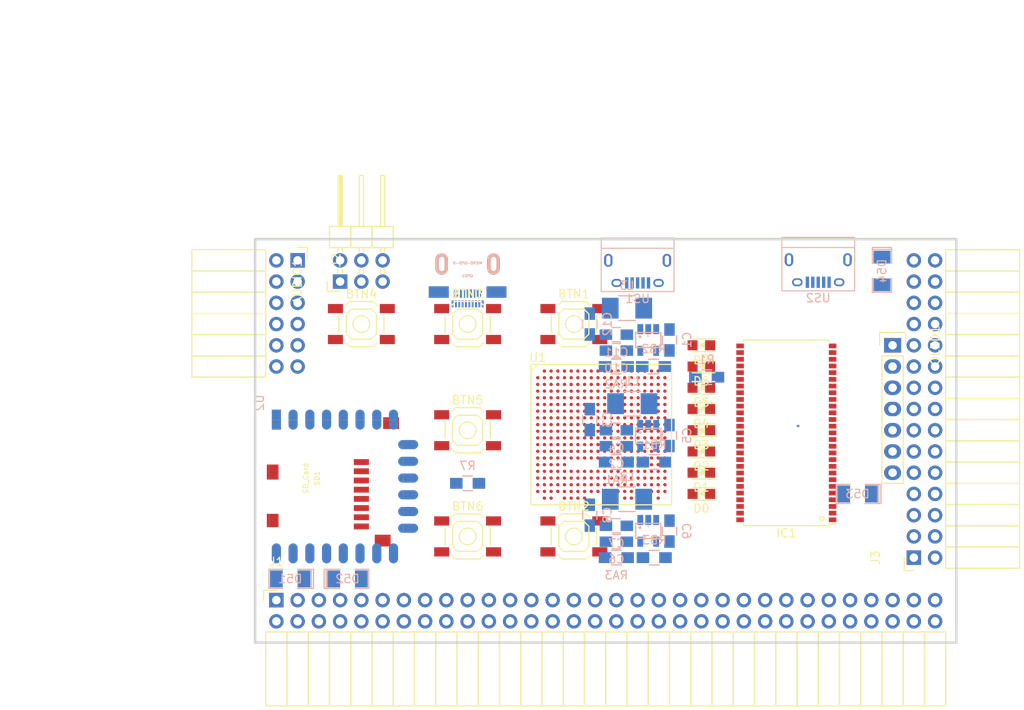
<source format=kicad_pcb>
(kicad_pcb (version 4) (host pcbnew 4.0.5+dfsg1-4)

  (general
    (links 328)
    (no_connects 328)
    (area 93.949999 61.269999 178.070001 109.830001)
    (thickness 1.6)
    (drawings 20)
    (tracks 1)
    (zones 0)
    (modules 56)
    (nets 91)
  )

  (page A4)
  (layers
    (0 F.Cu signal)
    (1 In1.Cu signal)
    (2 In2.Cu signal)
    (31 B.Cu signal)
    (32 B.Adhes user)
    (33 F.Adhes user)
    (34 B.Paste user)
    (35 F.Paste user)
    (36 B.SilkS user)
    (37 F.SilkS user)
    (38 B.Mask user)
    (39 F.Mask user)
    (40 Dwgs.User user)
    (41 Cmts.User user)
    (42 Eco1.User user)
    (43 Eco2.User user)
    (44 Edge.Cuts user)
    (45 Margin user)
    (46 B.CrtYd user)
    (47 F.CrtYd user)
    (48 B.Fab user)
    (49 F.Fab user)
  )

  (setup
    (last_trace_width 0.25)
    (trace_clearance 0.2)
    (zone_clearance 0.508)
    (zone_45_only no)
    (trace_min 0.2)
    (segment_width 0.2)
    (edge_width 0.2)
    (via_size 0.6)
    (via_drill 0.4)
    (via_min_size 0.4)
    (via_min_drill 0.3)
    (uvia_size 0.3)
    (uvia_drill 0.1)
    (uvias_allowed yes)
    (uvia_min_size 0.2)
    (uvia_min_drill 0.1)
    (pcb_text_width 0.3)
    (pcb_text_size 1.5 1.5)
    (mod_edge_width 0.15)
    (mod_text_size 1 1)
    (mod_text_width 0.15)
    (pad_size 1.524 1.524)
    (pad_drill 0.762)
    (pad_to_mask_clearance 0.2)
    (aux_axis_origin 82.67 62.69)
    (grid_origin 86.48 79.2)
    (visible_elements 7FFFBFFF)
    (pcbplotparams
      (layerselection 0x00030_80000001)
      (usegerberextensions false)
      (excludeedgelayer true)
      (linewidth 0.100000)
      (plotframeref false)
      (viasonmask false)
      (mode 1)
      (useauxorigin false)
      (hpglpennumber 1)
      (hpglpenspeed 20)
      (hpglpendiameter 15)
      (hpglpenoverlay 2)
      (psnegative false)
      (psa4output false)
      (plotreference true)
      (plotvalue true)
      (plotinvisibletext false)
      (padsonsilk false)
      (subtractmaskfromsilk false)
      (outputformat 1)
      (mirror false)
      (drillshape 1)
      (scaleselection 1)
      (outputdirectory ""))
  )

  (net 0 "")
  (net 1 GND)
  (net 2 /TDI)
  (net 3 /TCK)
  (net 4 /TMS)
  (net 5 /TDO)
  (net 6 +5V)
  (net 7 /USB5V)
  (net 8 /gpio/IN5V)
  (net 9 /gpio/OUT5V)
  (net 10 /gpio/P5)
  (net 11 /gpio/P6)
  (net 12 /gpio/P7)
  (net 13 /gpio/P8)
  (net 14 /gpio/P11)
  (net 15 /gpio/P12)
  (net 16 /gpio/P13)
  (net 17 /gpio/P14)
  (net 18 /gpio/P17)
  (net 19 /gpio/P18)
  (net 20 /gpio/P19)
  (net 21 /gpio/P20)
  (net 22 /gpio/P21)
  (net 23 /gpio/P22)
  (net 24 /gpio/P23)
  (net 25 /gpio/P24)
  (net 26 /gpio/P25)
  (net 27 /gpio/P26)
  (net 28 /gpio/P27)
  (net 29 /gpio/P28)
  (net 30 /gpio/P29)
  (net 31 /gpio/P30)
  (net 32 /SD_3)
  (net 33 /MTMS)
  (net 34 /MTCK)
  (net 35 /MTDO)
  (net 36 /MTDI)
  (net 37 /gpio/P9)
  (net 38 /gpio/P10)
  (net 39 "Net-(US1-Pad6)")
  (net 40 "Net-(US2-Pad6)")
  (net 41 /gpio/P15)
  (net 42 /gpio/P16)
  (net 43 /gpio/P31)
  (net 44 /gpio/P32)
  (net 45 /gpio/P33)
  (net 46 /gpio/P34)
  (net 47 /gpio/P35)
  (net 48 /gpio/P36)
  (net 49 /gpio/P37)
  (net 50 /gpio/P38)
  (net 51 /gpio/P39)
  (net 52 /gpio/P40)
  (net 53 /gpio/P41)
  (net 54 /gpio/P42)
  (net 55 /gpio/P43)
  (net 56 /gpio/P44)
  (net 57 /gpio/P45)
  (net 58 /gpio/P46)
  (net 59 /gpio/P47)
  (net 60 /gpio/P48)
  (net 61 /gpio/P49)
  (net 62 /gpio/P50)
  (net 63 /gpio/P51)
  (net 64 /gpio/P52)
  (net 65 /gpio/P53)
  (net 66 /gpio/P54)
  (net 67 /gpio/P55)
  (net 68 /gpio/P56)
  (net 69 /gpio/P57)
  (net 70 /gpio/P58)
  (net 71 /gpio/P59)
  (net 72 /gpio/P60)
  (net 73 +3V3)
  (net 74 "Net-(L1-Pad1)")
  (net 75 "Net-(L2-Pad1)")
  (net 76 +1V2)
  (net 77 BTN_D)
  (net 78 BTN_F1)
  (net 79 BTN_F2)
  (net 80 BTN_L)
  (net 81 BTN_R)
  (net 82 BTN_U)
  (net 83 "Net-(BTN1-Pad1)")
  (net 84 "Net-(D54-Pad1)")
  (net 85 /power/FB1)
  (net 86 +2V5)
  (net 87 "Net-(L3-Pad1)")
  (net 88 /power/PWREN)
  (net 89 /power/FB3)
  (net 90 /power/FB2)

  (net_class Default "This is the default net class."
    (clearance 0.2)
    (trace_width 0.25)
    (via_dia 0.6)
    (via_drill 0.4)
    (uvia_dia 0.3)
    (uvia_drill 0.1)
    (add_net +1V2)
    (add_net +2V5)
    (add_net +3V3)
    (add_net +5V)
    (add_net /MTCK)
    (add_net /MTDI)
    (add_net /MTDO)
    (add_net /MTMS)
    (add_net /SD_3)
    (add_net /TCK)
    (add_net /TDI)
    (add_net /TDO)
    (add_net /TMS)
    (add_net /USB5V)
    (add_net /gpio/IN5V)
    (add_net /gpio/OUT5V)
    (add_net /gpio/P10)
    (add_net /gpio/P11)
    (add_net /gpio/P12)
    (add_net /gpio/P13)
    (add_net /gpio/P14)
    (add_net /gpio/P15)
    (add_net /gpio/P16)
    (add_net /gpio/P17)
    (add_net /gpio/P18)
    (add_net /gpio/P19)
    (add_net /gpio/P20)
    (add_net /gpio/P21)
    (add_net /gpio/P22)
    (add_net /gpio/P23)
    (add_net /gpio/P24)
    (add_net /gpio/P25)
    (add_net /gpio/P26)
    (add_net /gpio/P27)
    (add_net /gpio/P28)
    (add_net /gpio/P29)
    (add_net /gpio/P30)
    (add_net /gpio/P31)
    (add_net /gpio/P32)
    (add_net /gpio/P33)
    (add_net /gpio/P34)
    (add_net /gpio/P35)
    (add_net /gpio/P36)
    (add_net /gpio/P37)
    (add_net /gpio/P38)
    (add_net /gpio/P39)
    (add_net /gpio/P40)
    (add_net /gpio/P41)
    (add_net /gpio/P42)
    (add_net /gpio/P43)
    (add_net /gpio/P44)
    (add_net /gpio/P45)
    (add_net /gpio/P46)
    (add_net /gpio/P47)
    (add_net /gpio/P48)
    (add_net /gpio/P49)
    (add_net /gpio/P5)
    (add_net /gpio/P50)
    (add_net /gpio/P51)
    (add_net /gpio/P52)
    (add_net /gpio/P53)
    (add_net /gpio/P54)
    (add_net /gpio/P55)
    (add_net /gpio/P56)
    (add_net /gpio/P57)
    (add_net /gpio/P58)
    (add_net /gpio/P59)
    (add_net /gpio/P6)
    (add_net /gpio/P60)
    (add_net /gpio/P7)
    (add_net /gpio/P8)
    (add_net /gpio/P9)
    (add_net /power/FB1)
    (add_net /power/FB2)
    (add_net /power/FB3)
    (add_net /power/PWREN)
    (add_net BTN_D)
    (add_net BTN_F1)
    (add_net BTN_F2)
    (add_net BTN_L)
    (add_net BTN_R)
    (add_net BTN_U)
    (add_net "Net-(BTN1-Pad1)")
    (add_net "Net-(D54-Pad1)")
    (add_net "Net-(L1-Pad1)")
    (add_net "Net-(L2-Pad1)")
    (add_net "Net-(L3-Pad1)")
    (add_net "Net-(US1-Pad6)")
    (add_net "Net-(US2-Pad6)")
  )

  (net_class BGA ""
    (clearance 0.1)
    (trace_width 0.2)
    (via_dia 0.6)
    (via_drill 0.4)
    (uvia_dia 0.3)
    (uvia_drill 0.1)
    (add_net GND)
  )

  (module SMD_Packages:SMD-1206_Pol (layer B.Cu) (tedit 0) (tstamp 56AA106E)
    (at 105.149 102.06)
    (path /56AC389C/56AC4846)
    (attr smd)
    (fp_text reference D52 (at 0 0) (layer B.SilkS)
      (effects (font (size 1 1) (thickness 0.15)) (justify mirror))
    )
    (fp_text value 2A (at 0 0) (layer B.Fab)
      (effects (font (size 1 1) (thickness 0.15)) (justify mirror))
    )
    (fp_line (start -2.54 1.143) (end -2.794 1.143) (layer B.SilkS) (width 0.15))
    (fp_line (start -2.794 1.143) (end -2.794 -1.143) (layer B.SilkS) (width 0.15))
    (fp_line (start -2.794 -1.143) (end -2.54 -1.143) (layer B.SilkS) (width 0.15))
    (fp_line (start -2.54 1.143) (end -2.54 -1.143) (layer B.SilkS) (width 0.15))
    (fp_line (start -2.54 -1.143) (end -0.889 -1.143) (layer B.SilkS) (width 0.15))
    (fp_line (start 0.889 1.143) (end 2.54 1.143) (layer B.SilkS) (width 0.15))
    (fp_line (start 2.54 1.143) (end 2.54 -1.143) (layer B.SilkS) (width 0.15))
    (fp_line (start 2.54 -1.143) (end 0.889 -1.143) (layer B.SilkS) (width 0.15))
    (fp_line (start -0.889 1.143) (end -2.54 1.143) (layer B.SilkS) (width 0.15))
    (pad 1 smd rect (at -1.651 0) (size 1.524 2.032) (layers B.Cu B.Paste B.Mask)
      (net 9 /gpio/OUT5V))
    (pad 2 smd rect (at 1.651 0) (size 1.524 2.032) (layers B.Cu B.Paste B.Mask))
    (model SMD_Packages.3dshapes/SMD-1206_Pol.wrl
      (at (xyz 0 0 0))
      (scale (xyz 0.17 0.16 0.16))
      (rotate (xyz 0 0 0))
    )
  )

  (module SMD_Packages:SMD-1206_Pol (layer B.Cu) (tedit 0) (tstamp 56AA1068)
    (at 98.291 102.06 180)
    (path /56AC389C/56AC483B)
    (attr smd)
    (fp_text reference D51 (at 0 0 180) (layer B.SilkS)
      (effects (font (size 1 1) (thickness 0.15)) (justify mirror))
    )
    (fp_text value 2A (at 0 0 180) (layer B.Fab)
      (effects (font (size 1 1) (thickness 0.15)) (justify mirror))
    )
    (fp_line (start -2.54 1.143) (end -2.794 1.143) (layer B.SilkS) (width 0.15))
    (fp_line (start -2.794 1.143) (end -2.794 -1.143) (layer B.SilkS) (width 0.15))
    (fp_line (start -2.794 -1.143) (end -2.54 -1.143) (layer B.SilkS) (width 0.15))
    (fp_line (start -2.54 1.143) (end -2.54 -1.143) (layer B.SilkS) (width 0.15))
    (fp_line (start -2.54 -1.143) (end -0.889 -1.143) (layer B.SilkS) (width 0.15))
    (fp_line (start 0.889 1.143) (end 2.54 1.143) (layer B.SilkS) (width 0.15))
    (fp_line (start 2.54 1.143) (end 2.54 -1.143) (layer B.SilkS) (width 0.15))
    (fp_line (start 2.54 -1.143) (end 0.889 -1.143) (layer B.SilkS) (width 0.15))
    (fp_line (start -0.889 1.143) (end -2.54 1.143) (layer B.SilkS) (width 0.15))
    (pad 1 smd rect (at -1.651 0 180) (size 1.524 2.032) (layers B.Cu B.Paste B.Mask)
      (net 6 +5V))
    (pad 2 smd rect (at 1.651 0 180) (size 1.524 2.032) (layers B.Cu B.Paste B.Mask)
      (net 8 /gpio/IN5V))
    (model SMD_Packages.3dshapes/SMD-1206_Pol.wrl
      (at (xyz 0 0 0))
      (scale (xyz 0.17 0.16 0.16))
      (rotate (xyz 0 0 0))
    )
  )

  (module SMD_Packages:SMD-1206_Pol (layer B.Cu) (tedit 0) (tstamp 56A9E514)
    (at 169.03 65.23 270)
    (path /56AA2821)
    (attr smd)
    (fp_text reference D54 (at 0 0 270) (layer B.SilkS)
      (effects (font (size 1 1) (thickness 0.15)) (justify mirror))
    )
    (fp_text value 2A (at 0 0 270) (layer B.Fab)
      (effects (font (size 1 1) (thickness 0.15)) (justify mirror))
    )
    (fp_line (start -2.54 1.143) (end -2.794 1.143) (layer B.SilkS) (width 0.15))
    (fp_line (start -2.794 1.143) (end -2.794 -1.143) (layer B.SilkS) (width 0.15))
    (fp_line (start -2.794 -1.143) (end -2.54 -1.143) (layer B.SilkS) (width 0.15))
    (fp_line (start -2.54 1.143) (end -2.54 -1.143) (layer B.SilkS) (width 0.15))
    (fp_line (start -2.54 -1.143) (end -0.889 -1.143) (layer B.SilkS) (width 0.15))
    (fp_line (start 0.889 1.143) (end 2.54 1.143) (layer B.SilkS) (width 0.15))
    (fp_line (start 2.54 1.143) (end 2.54 -1.143) (layer B.SilkS) (width 0.15))
    (fp_line (start 2.54 -1.143) (end 0.889 -1.143) (layer B.SilkS) (width 0.15))
    (fp_line (start -0.889 1.143) (end -2.54 1.143) (layer B.SilkS) (width 0.15))
    (pad 1 smd rect (at -1.651 0 270) (size 1.524 2.032) (layers B.Cu B.Paste B.Mask)
      (net 84 "Net-(D54-Pad1)"))
    (pad 2 smd rect (at 1.651 0 270) (size 1.524 2.032) (layers B.Cu B.Paste B.Mask)
      (net 6 +5V))
    (model SMD_Packages.3dshapes/SMD-1206_Pol.wrl
      (at (xyz 0 0 0))
      (scale (xyz 0.17 0.16 0.16))
      (rotate (xyz 0 0 0))
    )
  )

  (module SMD_Packages:SMD-1206_Pol (layer B.Cu) (tedit 0) (tstamp 56A9E50E)
    (at 166.109 91.9 180)
    (path /56AA1324)
    (attr smd)
    (fp_text reference D53 (at 0 0 180) (layer B.SilkS)
      (effects (font (size 1 1) (thickness 0.15)) (justify mirror))
    )
    (fp_text value 2A (at 0 0 180) (layer B.Fab)
      (effects (font (size 1 1) (thickness 0.15)) (justify mirror))
    )
    (fp_line (start -2.54 1.143) (end -2.794 1.143) (layer B.SilkS) (width 0.15))
    (fp_line (start -2.794 1.143) (end -2.794 -1.143) (layer B.SilkS) (width 0.15))
    (fp_line (start -2.794 -1.143) (end -2.54 -1.143) (layer B.SilkS) (width 0.15))
    (fp_line (start -2.54 1.143) (end -2.54 -1.143) (layer B.SilkS) (width 0.15))
    (fp_line (start -2.54 -1.143) (end -0.889 -1.143) (layer B.SilkS) (width 0.15))
    (fp_line (start 0.889 1.143) (end 2.54 1.143) (layer B.SilkS) (width 0.15))
    (fp_line (start 2.54 1.143) (end 2.54 -1.143) (layer B.SilkS) (width 0.15))
    (fp_line (start 2.54 -1.143) (end 0.889 -1.143) (layer B.SilkS) (width 0.15))
    (fp_line (start -0.889 1.143) (end -2.54 1.143) (layer B.SilkS) (width 0.15))
    (pad 1 smd rect (at -1.651 0 180) (size 1.524 2.032) (layers B.Cu B.Paste B.Mask)
      (net 6 +5V))
    (pad 2 smd rect (at 1.651 0 180) (size 1.524 2.032) (layers B.Cu B.Paste B.Mask)
      (net 7 /USB5V))
    (model SMD_Packages.3dshapes/SMD-1206_Pol.wrl
      (at (xyz 0 0 0))
      (scale (xyz 0.17 0.16 0.16))
      (rotate (xyz 0 0 0))
    )
  )

  (module micro-sd:MicroSD_TF02D (layer F.Cu) (tedit 52721666) (tstamp 56A966AB)
    (at 95.8 90.03 90)
    (path /56ACBF19)
    (fp_text reference SD1 (at 0 5.7 90) (layer F.SilkS)
      (effects (font (size 0.59944 0.59944) (thickness 0.12446)))
    )
    (fp_text value SD_Card (at 0 4.35 90) (layer F.SilkS)
      (effects (font (size 0.59944 0.59944) (thickness 0.12446)))
    )
    (fp_line (start 3.8 15.2) (end 3.8 16) (layer F.SilkS) (width 0.01016))
    (fp_line (start 3.8 16) (end -7 16) (layer F.SilkS) (width 0.01016))
    (fp_line (start -7 16) (end -7 15.2) (layer F.SilkS) (width 0.01016))
    (fp_line (start 7 0) (end 7 15.2) (layer F.SilkS) (width 0.01016))
    (fp_line (start 7 15.2) (end -7 15.2) (layer F.SilkS) (width 0.01016))
    (fp_line (start -7 15.2) (end -7 0) (layer F.SilkS) (width 0.01016))
    (fp_line (start -7 0) (end 7 0) (layer F.SilkS) (width 0.01016))
    (pad 1 smd rect (at 1.94 11 90) (size 0.7 1.8) (layers F.Cu F.Paste F.Mask)
      (net 32 /SD_3))
    (pad 2 smd rect (at 0.84 11 90) (size 0.7 1.8) (layers F.Cu F.Paste F.Mask)
      (net 33 /MTMS))
    (pad 3 smd rect (at -0.26 11 90) (size 0.7 1.8) (layers F.Cu F.Paste F.Mask)
      (net 1 GND))
    (pad 4 smd rect (at -1.36 11 90) (size 0.7 1.8) (layers F.Cu F.Paste F.Mask)
      (net 73 +3V3))
    (pad 5 smd rect (at -2.46 11 90) (size 0.7 1.8) (layers F.Cu F.Paste F.Mask)
      (net 34 /MTCK))
    (pad 6 smd rect (at -3.56 11 90) (size 0.7 1.8) (layers F.Cu F.Paste F.Mask)
      (net 1 GND))
    (pad 7 smd rect (at -4.66 11 90) (size 0.7 1.8) (layers F.Cu F.Paste F.Mask)
      (net 35 /MTDO))
    (pad 8 smd rect (at -5.76 11 90) (size 0.7 1.8) (layers F.Cu F.Paste F.Mask)
      (net 36 /MTDI))
    (pad S smd rect (at -5.05 0.4 90) (size 1.6 1.4) (layers F.Cu F.Paste F.Mask))
    (pad S smd rect (at 0.75 0.4 90) (size 1.8 1.4) (layers F.Cu F.Paste F.Mask))
    (pad G smd rect (at -7.45 13.55 90) (size 1.4 1.9) (layers F.Cu F.Paste F.Mask))
    (pad G smd rect (at 6.6 14.55 90) (size 1.4 1.9) (layers F.Cu F.Paste F.Mask))
  )

  (module micro-hdmi-d:MICRO-HDMI-D (layer B.Cu) (tedit 53F70906) (tstamp 56A965BA)
    (at 119.5 62.69)
    (path /58D686D9/58D69067)
    (attr smd)
    (fp_text reference GPDI1 (at -0.025 3.125) (layer B.SilkS)
      (effects (font (size 0.3 0.3) (thickness 0.075)) (justify mirror))
    )
    (fp_text value MICRO-GPDI-D (at 0 1.6) (layer B.SilkS)
      (effects (font (size 0.3 0.3) (thickness 0.075)) (justify mirror))
    )
    (fp_line (start -3.3 0) (end -3.3 -0.7) (layer B.SilkS) (width 0.001))
    (fp_line (start -3.3 -0.7) (end 3.3 -0.7) (layer B.SilkS) (width 0.001))
    (fp_line (start 3.3 -0.7) (end 3.3 0) (layer B.SilkS) (width 0.001))
    (fp_line (start -3.3 0) (end -3.3 6.8) (layer B.SilkS) (width 0.001))
    (fp_line (start -3.3 6.8) (end 3.3 6.8) (layer B.SilkS) (width 0.001))
    (fp_line (start 3.3 6.8) (end 3.3 0) (layer B.SilkS) (width 0.001))
    (fp_line (start 3.3 0) (end -3.3 0) (layer B.SilkS) (width 0.001))
    (pad 1 smd rect (at 1.8 6.475) (size 0.23 0.85) (layers B.Cu B.Paste B.Mask))
    (pad 3 smd rect (at 1.4 6.475) (size 0.23 0.85) (layers B.Cu B.Paste B.Mask))
    (pad 5 smd rect (at 1 6.475) (size 0.23 0.85) (layers B.Cu B.Paste B.Mask))
    (pad 7 smd rect (at 0.6 6.475) (size 0.23 0.85) (layers B.Cu B.Paste B.Mask)
      (net 1 GND))
    (pad 9 smd rect (at 0.2 6.475) (size 0.23 0.85) (layers B.Cu B.Paste B.Mask))
    (pad 11 smd rect (at -0.2 6.475) (size 0.23 0.85) (layers B.Cu B.Paste B.Mask))
    (pad 13 smd rect (at -0.6 6.475) (size 0.23 0.85) (layers B.Cu B.Paste B.Mask)
      (net 1 GND))
    (pad 15 smd rect (at -1 6.475) (size 0.23 0.85) (layers B.Cu B.Paste B.Mask))
    (pad 17 smd rect (at -1.4 6.475) (size 0.23 0.85) (layers B.Cu B.Paste B.Mask))
    (pad 19 smd rect (at -1.8 6.475) (size 0.23 0.85) (layers B.Cu B.Paste B.Mask)
      (net 6 +5V))
    (pad 2 smd rect (at 1.6 5.25) (size 0.23 1) (layers B.Cu B.Paste B.Mask))
    (pad 4 smd rect (at 1.2 5.25) (size 0.23 1) (layers B.Cu B.Paste B.Mask)
      (net 1 GND))
    (pad 6 smd rect (at 0.8 5.25) (size 0.23 1) (layers B.Cu B.Paste B.Mask))
    (pad 8 smd rect (at 0.4 5.25) (size 0.23 1) (layers B.Cu B.Paste B.Mask))
    (pad 10 smd rect (at 0 5.25) (size 0.23 1) (layers B.Cu B.Paste B.Mask)
      (net 1 GND))
    (pad 12 smd rect (at -0.4 5.25) (size 0.23 1) (layers B.Cu B.Paste B.Mask))
    (pad 14 smd rect (at -0.8 5.25) (size 0.23 1) (layers B.Cu B.Paste B.Mask))
    (pad 16 smd rect (at -1.2 5.25) (size 0.23 1) (layers B.Cu B.Paste B.Mask)
      (net 1 GND))
    (pad 18 smd rect (at -1.6 5.25) (size 0.23 1) (layers B.Cu B.Paste B.Mask))
    (pad SHD smd rect (at 3.45 5.06) (size 2.4 1.38) (layers B.Cu B.Paste B.Mask)
      (net 1 GND))
    (pad SHD smd rect (at -3.45 5.06) (size 2.4 1.38) (layers B.Cu B.Paste B.Mask)
      (net 1 GND))
    (pad "" thru_hole oval (at -3.1 1.7) (size 1.5 2.55) (drill oval 0.65 1.7) (layers *.Cu *.Mask B.SilkS))
    (pad "" thru_hole oval (at 3.1 1.7) (size 1.5 2.55) (drill oval 0.65 1.7) (layers *.Cu *.Mask B.SilkS))
  )

  (module ESP8266:ESP-12E (layer B.Cu) (tedit 559F8D21) (tstamp 56A95491)
    (at 96.64 83.01 270)
    (descr "Module, ESP-8266, ESP-12, 16 pad, SMD")
    (tags "Module ESP-8266 ESP8266")
    (path /56AC980A)
    (fp_text reference U2 (at -2 2 270) (layer B.SilkS)
      (effects (font (size 1 1) (thickness 0.15)) (justify mirror))
    )
    (fp_text value ESP-12E (at 8 -1 270) (layer B.Fab)
      (effects (font (size 1 1) (thickness 0.15)) (justify mirror))
    )
    (fp_line (start 16 8.4) (end 0 2.6) (layer B.CrtYd) (width 0.1524))
    (fp_line (start 0 8.4) (end 16 2.6) (layer B.CrtYd) (width 0.1524))
    (fp_text user "No Copper" (at 7.9 5.4 270) (layer B.CrtYd)
      (effects (font (size 1 1) (thickness 0.15)) (justify mirror))
    )
    (fp_line (start 0 8.4) (end 0 2.6) (layer B.CrtYd) (width 0.1524))
    (fp_line (start 0 2.6) (end 16 2.6) (layer B.CrtYd) (width 0.1524))
    (fp_line (start 16 2.6) (end 16 8.4) (layer B.CrtYd) (width 0.1524))
    (fp_line (start 16 8.4) (end 0 8.4) (layer B.CrtYd) (width 0.1524))
    (fp_line (start 16 8.4) (end 16 -15.6) (layer B.Fab) (width 0.1524))
    (fp_line (start 16 -15.6) (end 0 -15.6) (layer B.Fab) (width 0.1524))
    (fp_line (start 0 -15.6) (end 0 8.4) (layer B.Fab) (width 0.1524))
    (fp_line (start 0 8.4) (end 16 8.4) (layer B.Fab) (width 0.1524))
    (pad 9 smd oval (at 2.99 -15.75 180) (size 2.4 1.1) (layers B.Cu B.Paste B.Mask)
      (net 35 /MTDO))
    (pad 10 smd oval (at 4.99 -15.75 180) (size 2.4 1.1) (layers B.Cu B.Paste B.Mask)
      (net 36 /MTDI))
    (pad 11 smd oval (at 6.99 -15.75 180) (size 2.4 1.1) (layers B.Cu B.Paste B.Mask)
      (net 32 /SD_3))
    (pad 12 smd oval (at 8.99 -15.75 180) (size 2.4 1.1) (layers B.Cu B.Paste B.Mask)
      (net 33 /MTMS))
    (pad 13 smd oval (at 10.99 -15.75 180) (size 2.4 1.1) (layers B.Cu B.Paste B.Mask)
      (net 34 /MTCK))
    (pad 14 smd oval (at 12.99 -15.75 180) (size 2.4 1.1) (layers B.Cu B.Paste B.Mask))
    (pad 1 smd rect (at 0 0 270) (size 2.4 1.1) (layers B.Cu B.Paste B.Mask))
    (pad 2 smd oval (at 0 -2 270) (size 2.4 1.1) (layers B.Cu B.Paste B.Mask))
    (pad 3 smd oval (at 0 -4 270) (size 2.4 1.1) (layers B.Cu B.Paste B.Mask))
    (pad 4 smd oval (at 0 -6 270) (size 2.4 1.1) (layers B.Cu B.Paste B.Mask)
      (net 2 /TDI))
    (pad 5 smd oval (at 0 -8 270) (size 2.4 1.1) (layers B.Cu B.Paste B.Mask)
      (net 5 /TDO))
    (pad 6 smd oval (at 0 -10 270) (size 2.4 1.1) (layers B.Cu B.Paste B.Mask)
      (net 3 /TCK))
    (pad 7 smd oval (at 0 -12 270) (size 2.4 1.1) (layers B.Cu B.Paste B.Mask)
      (net 4 /TMS))
    (pad 8 smd oval (at 0 -14 270) (size 2.4 1.1) (layers B.Cu B.Paste B.Mask)
      (net 73 +3V3))
    (pad 15 smd oval (at 16 -14 270) (size 2.4 1.1) (layers B.Cu B.Paste B.Mask)
      (net 1 GND))
    (pad 16 smd oval (at 16 -12 270) (size 2.4 1.1) (layers B.Cu B.Paste B.Mask))
    (pad 17 smd oval (at 16 -10 270) (size 2.4 1.1) (layers B.Cu B.Paste B.Mask))
    (pad 18 smd oval (at 16 -8 270) (size 2.4 1.1) (layers B.Cu B.Paste B.Mask))
    (pad 19 smd oval (at 16 -6 270) (size 2.4 1.1) (layers B.Cu B.Paste B.Mask))
    (pad 20 smd oval (at 16 -4 270) (size 2.4 1.1) (layers B.Cu B.Paste B.Mask))
    (pad 21 smd oval (at 16 -2 270) (size 2.4 1.1) (layers B.Cu B.Paste B.Mask))
    (pad 22 smd oval (at 16 0 270) (size 2.4 1.1) (layers B.Cu B.Paste B.Mask))
    (model ${ESPLIB}/ESP8266.3dshapes/ESP-12.wrl
      (at (xyz 0.04 0 0))
      (scale (xyz 0.3937 0.3937 0.3937))
      (rotate (xyz 0 0 0))
    )
  )

  (module usb_otg:USB_Micro-B (layer B.Cu) (tedit 5543E447) (tstamp 58D43115)
    (at 139.82 65.31)
    (descr "Micro USB Type B Receptacle")
    (tags "USB USB_B USB_micro USB_OTG")
    (path /58D432CE)
    (attr smd)
    (fp_text reference US1 (at 0 3.24) (layer B.SilkS)
      (effects (font (size 1 1) (thickness 0.15)) (justify mirror))
    )
    (fp_text value USB_FTDI (at 0 -5.01) (layer B.Fab)
      (effects (font (size 1 1) (thickness 0.15)) (justify mirror))
    )
    (fp_line (start -4.6 2.59) (end 4.6 2.59) (layer B.CrtYd) (width 0.05))
    (fp_line (start 4.6 2.59) (end 4.6 -4.26) (layer B.CrtYd) (width 0.05))
    (fp_line (start 4.6 -4.26) (end -4.6 -4.26) (layer B.CrtYd) (width 0.05))
    (fp_line (start -4.6 -4.26) (end -4.6 2.59) (layer B.CrtYd) (width 0.05))
    (fp_line (start -4.35 -4.03) (end 4.35 -4.03) (layer B.SilkS) (width 0.12))
    (fp_line (start -4.35 2.38) (end 4.35 2.38) (layer B.SilkS) (width 0.12))
    (fp_line (start 4.35 2.38) (end 4.35 -4.03) (layer B.SilkS) (width 0.12))
    (fp_line (start 4.35 -2.8) (end -4.35 -2.8) (layer B.SilkS) (width 0.12))
    (fp_line (start -4.35 -4.03) (end -4.35 2.38) (layer B.SilkS) (width 0.12))
    (pad 1 smd rect (at -1.3 1.35 270) (size 1.35 0.4) (layers B.Cu B.Paste B.Mask)
      (net 7 /USB5V))
    (pad 2 smd rect (at -0.65 1.35 270) (size 1.35 0.4) (layers B.Cu B.Paste B.Mask))
    (pad 3 smd rect (at 0 1.35 270) (size 1.35 0.4) (layers B.Cu B.Paste B.Mask))
    (pad 4 smd rect (at 0.65 1.35 270) (size 1.35 0.4) (layers B.Cu B.Paste B.Mask))
    (pad 5 smd rect (at 1.3 1.35 270) (size 1.35 0.4) (layers B.Cu B.Paste B.Mask)
      (net 1 GND))
    (pad 6 thru_hole oval (at -2.5 1.35 270) (size 0.95 1.25) (drill oval 0.55 0.85) (layers *.Cu *.Mask)
      (net 39 "Net-(US1-Pad6)"))
    (pad 6 thru_hole oval (at 2.5 1.35 270) (size 0.95 1.25) (drill oval 0.55 0.85) (layers *.Cu *.Mask)
      (net 39 "Net-(US1-Pad6)"))
    (pad 6 thru_hole oval (at -3.5 -1.35 270) (size 1.55 1) (drill oval 1.15 0.5) (layers *.Cu *.Mask)
      (net 39 "Net-(US1-Pad6)"))
    (pad 6 thru_hole oval (at 3.5 -1.35 270) (size 1.55 1) (drill oval 1.15 0.5) (layers *.Cu *.Mask)
      (net 39 "Net-(US1-Pad6)"))
  )

  (module usb_otg:USB_Micro-B (layer B.Cu) (tedit 5543E447) (tstamp 58D43122)
    (at 161.41 65.23)
    (descr "Micro USB Type B Receptacle")
    (tags "USB USB_B USB_micro USB_OTG")
    (path /58D4378B)
    (attr smd)
    (fp_text reference US2 (at 0 3.24) (layer B.SilkS)
      (effects (font (size 1 1) (thickness 0.15)) (justify mirror))
    )
    (fp_text value USB_FPGA (at 0 -5.01) (layer B.Fab)
      (effects (font (size 1 1) (thickness 0.15)) (justify mirror))
    )
    (fp_line (start -4.6 2.59) (end 4.6 2.59) (layer B.CrtYd) (width 0.05))
    (fp_line (start 4.6 2.59) (end 4.6 -4.26) (layer B.CrtYd) (width 0.05))
    (fp_line (start 4.6 -4.26) (end -4.6 -4.26) (layer B.CrtYd) (width 0.05))
    (fp_line (start -4.6 -4.26) (end -4.6 2.59) (layer B.CrtYd) (width 0.05))
    (fp_line (start -4.35 -4.03) (end 4.35 -4.03) (layer B.SilkS) (width 0.12))
    (fp_line (start -4.35 2.38) (end 4.35 2.38) (layer B.SilkS) (width 0.12))
    (fp_line (start 4.35 2.38) (end 4.35 -4.03) (layer B.SilkS) (width 0.12))
    (fp_line (start 4.35 -2.8) (end -4.35 -2.8) (layer B.SilkS) (width 0.12))
    (fp_line (start -4.35 -4.03) (end -4.35 2.38) (layer B.SilkS) (width 0.12))
    (pad 1 smd rect (at -1.3 1.35 270) (size 1.35 0.4) (layers B.Cu B.Paste B.Mask)
      (net 84 "Net-(D54-Pad1)"))
    (pad 2 smd rect (at -0.65 1.35 270) (size 1.35 0.4) (layers B.Cu B.Paste B.Mask))
    (pad 3 smd rect (at 0 1.35 270) (size 1.35 0.4) (layers B.Cu B.Paste B.Mask))
    (pad 4 smd rect (at 0.65 1.35 270) (size 1.35 0.4) (layers B.Cu B.Paste B.Mask))
    (pad 5 smd rect (at 1.3 1.35 270) (size 1.35 0.4) (layers B.Cu B.Paste B.Mask)
      (net 1 GND))
    (pad 6 thru_hole oval (at -2.5 1.35 270) (size 0.95 1.25) (drill oval 0.55 0.85) (layers *.Cu *.Mask)
      (net 40 "Net-(US2-Pad6)"))
    (pad 6 thru_hole oval (at 2.5 1.35 270) (size 0.95 1.25) (drill oval 0.55 0.85) (layers *.Cu *.Mask)
      (net 40 "Net-(US2-Pad6)"))
    (pad 6 thru_hole oval (at -3.5 -1.35 270) (size 1.55 1) (drill oval 1.15 0.5) (layers *.Cu *.Mask)
      (net 40 "Net-(US2-Pad6)"))
    (pad 6 thru_hole oval (at 3.5 -1.35 270) (size 1.55 1) (drill oval 1.15 0.5) (layers *.Cu *.Mask)
      (net 40 "Net-(US2-Pad6)"))
  )

  (module Socket_Strips:Socket_Strip_Angled_2x32 (layer F.Cu) (tedit 0) (tstamp 58D4E99D)
    (at 96.64 104.6)
    (descr "Through hole socket strip")
    (tags "socket strip")
    (path /56AC389C/58D39D36)
    (fp_text reference J1 (at 0 -4.6) (layer F.SilkS)
      (effects (font (size 1 1) (thickness 0.15)))
    )
    (fp_text value CONN_02X32 (at 0 -2.6) (layer F.Fab)
      (effects (font (size 1 1) (thickness 0.15)))
    )
    (fp_line (start -1.75 -1.35) (end -1.75 13.15) (layer F.CrtYd) (width 0.05))
    (fp_line (start 80.5 -1.35) (end 80.5 13.15) (layer F.CrtYd) (width 0.05))
    (fp_line (start -1.75 -1.35) (end 80.5 -1.35) (layer F.CrtYd) (width 0.05))
    (fp_line (start -1.75 13.15) (end 80.5 13.15) (layer F.CrtYd) (width 0.05))
    (fp_line (start 80.01 3.81) (end 80.01 12.64) (layer F.SilkS) (width 0.15))
    (fp_line (start 77.47 3.81) (end 80.01 3.81) (layer F.SilkS) (width 0.15))
    (fp_line (start 77.47 12.64) (end 80.01 12.64) (layer F.SilkS) (width 0.15))
    (fp_line (start 80.01 12.64) (end 80.01 3.81) (layer F.SilkS) (width 0.15))
    (fp_line (start 77.47 12.64) (end 77.47 3.81) (layer F.SilkS) (width 0.15))
    (fp_line (start 74.93 12.64) (end 77.47 12.64) (layer F.SilkS) (width 0.15))
    (fp_line (start 74.93 3.81) (end 77.47 3.81) (layer F.SilkS) (width 0.15))
    (fp_line (start 77.47 3.81) (end 77.47 12.64) (layer F.SilkS) (width 0.15))
    (fp_line (start 54.61 12.64) (end 54.61 3.81) (layer F.SilkS) (width 0.15))
    (fp_line (start 52.07 12.64) (end 54.61 12.64) (layer F.SilkS) (width 0.15))
    (fp_line (start 52.07 3.81) (end 54.61 3.81) (layer F.SilkS) (width 0.15))
    (fp_line (start 54.61 3.81) (end 54.61 12.64) (layer F.SilkS) (width 0.15))
    (fp_line (start 52.07 3.81) (end 52.07 12.64) (layer F.SilkS) (width 0.15))
    (fp_line (start 49.53 3.81) (end 52.07 3.81) (layer F.SilkS) (width 0.15))
    (fp_line (start 49.53 12.64) (end 52.07 12.64) (layer F.SilkS) (width 0.15))
    (fp_line (start 52.07 12.64) (end 52.07 3.81) (layer F.SilkS) (width 0.15))
    (fp_line (start 49.53 12.64) (end 49.53 3.81) (layer F.SilkS) (width 0.15))
    (fp_line (start 46.99 12.64) (end 49.53 12.64) (layer F.SilkS) (width 0.15))
    (fp_line (start 46.99 3.81) (end 49.53 3.81) (layer F.SilkS) (width 0.15))
    (fp_line (start 49.53 3.81) (end 49.53 12.64) (layer F.SilkS) (width 0.15))
    (fp_line (start 62.23 3.81) (end 62.23 12.64) (layer F.SilkS) (width 0.15))
    (fp_line (start 59.69 3.81) (end 62.23 3.81) (layer F.SilkS) (width 0.15))
    (fp_line (start 59.69 12.64) (end 62.23 12.64) (layer F.SilkS) (width 0.15))
    (fp_line (start 62.23 12.64) (end 62.23 3.81) (layer F.SilkS) (width 0.15))
    (fp_line (start 64.77 12.64) (end 64.77 3.81) (layer F.SilkS) (width 0.15))
    (fp_line (start 62.23 12.64) (end 64.77 12.64) (layer F.SilkS) (width 0.15))
    (fp_line (start 62.23 3.81) (end 64.77 3.81) (layer F.SilkS) (width 0.15))
    (fp_line (start 64.77 3.81) (end 64.77 12.64) (layer F.SilkS) (width 0.15))
    (fp_line (start 67.31 3.81) (end 67.31 12.64) (layer F.SilkS) (width 0.15))
    (fp_line (start 64.77 3.81) (end 67.31 3.81) (layer F.SilkS) (width 0.15))
    (fp_line (start 64.77 12.64) (end 67.31 12.64) (layer F.SilkS) (width 0.15))
    (fp_line (start 67.31 12.64) (end 67.31 3.81) (layer F.SilkS) (width 0.15))
    (fp_line (start 69.85 12.64) (end 69.85 3.81) (layer F.SilkS) (width 0.15))
    (fp_line (start 67.31 12.64) (end 69.85 12.64) (layer F.SilkS) (width 0.15))
    (fp_line (start 67.31 3.81) (end 69.85 3.81) (layer F.SilkS) (width 0.15))
    (fp_line (start 69.85 3.81) (end 69.85 12.64) (layer F.SilkS) (width 0.15))
    (fp_line (start 72.39 3.81) (end 72.39 12.64) (layer F.SilkS) (width 0.15))
    (fp_line (start 69.85 3.81) (end 72.39 3.81) (layer F.SilkS) (width 0.15))
    (fp_line (start 69.85 12.64) (end 72.39 12.64) (layer F.SilkS) (width 0.15))
    (fp_line (start 72.39 12.64) (end 72.39 3.81) (layer F.SilkS) (width 0.15))
    (fp_line (start 59.69 12.64) (end 59.69 3.81) (layer F.SilkS) (width 0.15))
    (fp_line (start 57.15 12.64) (end 59.69 12.64) (layer F.SilkS) (width 0.15))
    (fp_line (start 57.15 3.81) (end 59.69 3.81) (layer F.SilkS) (width 0.15))
    (fp_line (start 59.69 3.81) (end 59.69 12.64) (layer F.SilkS) (width 0.15))
    (fp_line (start 57.15 3.81) (end 57.15 12.64) (layer F.SilkS) (width 0.15))
    (fp_line (start 54.61 3.81) (end 57.15 3.81) (layer F.SilkS) (width 0.15))
    (fp_line (start 54.61 12.64) (end 57.15 12.64) (layer F.SilkS) (width 0.15))
    (fp_line (start 57.15 12.64) (end 57.15 3.81) (layer F.SilkS) (width 0.15))
    (fp_line (start 74.93 12.64) (end 74.93 3.81) (layer F.SilkS) (width 0.15))
    (fp_line (start 72.39 12.64) (end 74.93 12.64) (layer F.SilkS) (width 0.15))
    (fp_line (start 72.39 3.81) (end 74.93 3.81) (layer F.SilkS) (width 0.15))
    (fp_line (start 74.93 3.81) (end 74.93 12.64) (layer F.SilkS) (width 0.15))
    (fp_line (start 46.99 3.81) (end 46.99 12.64) (layer F.SilkS) (width 0.15))
    (fp_line (start 44.45 3.81) (end 46.99 3.81) (layer F.SilkS) (width 0.15))
    (fp_line (start 44.45 12.64) (end 46.99 12.64) (layer F.SilkS) (width 0.15))
    (fp_line (start 46.99 12.64) (end 46.99 3.81) (layer F.SilkS) (width 0.15))
    (fp_line (start 29.21 12.64) (end 29.21 3.81) (layer F.SilkS) (width 0.15))
    (fp_line (start 26.67 12.64) (end 29.21 12.64) (layer F.SilkS) (width 0.15))
    (fp_line (start 26.67 3.81) (end 29.21 3.81) (layer F.SilkS) (width 0.15))
    (fp_line (start 29.21 3.81) (end 29.21 12.64) (layer F.SilkS) (width 0.15))
    (fp_line (start 31.75 3.81) (end 31.75 12.64) (layer F.SilkS) (width 0.15))
    (fp_line (start 29.21 3.81) (end 31.75 3.81) (layer F.SilkS) (width 0.15))
    (fp_line (start 29.21 12.64) (end 31.75 12.64) (layer F.SilkS) (width 0.15))
    (fp_line (start 31.75 12.64) (end 31.75 3.81) (layer F.SilkS) (width 0.15))
    (fp_line (start 44.45 12.64) (end 44.45 3.81) (layer F.SilkS) (width 0.15))
    (fp_line (start 41.91 12.64) (end 44.45 12.64) (layer F.SilkS) (width 0.15))
    (fp_line (start 41.91 3.81) (end 44.45 3.81) (layer F.SilkS) (width 0.15))
    (fp_line (start 44.45 3.81) (end 44.45 12.64) (layer F.SilkS) (width 0.15))
    (fp_line (start 41.91 3.81) (end 41.91 12.64) (layer F.SilkS) (width 0.15))
    (fp_line (start 39.37 3.81) (end 41.91 3.81) (layer F.SilkS) (width 0.15))
    (fp_line (start 39.37 12.64) (end 41.91 12.64) (layer F.SilkS) (width 0.15))
    (fp_line (start 41.91 12.64) (end 41.91 3.81) (layer F.SilkS) (width 0.15))
    (fp_line (start 39.37 12.64) (end 39.37 3.81) (layer F.SilkS) (width 0.15))
    (fp_line (start 36.83 12.64) (end 39.37 12.64) (layer F.SilkS) (width 0.15))
    (fp_line (start 36.83 3.81) (end 39.37 3.81) (layer F.SilkS) (width 0.15))
    (fp_line (start 39.37 3.81) (end 39.37 12.64) (layer F.SilkS) (width 0.15))
    (fp_line (start 36.83 3.81) (end 36.83 12.64) (layer F.SilkS) (width 0.15))
    (fp_line (start 34.29 3.81) (end 36.83 3.81) (layer F.SilkS) (width 0.15))
    (fp_line (start 34.29 12.64) (end 36.83 12.64) (layer F.SilkS) (width 0.15))
    (fp_line (start 36.83 12.64) (end 36.83 3.81) (layer F.SilkS) (width 0.15))
    (fp_line (start 34.29 12.64) (end 34.29 3.81) (layer F.SilkS) (width 0.15))
    (fp_line (start 31.75 12.64) (end 34.29 12.64) (layer F.SilkS) (width 0.15))
    (fp_line (start 31.75 3.81) (end 34.29 3.81) (layer F.SilkS) (width 0.15))
    (fp_line (start 34.29 3.81) (end 34.29 12.64) (layer F.SilkS) (width 0.15))
    (fp_line (start 16.51 3.81) (end 16.51 12.64) (layer F.SilkS) (width 0.15))
    (fp_line (start 13.97 3.81) (end 16.51 3.81) (layer F.SilkS) (width 0.15))
    (fp_line (start 13.97 12.64) (end 16.51 12.64) (layer F.SilkS) (width 0.15))
    (fp_line (start 16.51 12.64) (end 16.51 3.81) (layer F.SilkS) (width 0.15))
    (fp_line (start 19.05 12.64) (end 19.05 3.81) (layer F.SilkS) (width 0.15))
    (fp_line (start 16.51 12.64) (end 19.05 12.64) (layer F.SilkS) (width 0.15))
    (fp_line (start 16.51 3.81) (end 19.05 3.81) (layer F.SilkS) (width 0.15))
    (fp_line (start 19.05 3.81) (end 19.05 12.64) (layer F.SilkS) (width 0.15))
    (fp_line (start 21.59 3.81) (end 21.59 12.64) (layer F.SilkS) (width 0.15))
    (fp_line (start 19.05 3.81) (end 21.59 3.81) (layer F.SilkS) (width 0.15))
    (fp_line (start 19.05 12.64) (end 21.59 12.64) (layer F.SilkS) (width 0.15))
    (fp_line (start 21.59 12.64) (end 21.59 3.81) (layer F.SilkS) (width 0.15))
    (fp_line (start 24.13 12.64) (end 24.13 3.81) (layer F.SilkS) (width 0.15))
    (fp_line (start 21.59 12.64) (end 24.13 12.64) (layer F.SilkS) (width 0.15))
    (fp_line (start 21.59 3.81) (end 24.13 3.81) (layer F.SilkS) (width 0.15))
    (fp_line (start 24.13 3.81) (end 24.13 12.64) (layer F.SilkS) (width 0.15))
    (fp_line (start 26.67 3.81) (end 26.67 12.64) (layer F.SilkS) (width 0.15))
    (fp_line (start 24.13 3.81) (end 26.67 3.81) (layer F.SilkS) (width 0.15))
    (fp_line (start 24.13 12.64) (end 26.67 12.64) (layer F.SilkS) (width 0.15))
    (fp_line (start 26.67 12.64) (end 26.67 3.81) (layer F.SilkS) (width 0.15))
    (fp_line (start 13.97 12.64) (end 13.97 3.81) (layer F.SilkS) (width 0.15))
    (fp_line (start 11.43 12.64) (end 13.97 12.64) (layer F.SilkS) (width 0.15))
    (fp_line (start 11.43 3.81) (end 13.97 3.81) (layer F.SilkS) (width 0.15))
    (fp_line (start 13.97 3.81) (end 13.97 12.64) (layer F.SilkS) (width 0.15))
    (fp_line (start 11.43 3.81) (end 11.43 12.64) (layer F.SilkS) (width 0.15))
    (fp_line (start 8.89 3.81) (end 11.43 3.81) (layer F.SilkS) (width 0.15))
    (fp_line (start 8.89 12.64) (end 11.43 12.64) (layer F.SilkS) (width 0.15))
    (fp_line (start 11.43 12.64) (end 11.43 3.81) (layer F.SilkS) (width 0.15))
    (fp_line (start 8.89 12.64) (end 8.89 3.81) (layer F.SilkS) (width 0.15))
    (fp_line (start 6.35 12.64) (end 8.89 12.64) (layer F.SilkS) (width 0.15))
    (fp_line (start 6.35 3.81) (end 8.89 3.81) (layer F.SilkS) (width 0.15))
    (fp_line (start 8.89 3.81) (end 8.89 12.64) (layer F.SilkS) (width 0.15))
    (fp_line (start 6.35 3.81) (end 6.35 12.64) (layer F.SilkS) (width 0.15))
    (fp_line (start 3.81 3.81) (end 6.35 3.81) (layer F.SilkS) (width 0.15))
    (fp_line (start 3.81 12.64) (end 6.35 12.64) (layer F.SilkS) (width 0.15))
    (fp_line (start 6.35 12.64) (end 6.35 3.81) (layer F.SilkS) (width 0.15))
    (fp_line (start 3.81 12.64) (end 3.81 3.81) (layer F.SilkS) (width 0.15))
    (fp_line (start 1.27 12.64) (end 3.81 12.64) (layer F.SilkS) (width 0.15))
    (fp_line (start 1.27 3.81) (end 3.81 3.81) (layer F.SilkS) (width 0.15))
    (fp_line (start 3.81 3.81) (end 3.81 12.64) (layer F.SilkS) (width 0.15))
    (fp_line (start 1.27 3.81) (end 1.27 12.64) (layer F.SilkS) (width 0.15))
    (fp_line (start -1.27 3.81) (end 1.27 3.81) (layer F.SilkS) (width 0.15))
    (fp_line (start 0 -1.15) (end -1.55 -1.15) (layer F.SilkS) (width 0.15))
    (fp_line (start -1.55 -1.15) (end -1.55 0) (layer F.SilkS) (width 0.15))
    (fp_line (start -1.27 3.81) (end -1.27 12.64) (layer F.SilkS) (width 0.15))
    (fp_line (start -1.27 12.64) (end 1.27 12.64) (layer F.SilkS) (width 0.15))
    (fp_line (start 1.27 12.64) (end 1.27 3.81) (layer F.SilkS) (width 0.15))
    (pad 1 thru_hole rect (at 0 0) (size 1.7272 1.7272) (drill 1.016) (layers *.Cu *.Mask)
      (net 8 /gpio/IN5V))
    (pad 2 thru_hole oval (at 0 2.54) (size 1.7272 1.7272) (drill 1.016) (layers *.Cu *.Mask)
      (net 9 /gpio/OUT5V))
    (pad 3 thru_hole oval (at 2.54 0) (size 1.7272 1.7272) (drill 1.016) (layers *.Cu *.Mask)
      (net 1 GND))
    (pad 4 thru_hole oval (at 2.54 2.54) (size 1.7272 1.7272) (drill 1.016) (layers *.Cu *.Mask)
      (net 1 GND))
    (pad 5 thru_hole oval (at 5.08 0) (size 1.7272 1.7272) (drill 1.016) (layers *.Cu *.Mask)
      (net 10 /gpio/P5))
    (pad 6 thru_hole oval (at 5.08 2.54) (size 1.7272 1.7272) (drill 1.016) (layers *.Cu *.Mask)
      (net 11 /gpio/P6))
    (pad 7 thru_hole oval (at 7.62 0) (size 1.7272 1.7272) (drill 1.016) (layers *.Cu *.Mask)
      (net 12 /gpio/P7))
    (pad 8 thru_hole oval (at 7.62 2.54) (size 1.7272 1.7272) (drill 1.016) (layers *.Cu *.Mask)
      (net 13 /gpio/P8))
    (pad 9 thru_hole oval (at 10.16 0) (size 1.7272 1.7272) (drill 1.016) (layers *.Cu *.Mask)
      (net 37 /gpio/P9))
    (pad 10 thru_hole oval (at 10.16 2.54) (size 1.7272 1.7272) (drill 1.016) (layers *.Cu *.Mask)
      (net 38 /gpio/P10))
    (pad 11 thru_hole oval (at 12.7 0) (size 1.7272 1.7272) (drill 1.016) (layers *.Cu *.Mask)
      (net 14 /gpio/P11))
    (pad 12 thru_hole oval (at 12.7 2.54) (size 1.7272 1.7272) (drill 1.016) (layers *.Cu *.Mask)
      (net 15 /gpio/P12))
    (pad 13 thru_hole oval (at 15.24 0) (size 1.7272 1.7272) (drill 1.016) (layers *.Cu *.Mask)
      (net 16 /gpio/P13))
    (pad 14 thru_hole oval (at 15.24 2.54) (size 1.7272 1.7272) (drill 1.016) (layers *.Cu *.Mask)
      (net 17 /gpio/P14))
    (pad 15 thru_hole oval (at 17.78 0) (size 1.7272 1.7272) (drill 1.016) (layers *.Cu *.Mask)
      (net 41 /gpio/P15))
    (pad 16 thru_hole oval (at 17.78 2.54) (size 1.7272 1.7272) (drill 1.016) (layers *.Cu *.Mask)
      (net 42 /gpio/P16))
    (pad 17 thru_hole oval (at 20.32 0) (size 1.7272 1.7272) (drill 1.016) (layers *.Cu *.Mask)
      (net 18 /gpio/P17))
    (pad 18 thru_hole oval (at 20.32 2.54) (size 1.7272 1.7272) (drill 1.016) (layers *.Cu *.Mask)
      (net 19 /gpio/P18))
    (pad 19 thru_hole oval (at 22.86 0) (size 1.7272 1.7272) (drill 1.016) (layers *.Cu *.Mask)
      (net 20 /gpio/P19))
    (pad 20 thru_hole oval (at 22.86 2.54) (size 1.7272 1.7272) (drill 1.016) (layers *.Cu *.Mask)
      (net 21 /gpio/P20))
    (pad 21 thru_hole oval (at 25.4 0) (size 1.7272 1.7272) (drill 1.016) (layers *.Cu *.Mask)
      (net 22 /gpio/P21))
    (pad 22 thru_hole oval (at 25.4 2.54) (size 1.7272 1.7272) (drill 1.016) (layers *.Cu *.Mask)
      (net 23 /gpio/P22))
    (pad 23 thru_hole oval (at 27.94 0) (size 1.7272 1.7272) (drill 1.016) (layers *.Cu *.Mask)
      (net 24 /gpio/P23))
    (pad 24 thru_hole oval (at 27.94 2.54) (size 1.7272 1.7272) (drill 1.016) (layers *.Cu *.Mask)
      (net 25 /gpio/P24))
    (pad 25 thru_hole oval (at 30.48 0) (size 1.7272 1.7272) (drill 1.016) (layers *.Cu *.Mask)
      (net 26 /gpio/P25))
    (pad 26 thru_hole oval (at 30.48 2.54) (size 1.7272 1.7272) (drill 1.016) (layers *.Cu *.Mask)
      (net 27 /gpio/P26))
    (pad 27 thru_hole oval (at 33.02 0) (size 1.7272 1.7272) (drill 1.016) (layers *.Cu *.Mask)
      (net 28 /gpio/P27))
    (pad 28 thru_hole oval (at 33.02 2.54) (size 1.7272 1.7272) (drill 1.016) (layers *.Cu *.Mask)
      (net 29 /gpio/P28))
    (pad 29 thru_hole oval (at 35.56 0) (size 1.7272 1.7272) (drill 1.016) (layers *.Cu *.Mask)
      (net 30 /gpio/P29))
    (pad 30 thru_hole oval (at 35.56 2.54) (size 1.7272 1.7272) (drill 1.016) (layers *.Cu *.Mask)
      (net 31 /gpio/P30))
    (pad 31 thru_hole oval (at 38.1 0) (size 1.7272 1.7272) (drill 1.016) (layers *.Cu *.Mask)
      (net 43 /gpio/P31))
    (pad 32 thru_hole oval (at 38.1 2.54) (size 1.7272 1.7272) (drill 1.016) (layers *.Cu *.Mask)
      (net 44 /gpio/P32))
    (pad 33 thru_hole oval (at 40.64 0) (size 1.7272 1.7272) (drill 1.016) (layers *.Cu *.Mask)
      (net 45 /gpio/P33))
    (pad 34 thru_hole oval (at 40.64 2.54) (size 1.7272 1.7272) (drill 1.016) (layers *.Cu *.Mask)
      (net 46 /gpio/P34))
    (pad 35 thru_hole oval (at 43.18 0) (size 1.7272 1.7272) (drill 1.016) (layers *.Cu *.Mask)
      (net 47 /gpio/P35))
    (pad 36 thru_hole oval (at 43.18 2.54) (size 1.7272 1.7272) (drill 1.016) (layers *.Cu *.Mask)
      (net 48 /gpio/P36))
    (pad 37 thru_hole oval (at 45.72 0) (size 1.7272 1.7272) (drill 1.016) (layers *.Cu *.Mask)
      (net 49 /gpio/P37))
    (pad 38 thru_hole oval (at 45.72 2.54) (size 1.7272 1.7272) (drill 1.016) (layers *.Cu *.Mask)
      (net 50 /gpio/P38))
    (pad 39 thru_hole oval (at 48.26 0) (size 1.7272 1.7272) (drill 1.016) (layers *.Cu *.Mask)
      (net 51 /gpio/P39))
    (pad 40 thru_hole oval (at 48.26 2.54) (size 1.7272 1.7272) (drill 1.016) (layers *.Cu *.Mask)
      (net 52 /gpio/P40))
    (pad 41 thru_hole oval (at 50.8 0) (size 1.7272 1.7272) (drill 1.016) (layers *.Cu *.Mask)
      (net 53 /gpio/P41))
    (pad 42 thru_hole oval (at 50.8 2.54) (size 1.7272 1.7272) (drill 1.016) (layers *.Cu *.Mask)
      (net 54 /gpio/P42))
    (pad 43 thru_hole oval (at 53.34 0) (size 1.7272 1.7272) (drill 1.016) (layers *.Cu *.Mask)
      (net 55 /gpio/P43))
    (pad 44 thru_hole oval (at 53.34 2.54) (size 1.7272 1.7272) (drill 1.016) (layers *.Cu *.Mask)
      (net 56 /gpio/P44))
    (pad 45 thru_hole oval (at 55.88 0) (size 1.7272 1.7272) (drill 1.016) (layers *.Cu *.Mask)
      (net 57 /gpio/P45))
    (pad 46 thru_hole oval (at 55.88 2.54) (size 1.7272 1.7272) (drill 1.016) (layers *.Cu *.Mask)
      (net 58 /gpio/P46))
    (pad 47 thru_hole oval (at 58.42 0) (size 1.7272 1.7272) (drill 1.016) (layers *.Cu *.Mask)
      (net 59 /gpio/P47))
    (pad 48 thru_hole oval (at 58.42 2.54) (size 1.7272 1.7272) (drill 1.016) (layers *.Cu *.Mask)
      (net 60 /gpio/P48))
    (pad 49 thru_hole oval (at 60.96 0) (size 1.7272 1.7272) (drill 1.016) (layers *.Cu *.Mask)
      (net 61 /gpio/P49))
    (pad 50 thru_hole oval (at 60.96 2.54) (size 1.7272 1.7272) (drill 1.016) (layers *.Cu *.Mask)
      (net 62 /gpio/P50))
    (pad 51 thru_hole oval (at 63.5 0) (size 1.7272 1.7272) (drill 1.016) (layers *.Cu *.Mask)
      (net 63 /gpio/P51))
    (pad 52 thru_hole oval (at 63.5 2.54) (size 1.7272 1.7272) (drill 1.016) (layers *.Cu *.Mask)
      (net 64 /gpio/P52))
    (pad 53 thru_hole oval (at 66.04 0) (size 1.7272 1.7272) (drill 1.016) (layers *.Cu *.Mask)
      (net 65 /gpio/P53))
    (pad 54 thru_hole oval (at 66.04 2.54) (size 1.7272 1.7272) (drill 1.016) (layers *.Cu *.Mask)
      (net 66 /gpio/P54))
    (pad 55 thru_hole oval (at 68.58 0) (size 1.7272 1.7272) (drill 1.016) (layers *.Cu *.Mask)
      (net 67 /gpio/P55))
    (pad 56 thru_hole oval (at 68.58 2.54) (size 1.7272 1.7272) (drill 1.016) (layers *.Cu *.Mask)
      (net 68 /gpio/P56))
    (pad 57 thru_hole oval (at 71.12 0) (size 1.7272 1.7272) (drill 1.016) (layers *.Cu *.Mask)
      (net 69 /gpio/P57))
    (pad 58 thru_hole oval (at 71.12 2.54) (size 1.7272 1.7272) (drill 1.016) (layers *.Cu *.Mask)
      (net 70 /gpio/P58))
    (pad 59 thru_hole oval (at 73.66 0) (size 1.7272 1.7272) (drill 1.016) (layers *.Cu *.Mask)
      (net 71 /gpio/P59))
    (pad 60 thru_hole oval (at 73.66 2.54) (size 1.7272 1.7272) (drill 1.016) (layers *.Cu *.Mask)
      (net 72 /gpio/P60))
    (pad 61 thru_hole oval (at 76.2 0) (size 1.7272 1.7272) (drill 1.016) (layers *.Cu *.Mask)
      (net 1 GND))
    (pad 62 thru_hole oval (at 76.2 2.54) (size 1.7272 1.7272) (drill 1.016) (layers *.Cu *.Mask)
      (net 1 GND))
    (pad 63 thru_hole oval (at 78.74 0) (size 1.7272 1.7272) (drill 1.016) (layers *.Cu *.Mask)
      (net 73 +3V3))
    (pad 64 thru_hole oval (at 78.74 2.54) (size 1.7272 1.7272) (drill 1.016) (layers *.Cu *.Mask)
      (net 73 +3V3))
    (model Socket_Strips.3dshapes/Socket_Strip_Angled_2x32.wrl
      (at (xyz 1.55 -0.05 0))
      (scale (xyz 1 1 1))
      (rotate (xyz 0 0 180))
    )
  )

  (module Socket_Strips:Socket_Strip_Angled_2x15 (layer F.Cu) (tedit 0) (tstamp 58D4E9E0)
    (at 172.84 99.52 90)
    (descr "Through hole socket strip")
    (tags "socket strip")
    (path /56AC389C/58D3A6D6)
    (fp_text reference J3 (at 0 -4.6 90) (layer F.SilkS)
      (effects (font (size 1 1) (thickness 0.15)))
    )
    (fp_text value CONN_02X15 (at 0 -2.6 90) (layer F.Fab)
      (effects (font (size 1 1) (thickness 0.15)))
    )
    (fp_line (start -1.75 -1.35) (end -1.75 13.15) (layer F.CrtYd) (width 0.05))
    (fp_line (start 37.35 -1.35) (end 37.35 13.15) (layer F.CrtYd) (width 0.05))
    (fp_line (start -1.75 -1.35) (end 37.35 -1.35) (layer F.CrtYd) (width 0.05))
    (fp_line (start -1.75 13.15) (end 37.35 13.15) (layer F.CrtYd) (width 0.05))
    (fp_line (start 16.51 12.64) (end 16.51 3.81) (layer F.SilkS) (width 0.15))
    (fp_line (start 13.97 12.64) (end 16.51 12.64) (layer F.SilkS) (width 0.15))
    (fp_line (start 13.97 3.81) (end 16.51 3.81) (layer F.SilkS) (width 0.15))
    (fp_line (start 16.51 3.81) (end 16.51 12.64) (layer F.SilkS) (width 0.15))
    (fp_line (start 19.05 3.81) (end 19.05 12.64) (layer F.SilkS) (width 0.15))
    (fp_line (start 16.51 3.81) (end 19.05 3.81) (layer F.SilkS) (width 0.15))
    (fp_line (start 16.51 12.64) (end 19.05 12.64) (layer F.SilkS) (width 0.15))
    (fp_line (start 19.05 12.64) (end 19.05 3.81) (layer F.SilkS) (width 0.15))
    (fp_line (start 21.59 12.64) (end 21.59 3.81) (layer F.SilkS) (width 0.15))
    (fp_line (start 19.05 12.64) (end 21.59 12.64) (layer F.SilkS) (width 0.15))
    (fp_line (start 19.05 3.81) (end 21.59 3.81) (layer F.SilkS) (width 0.15))
    (fp_line (start 21.59 3.81) (end 21.59 12.64) (layer F.SilkS) (width 0.15))
    (fp_line (start 24.13 3.81) (end 24.13 12.64) (layer F.SilkS) (width 0.15))
    (fp_line (start 21.59 3.81) (end 24.13 3.81) (layer F.SilkS) (width 0.15))
    (fp_line (start 21.59 12.64) (end 24.13 12.64) (layer F.SilkS) (width 0.15))
    (fp_line (start 24.13 12.64) (end 24.13 3.81) (layer F.SilkS) (width 0.15))
    (fp_line (start 26.67 3.81) (end 26.67 12.64) (layer F.SilkS) (width 0.15))
    (fp_line (start 24.13 3.81) (end 26.67 3.81) (layer F.SilkS) (width 0.15))
    (fp_line (start 24.13 12.64) (end 26.67 12.64) (layer F.SilkS) (width 0.15))
    (fp_line (start 26.67 12.64) (end 26.67 3.81) (layer F.SilkS) (width 0.15))
    (fp_line (start 29.21 12.64) (end 29.21 3.81) (layer F.SilkS) (width 0.15))
    (fp_line (start 26.67 12.64) (end 29.21 12.64) (layer F.SilkS) (width 0.15))
    (fp_line (start 26.67 3.81) (end 29.21 3.81) (layer F.SilkS) (width 0.15))
    (fp_line (start 29.21 3.81) (end 29.21 12.64) (layer F.SilkS) (width 0.15))
    (fp_line (start 31.75 3.81) (end 31.75 12.64) (layer F.SilkS) (width 0.15))
    (fp_line (start 29.21 3.81) (end 31.75 3.81) (layer F.SilkS) (width 0.15))
    (fp_line (start 29.21 12.64) (end 31.75 12.64) (layer F.SilkS) (width 0.15))
    (fp_line (start 31.75 12.64) (end 31.75 3.81) (layer F.SilkS) (width 0.15))
    (fp_line (start 34.29 12.64) (end 34.29 3.81) (layer F.SilkS) (width 0.15))
    (fp_line (start 31.75 12.64) (end 34.29 12.64) (layer F.SilkS) (width 0.15))
    (fp_line (start 31.75 3.81) (end 34.29 3.81) (layer F.SilkS) (width 0.15))
    (fp_line (start 34.29 3.81) (end 34.29 12.64) (layer F.SilkS) (width 0.15))
    (fp_line (start 36.83 3.81) (end 36.83 12.64) (layer F.SilkS) (width 0.15))
    (fp_line (start 34.29 3.81) (end 36.83 3.81) (layer F.SilkS) (width 0.15))
    (fp_line (start 34.29 12.64) (end 36.83 12.64) (layer F.SilkS) (width 0.15))
    (fp_line (start 36.83 12.64) (end 36.83 3.81) (layer F.SilkS) (width 0.15))
    (fp_line (start 13.97 12.64) (end 13.97 3.81) (layer F.SilkS) (width 0.15))
    (fp_line (start 11.43 12.64) (end 13.97 12.64) (layer F.SilkS) (width 0.15))
    (fp_line (start 11.43 3.81) (end 13.97 3.81) (layer F.SilkS) (width 0.15))
    (fp_line (start 13.97 3.81) (end 13.97 12.64) (layer F.SilkS) (width 0.15))
    (fp_line (start 11.43 3.81) (end 11.43 12.64) (layer F.SilkS) (width 0.15))
    (fp_line (start 8.89 3.81) (end 11.43 3.81) (layer F.SilkS) (width 0.15))
    (fp_line (start 8.89 12.64) (end 11.43 12.64) (layer F.SilkS) (width 0.15))
    (fp_line (start 11.43 12.64) (end 11.43 3.81) (layer F.SilkS) (width 0.15))
    (fp_line (start 8.89 12.64) (end 8.89 3.81) (layer F.SilkS) (width 0.15))
    (fp_line (start 6.35 12.64) (end 8.89 12.64) (layer F.SilkS) (width 0.15))
    (fp_line (start 6.35 3.81) (end 8.89 3.81) (layer F.SilkS) (width 0.15))
    (fp_line (start 8.89 3.81) (end 8.89 12.64) (layer F.SilkS) (width 0.15))
    (fp_line (start 6.35 3.81) (end 6.35 12.64) (layer F.SilkS) (width 0.15))
    (fp_line (start 3.81 3.81) (end 6.35 3.81) (layer F.SilkS) (width 0.15))
    (fp_line (start 3.81 12.64) (end 6.35 12.64) (layer F.SilkS) (width 0.15))
    (fp_line (start 6.35 12.64) (end 6.35 3.81) (layer F.SilkS) (width 0.15))
    (fp_line (start 3.81 12.64) (end 3.81 3.81) (layer F.SilkS) (width 0.15))
    (fp_line (start 1.27 12.64) (end 3.81 12.64) (layer F.SilkS) (width 0.15))
    (fp_line (start 1.27 3.81) (end 3.81 3.81) (layer F.SilkS) (width 0.15))
    (fp_line (start 3.81 3.81) (end 3.81 12.64) (layer F.SilkS) (width 0.15))
    (fp_line (start 1.27 3.81) (end 1.27 12.64) (layer F.SilkS) (width 0.15))
    (fp_line (start -1.27 3.81) (end 1.27 3.81) (layer F.SilkS) (width 0.15))
    (fp_line (start 0 -1.15) (end -1.55 -1.15) (layer F.SilkS) (width 0.15))
    (fp_line (start -1.55 -1.15) (end -1.55 0) (layer F.SilkS) (width 0.15))
    (fp_line (start -1.27 3.81) (end -1.27 12.64) (layer F.SilkS) (width 0.15))
    (fp_line (start -1.27 12.64) (end 1.27 12.64) (layer F.SilkS) (width 0.15))
    (fp_line (start 1.27 12.64) (end 1.27 3.81) (layer F.SilkS) (width 0.15))
    (pad 1 thru_hole rect (at 0 0 90) (size 1.7272 1.7272) (drill 1.016) (layers *.Cu *.Mask)
      (net 73 +3V3))
    (pad 2 thru_hole oval (at 0 2.54 90) (size 1.7272 1.7272) (drill 1.016) (layers *.Cu *.Mask)
      (net 73 +3V3))
    (pad 3 thru_hole oval (at 2.54 0 90) (size 1.7272 1.7272) (drill 1.016) (layers *.Cu *.Mask)
      (net 1 GND))
    (pad 4 thru_hole oval (at 2.54 2.54 90) (size 1.7272 1.7272) (drill 1.016) (layers *.Cu *.Mask)
      (net 1 GND))
    (pad 5 thru_hole oval (at 5.08 0 90) (size 1.7272 1.7272) (drill 1.016) (layers *.Cu *.Mask))
    (pad 6 thru_hole oval (at 5.08 2.54 90) (size 1.7272 1.7272) (drill 1.016) (layers *.Cu *.Mask))
    (pad 7 thru_hole oval (at 7.62 0 90) (size 1.7272 1.7272) (drill 1.016) (layers *.Cu *.Mask))
    (pad 8 thru_hole oval (at 7.62 2.54 90) (size 1.7272 1.7272) (drill 1.016) (layers *.Cu *.Mask))
    (pad 9 thru_hole oval (at 10.16 0 90) (size 1.7272 1.7272) (drill 1.016) (layers *.Cu *.Mask))
    (pad 10 thru_hole oval (at 10.16 2.54 90) (size 1.7272 1.7272) (drill 1.016) (layers *.Cu *.Mask))
    (pad 11 thru_hole oval (at 12.7 0 90) (size 1.7272 1.7272) (drill 1.016) (layers *.Cu *.Mask))
    (pad 12 thru_hole oval (at 12.7 2.54 90) (size 1.7272 1.7272) (drill 1.016) (layers *.Cu *.Mask))
    (pad 13 thru_hole oval (at 15.24 0 90) (size 1.7272 1.7272) (drill 1.016) (layers *.Cu *.Mask))
    (pad 14 thru_hole oval (at 15.24 2.54 90) (size 1.7272 1.7272) (drill 1.016) (layers *.Cu *.Mask))
    (pad 15 thru_hole oval (at 17.78 0 90) (size 1.7272 1.7272) (drill 1.016) (layers *.Cu *.Mask))
    (pad 16 thru_hole oval (at 17.78 2.54 90) (size 1.7272 1.7272) (drill 1.016) (layers *.Cu *.Mask))
    (pad 17 thru_hole oval (at 20.32 0 90) (size 1.7272 1.7272) (drill 1.016) (layers *.Cu *.Mask))
    (pad 18 thru_hole oval (at 20.32 2.54 90) (size 1.7272 1.7272) (drill 1.016) (layers *.Cu *.Mask))
    (pad 19 thru_hole oval (at 22.86 0 90) (size 1.7272 1.7272) (drill 1.016) (layers *.Cu *.Mask)
      (net 73 +3V3))
    (pad 20 thru_hole oval (at 22.86 2.54 90) (size 1.7272 1.7272) (drill 1.016) (layers *.Cu *.Mask)
      (net 73 +3V3))
    (pad 21 thru_hole oval (at 25.4 0 90) (size 1.7272 1.7272) (drill 1.016) (layers *.Cu *.Mask)
      (net 1 GND))
    (pad 22 thru_hole oval (at 25.4 2.54 90) (size 1.7272 1.7272) (drill 1.016) (layers *.Cu *.Mask)
      (net 1 GND))
    (pad 23 thru_hole oval (at 27.94 0 90) (size 1.7272 1.7272) (drill 1.016) (layers *.Cu *.Mask))
    (pad 24 thru_hole oval (at 27.94 2.54 90) (size 1.7272 1.7272) (drill 1.016) (layers *.Cu *.Mask))
    (pad 25 thru_hole oval (at 30.48 0 90) (size 1.7272 1.7272) (drill 1.016) (layers *.Cu *.Mask))
    (pad 26 thru_hole oval (at 30.48 2.54 90) (size 1.7272 1.7272) (drill 1.016) (layers *.Cu *.Mask))
    (pad 27 thru_hole oval (at 33.02 0 90) (size 1.7272 1.7272) (drill 1.016) (layers *.Cu *.Mask))
    (pad 28 thru_hole oval (at 33.02 2.54 90) (size 1.7272 1.7272) (drill 1.016) (layers *.Cu *.Mask))
    (pad 29 thru_hole oval (at 35.56 0 90) (size 1.7272 1.7272) (drill 1.016) (layers *.Cu *.Mask))
    (pad 30 thru_hole oval (at 35.56 2.54 90) (size 1.7272 1.7272) (drill 1.016) (layers *.Cu *.Mask))
    (model Socket_Strips.3dshapes/Socket_Strip_Angled_2x15.wrl
      (at (xyz 0.7 -0.05 0))
      (scale (xyz 1 1 1))
      (rotate (xyz 0 0 180))
    )
  )

  (module Socket_Strips:Socket_Strip_Angled_2x06 (layer F.Cu) (tedit 0) (tstamp 58D4F693)
    (at 99.18 63.96 270)
    (descr "Through hole socket strip")
    (tags "socket strip")
    (path /56AC389C/58D50D04)
    (fp_text reference J2 (at 0 -4.6 270) (layer F.SilkS)
      (effects (font (size 1 1) (thickness 0.15)))
    )
    (fp_text value CONN_02X06 (at 0 -2.6 270) (layer F.Fab)
      (effects (font (size 1 1) (thickness 0.15)))
    )
    (fp_line (start -1.75 -1.35) (end -1.75 13.15) (layer F.CrtYd) (width 0.05))
    (fp_line (start 14.45 -1.35) (end 14.45 13.15) (layer F.CrtYd) (width 0.05))
    (fp_line (start -1.75 -1.35) (end 14.45 -1.35) (layer F.CrtYd) (width 0.05))
    (fp_line (start -1.75 13.15) (end 14.45 13.15) (layer F.CrtYd) (width 0.05))
    (fp_line (start 13.97 12.64) (end 13.97 3.81) (layer F.SilkS) (width 0.15))
    (fp_line (start 11.43 12.64) (end 13.97 12.64) (layer F.SilkS) (width 0.15))
    (fp_line (start 11.43 3.81) (end 13.97 3.81) (layer F.SilkS) (width 0.15))
    (fp_line (start 13.97 3.81) (end 13.97 12.64) (layer F.SilkS) (width 0.15))
    (fp_line (start 11.43 3.81) (end 11.43 12.64) (layer F.SilkS) (width 0.15))
    (fp_line (start 8.89 3.81) (end 11.43 3.81) (layer F.SilkS) (width 0.15))
    (fp_line (start 8.89 12.64) (end 11.43 12.64) (layer F.SilkS) (width 0.15))
    (fp_line (start 11.43 12.64) (end 11.43 3.81) (layer F.SilkS) (width 0.15))
    (fp_line (start 8.89 12.64) (end 8.89 3.81) (layer F.SilkS) (width 0.15))
    (fp_line (start 6.35 12.64) (end 8.89 12.64) (layer F.SilkS) (width 0.15))
    (fp_line (start 6.35 3.81) (end 8.89 3.81) (layer F.SilkS) (width 0.15))
    (fp_line (start 8.89 3.81) (end 8.89 12.64) (layer F.SilkS) (width 0.15))
    (fp_line (start 6.35 3.81) (end 6.35 12.64) (layer F.SilkS) (width 0.15))
    (fp_line (start 3.81 3.81) (end 6.35 3.81) (layer F.SilkS) (width 0.15))
    (fp_line (start 3.81 12.64) (end 6.35 12.64) (layer F.SilkS) (width 0.15))
    (fp_line (start 6.35 12.64) (end 6.35 3.81) (layer F.SilkS) (width 0.15))
    (fp_line (start 3.81 12.64) (end 3.81 3.81) (layer F.SilkS) (width 0.15))
    (fp_line (start 1.27 12.64) (end 3.81 12.64) (layer F.SilkS) (width 0.15))
    (fp_line (start 1.27 3.81) (end 3.81 3.81) (layer F.SilkS) (width 0.15))
    (fp_line (start 3.81 3.81) (end 3.81 12.64) (layer F.SilkS) (width 0.15))
    (fp_line (start 1.27 3.81) (end 1.27 12.64) (layer F.SilkS) (width 0.15))
    (fp_line (start -1.27 3.81) (end 1.27 3.81) (layer F.SilkS) (width 0.15))
    (fp_line (start 0 -1.15) (end -1.55 -1.15) (layer F.SilkS) (width 0.15))
    (fp_line (start -1.55 -1.15) (end -1.55 0) (layer F.SilkS) (width 0.15))
    (fp_line (start -1.27 3.81) (end -1.27 12.64) (layer F.SilkS) (width 0.15))
    (fp_line (start -1.27 12.64) (end 1.27 12.64) (layer F.SilkS) (width 0.15))
    (fp_line (start 1.27 12.64) (end 1.27 3.81) (layer F.SilkS) (width 0.15))
    (pad 1 thru_hole rect (at 0 0 270) (size 1.7272 1.7272) (drill 1.016) (layers *.Cu *.Mask)
      (net 73 +3V3))
    (pad 2 thru_hole oval (at 0 2.54 270) (size 1.7272 1.7272) (drill 1.016) (layers *.Cu *.Mask)
      (net 73 +3V3))
    (pad 3 thru_hole oval (at 2.54 0 270) (size 1.7272 1.7272) (drill 1.016) (layers *.Cu *.Mask)
      (net 1 GND))
    (pad 4 thru_hole oval (at 2.54 2.54 270) (size 1.7272 1.7272) (drill 1.016) (layers *.Cu *.Mask)
      (net 1 GND))
    (pad 5 thru_hole oval (at 5.08 0 270) (size 1.7272 1.7272) (drill 1.016) (layers *.Cu *.Mask))
    (pad 6 thru_hole oval (at 5.08 2.54 270) (size 1.7272 1.7272) (drill 1.016) (layers *.Cu *.Mask))
    (pad 7 thru_hole oval (at 7.62 0 270) (size 1.7272 1.7272) (drill 1.016) (layers *.Cu *.Mask))
    (pad 8 thru_hole oval (at 7.62 2.54 270) (size 1.7272 1.7272) (drill 1.016) (layers *.Cu *.Mask))
    (pad 9 thru_hole oval (at 10.16 0 270) (size 1.7272 1.7272) (drill 1.016) (layers *.Cu *.Mask))
    (pad 10 thru_hole oval (at 10.16 2.54 270) (size 1.7272 1.7272) (drill 1.016) (layers *.Cu *.Mask))
    (pad 11 thru_hole oval (at 12.7 0 270) (size 1.7272 1.7272) (drill 1.016) (layers *.Cu *.Mask))
    (pad 12 thru_hole oval (at 12.7 2.54 270) (size 1.7272 1.7272) (drill 1.016) (layers *.Cu *.Mask))
    (model Socket_Strips.3dshapes/Socket_Strip_Angled_2x06.wrl
      (at (xyz 0.25 -0.05 0))
      (scale (xyz 1 1 1))
      (rotate (xyz 0 0 180))
    )
  )

  (module lfe5bg381:BGA-381_pitch0.8mm_dia0.4mm (layer F.Cu) (tedit 56A8C998) (tstamp 58D54EE0)
    (at 135.48 84.8)
    (path /56AAA6F3)
    (attr smd)
    (fp_text reference U1 (at -7.6 -9.2) (layer F.SilkS)
      (effects (font (size 1 1) (thickness 0.15)))
    )
    (fp_text value LFE5U-25F-6BG381C (at 2 -9.2) (layer F.Fab)
      (effects (font (size 1 1) (thickness 0.15)))
    )
    (fp_line (start -8.4 8.4) (end 8.4 8.4) (layer F.SilkS) (width 0.15))
    (fp_line (start 8.4 8.4) (end 8.4 -8.4) (layer F.SilkS) (width 0.15))
    (fp_line (start 8.4 -8.4) (end -8.4 -8.4) (layer F.SilkS) (width 0.15))
    (fp_line (start -8.4 -8.4) (end -8.4 8.4) (layer F.SilkS) (width 0.15))
    (fp_line (start -7.6 -8.4) (end -8.4 -7.6) (layer F.SilkS) (width 0.15))
    (pad A2 smd circle (at -6.8 -7.6) (size 0.4 0.4) (layers F.Cu F.Paste F.Mask))
    (pad A3 smd circle (at -6 -7.6) (size 0.4 0.4) (layers F.Cu F.Paste F.Mask))
    (pad A4 smd circle (at -5.2 -7.6) (size 0.4 0.4) (layers F.Cu F.Paste F.Mask))
    (pad A5 smd circle (at -4.4 -7.6) (size 0.4 0.4) (layers F.Cu F.Paste F.Mask))
    (pad A6 smd circle (at -3.6 -7.6) (size 0.4 0.4) (layers F.Cu F.Paste F.Mask)
      (net 29 /gpio/P28))
    (pad A7 smd circle (at -2.8 -7.6) (size 0.4 0.4) (layers F.Cu F.Paste F.Mask)
      (net 42 /gpio/P16))
    (pad A8 smd circle (at -2 -7.6) (size 0.4 0.4) (layers F.Cu F.Paste F.Mask)
      (net 41 /gpio/P15))
    (pad A9 smd circle (at -1.2 -7.6) (size 0.4 0.4) (layers F.Cu F.Paste F.Mask)
      (net 38 /gpio/P10))
    (pad A10 smd circle (at -0.4 -7.6) (size 0.4 0.4) (layers F.Cu F.Paste F.Mask)
      (net 12 /gpio/P7))
    (pad A11 smd circle (at 0.4 -7.6) (size 0.4 0.4) (layers F.Cu F.Paste F.Mask)
      (net 13 /gpio/P8))
    (pad A12 smd circle (at 1.2 -7.6) (size 0.4 0.4) (layers F.Cu F.Paste F.Mask)
      (net 66 /gpio/P54))
    (pad A13 smd circle (at 2 -7.6) (size 0.4 0.4) (layers F.Cu F.Paste F.Mask)
      (net 65 /gpio/P53))
    (pad A14 smd circle (at 2.8 -7.6) (size 0.4 0.4) (layers F.Cu F.Paste F.Mask)
      (net 60 /gpio/P48))
    (pad A15 smd circle (at 3.6 -7.6) (size 0.4 0.4) (layers F.Cu F.Paste F.Mask))
    (pad A16 smd circle (at 4.4 -7.6) (size 0.4 0.4) (layers F.Cu F.Paste F.Mask)
      (net 52 /gpio/P40))
    (pad A17 smd circle (at 5.2 -7.6) (size 0.4 0.4) (layers F.Cu F.Paste F.Mask)
      (net 46 /gpio/P34))
    (pad A18 smd circle (at 6 -7.6) (size 0.4 0.4) (layers F.Cu F.Paste F.Mask)
      (net 44 /gpio/P32))
    (pad A19 smd circle (at 6.8 -7.6) (size 0.4 0.4) (layers F.Cu F.Paste F.Mask)
      (net 31 /gpio/P30))
    (pad B1 smd circle (at -7.6 -6.8) (size 0.4 0.4) (layers F.Cu F.Paste F.Mask))
    (pad B2 smd circle (at -6.8 -6.8) (size 0.4 0.4) (layers F.Cu F.Paste F.Mask))
    (pad B3 smd circle (at -6 -6.8) (size 0.4 0.4) (layers F.Cu F.Paste F.Mask))
    (pad B4 smd circle (at -5.2 -6.8) (size 0.4 0.4) (layers F.Cu F.Paste F.Mask))
    (pad B5 smd circle (at -4.4 -6.8) (size 0.4 0.4) (layers F.Cu F.Paste F.Mask))
    (pad B6 smd circle (at -3.6 -6.8) (size 0.4 0.4) (layers F.Cu F.Paste F.Mask)
      (net 28 /gpio/P27))
    (pad B7 smd circle (at -2.8 -6.8) (size 0.4 0.4) (layers F.Cu F.Paste F.Mask)
      (net 1 GND))
    (pad B8 smd circle (at -2 -6.8) (size 0.4 0.4) (layers F.Cu F.Paste F.Mask)
      (net 18 /gpio/P17))
    (pad B9 smd circle (at -1.2 -6.8) (size 0.4 0.4) (layers F.Cu F.Paste F.Mask)
      (net 15 /gpio/P12))
    (pad B10 smd circle (at -0.4 -6.8) (size 0.4 0.4) (layers F.Cu F.Paste F.Mask)
      (net 37 /gpio/P9))
    (pad B11 smd circle (at 0.4 -6.8) (size 0.4 0.4) (layers F.Cu F.Paste F.Mask)
      (net 10 /gpio/P5))
    (pad B12 smd circle (at 1.2 -6.8) (size 0.4 0.4) (layers F.Cu F.Paste F.Mask)
      (net 70 /gpio/P58))
    (pad B13 smd circle (at 2 -6.8) (size 0.4 0.4) (layers F.Cu F.Paste F.Mask)
      (net 64 /gpio/P52))
    (pad B14 smd circle (at 2.8 -6.8) (size 0.4 0.4) (layers F.Cu F.Paste F.Mask)
      (net 1 GND))
    (pad B15 smd circle (at 3.6 -6.8) (size 0.4 0.4) (layers F.Cu F.Paste F.Mask)
      (net 56 /gpio/P44))
    (pad B16 smd circle (at 4.4 -6.8) (size 0.4 0.4) (layers F.Cu F.Paste F.Mask)
      (net 51 /gpio/P39))
    (pad B17 smd circle (at 5.2 -6.8) (size 0.4 0.4) (layers F.Cu F.Paste F.Mask)
      (net 48 /gpio/P36))
    (pad B18 smd circle (at 6 -6.8) (size 0.4 0.4) (layers F.Cu F.Paste F.Mask)
      (net 45 /gpio/P33))
    (pad B19 smd circle (at 6.8 -6.8) (size 0.4 0.4) (layers F.Cu F.Paste F.Mask)
      (net 43 /gpio/P31))
    (pad B20 smd circle (at 7.6 -6.8) (size 0.4 0.4) (layers F.Cu F.Paste F.Mask)
      (net 30 /gpio/P29))
    (pad C1 smd circle (at -7.6 -6) (size 0.4 0.4) (layers F.Cu F.Paste F.Mask))
    (pad C2 smd circle (at -6.8 -6) (size 0.4 0.4) (layers F.Cu F.Paste F.Mask))
    (pad C3 smd circle (at -6 -6) (size 0.4 0.4) (layers F.Cu F.Paste F.Mask))
    (pad C4 smd circle (at -5.2 -6) (size 0.4 0.4) (layers F.Cu F.Paste F.Mask))
    (pad C5 smd circle (at -4.4 -6) (size 0.4 0.4) (layers F.Cu F.Paste F.Mask))
    (pad C6 smd circle (at -3.6 -6) (size 0.4 0.4) (layers F.Cu F.Paste F.Mask)
      (net 23 /gpio/P22))
    (pad C7 smd circle (at -2.8 -6) (size 0.4 0.4) (layers F.Cu F.Paste F.Mask)
      (net 22 /gpio/P21))
    (pad C8 smd circle (at -2 -6) (size 0.4 0.4) (layers F.Cu F.Paste F.Mask)
      (net 19 /gpio/P18))
    (pad C9 smd circle (at -1.2 -6) (size 0.4 0.4) (layers F.Cu F.Paste F.Mask))
    (pad C10 smd circle (at -0.4 -6) (size 0.4 0.4) (layers F.Cu F.Paste F.Mask)
      (net 14 /gpio/P11))
    (pad C11 smd circle (at 0.4 -6) (size 0.4 0.4) (layers F.Cu F.Paste F.Mask)
      (net 11 /gpio/P6))
    (pad C12 smd circle (at 1.2 -6) (size 0.4 0.4) (layers F.Cu F.Paste F.Mask)
      (net 69 /gpio/P57))
    (pad C13 smd circle (at 2 -6) (size 0.4 0.4) (layers F.Cu F.Paste F.Mask)
      (net 63 /gpio/P51))
    (pad C14 smd circle (at 2.8 -6) (size 0.4 0.4) (layers F.Cu F.Paste F.Mask)
      (net 59 /gpio/P47))
    (pad C15 smd circle (at 3.6 -6) (size 0.4 0.4) (layers F.Cu F.Paste F.Mask)
      (net 55 /gpio/P43))
    (pad C16 smd circle (at 4.4 -6) (size 0.4 0.4) (layers F.Cu F.Paste F.Mask)
      (net 50 /gpio/P38))
    (pad C17 smd circle (at 5.2 -6) (size 0.4 0.4) (layers F.Cu F.Paste F.Mask)
      (net 47 /gpio/P35))
    (pad C18 smd circle (at 6 -6) (size 0.4 0.4) (layers F.Cu F.Paste F.Mask))
    (pad C19 smd circle (at 6.8 -6) (size 0.4 0.4) (layers F.Cu F.Paste F.Mask)
      (net 1 GND))
    (pad C20 smd circle (at 7.6 -6) (size 0.4 0.4) (layers F.Cu F.Paste F.Mask))
    (pad D1 smd circle (at -7.6 -5.2) (size 0.4 0.4) (layers F.Cu F.Paste F.Mask))
    (pad D2 smd circle (at -6.8 -5.2) (size 0.4 0.4) (layers F.Cu F.Paste F.Mask))
    (pad D3 smd circle (at -6 -5.2) (size 0.4 0.4) (layers F.Cu F.Paste F.Mask))
    (pad D4 smd circle (at -5.2 -5.2) (size 0.4 0.4) (layers F.Cu F.Paste F.Mask)
      (net 1 GND))
    (pad D5 smd circle (at -4.4 -5.2) (size 0.4 0.4) (layers F.Cu F.Paste F.Mask))
    (pad D6 smd circle (at -3.6 -5.2) (size 0.4 0.4) (layers F.Cu F.Paste F.Mask)
      (net 26 /gpio/P25))
    (pad D7 smd circle (at -2.8 -5.2) (size 0.4 0.4) (layers F.Cu F.Paste F.Mask)
      (net 24 /gpio/P23))
    (pad D8 smd circle (at -2 -5.2) (size 0.4 0.4) (layers F.Cu F.Paste F.Mask)
      (net 20 /gpio/P19))
    (pad D9 smd circle (at -1.2 -5.2) (size 0.4 0.4) (layers F.Cu F.Paste F.Mask)
      (net 17 /gpio/P14))
    (pad D10 smd circle (at -0.4 -5.2) (size 0.4 0.4) (layers F.Cu F.Paste F.Mask))
    (pad D11 smd circle (at 0.4 -5.2) (size 0.4 0.4) (layers F.Cu F.Paste F.Mask)
      (net 72 /gpio/P60))
    (pad D12 smd circle (at 1.2 -5.2) (size 0.4 0.4) (layers F.Cu F.Paste F.Mask)
      (net 68 /gpio/P56))
    (pad D13 smd circle (at 2 -5.2) (size 0.4 0.4) (layers F.Cu F.Paste F.Mask)
      (net 62 /gpio/P50))
    (pad D14 smd circle (at 2.8 -5.2) (size 0.4 0.4) (layers F.Cu F.Paste F.Mask)
      (net 58 /gpio/P46))
    (pad D15 smd circle (at 3.6 -5.2) (size 0.4 0.4) (layers F.Cu F.Paste F.Mask)
      (net 54 /gpio/P42))
    (pad D16 smd circle (at 4.4 -5.2) (size 0.4 0.4) (layers F.Cu F.Paste F.Mask)
      (net 49 /gpio/P37))
    (pad D17 smd circle (at 5.2 -5.2) (size 0.4 0.4) (layers F.Cu F.Paste F.Mask))
    (pad D18 smd circle (at 6 -5.2) (size 0.4 0.4) (layers F.Cu F.Paste F.Mask))
    (pad D19 smd circle (at 6.8 -5.2) (size 0.4 0.4) (layers F.Cu F.Paste F.Mask))
    (pad D20 smd circle (at 7.6 -5.2) (size 0.4 0.4) (layers F.Cu F.Paste F.Mask))
    (pad E1 smd circle (at -7.6 -4.4) (size 0.4 0.4) (layers F.Cu F.Paste F.Mask))
    (pad E2 smd circle (at -6.8 -4.4) (size 0.4 0.4) (layers F.Cu F.Paste F.Mask))
    (pad E3 smd circle (at -6 -4.4) (size 0.4 0.4) (layers F.Cu F.Paste F.Mask))
    (pad E4 smd circle (at -5.2 -4.4) (size 0.4 0.4) (layers F.Cu F.Paste F.Mask))
    (pad E5 smd circle (at -4.4 -4.4) (size 0.4 0.4) (layers F.Cu F.Paste F.Mask))
    (pad E6 smd circle (at -3.6 -4.4) (size 0.4 0.4) (layers F.Cu F.Paste F.Mask)
      (net 27 /gpio/P26))
    (pad E7 smd circle (at -2.8 -4.4) (size 0.4 0.4) (layers F.Cu F.Paste F.Mask)
      (net 25 /gpio/P24))
    (pad E8 smd circle (at -2 -4.4) (size 0.4 0.4) (layers F.Cu F.Paste F.Mask)
      (net 21 /gpio/P20))
    (pad E9 smd circle (at -1.2 -4.4) (size 0.4 0.4) (layers F.Cu F.Paste F.Mask)
      (net 16 /gpio/P13))
    (pad E10 smd circle (at -0.4 -4.4) (size 0.4 0.4) (layers F.Cu F.Paste F.Mask))
    (pad E11 smd circle (at 0.4 -4.4) (size 0.4 0.4) (layers F.Cu F.Paste F.Mask)
      (net 71 /gpio/P59))
    (pad E12 smd circle (at 1.2 -4.4) (size 0.4 0.4) (layers F.Cu F.Paste F.Mask)
      (net 67 /gpio/P55))
    (pad E13 smd circle (at 2 -4.4) (size 0.4 0.4) (layers F.Cu F.Paste F.Mask)
      (net 61 /gpio/P49))
    (pad E14 smd circle (at 2.8 -4.4) (size 0.4 0.4) (layers F.Cu F.Paste F.Mask)
      (net 57 /gpio/P45))
    (pad E15 smd circle (at 3.6 -4.4) (size 0.4 0.4) (layers F.Cu F.Paste F.Mask)
      (net 53 /gpio/P41))
    (pad E16 smd circle (at 4.4 -4.4) (size 0.4 0.4) (layers F.Cu F.Paste F.Mask))
    (pad E17 smd circle (at 5.2 -4.4) (size 0.4 0.4) (layers F.Cu F.Paste F.Mask))
    (pad E18 smd circle (at 6 -4.4) (size 0.4 0.4) (layers F.Cu F.Paste F.Mask))
    (pad E19 smd circle (at 6.8 -4.4) (size 0.4 0.4) (layers F.Cu F.Paste F.Mask))
    (pad E20 smd circle (at 7.6 -4.4) (size 0.4 0.4) (layers F.Cu F.Paste F.Mask))
    (pad F1 smd circle (at -7.6 -3.6) (size 0.4 0.4) (layers F.Cu F.Paste F.Mask))
    (pad F2 smd circle (at -6.8 -3.6) (size 0.4 0.4) (layers F.Cu F.Paste F.Mask))
    (pad F3 smd circle (at -6 -3.6) (size 0.4 0.4) (layers F.Cu F.Paste F.Mask))
    (pad F4 smd circle (at -5.2 -3.6) (size 0.4 0.4) (layers F.Cu F.Paste F.Mask))
    (pad F5 smd circle (at -4.4 -3.6) (size 0.4 0.4) (layers F.Cu F.Paste F.Mask))
    (pad F6 smd circle (at -3.6 -3.6) (size 0.4 0.4) (layers F.Cu F.Paste F.Mask)
      (net 86 +2V5))
    (pad F7 smd circle (at -2.8 -3.6) (size 0.4 0.4) (layers F.Cu F.Paste F.Mask)
      (net 1 GND))
    (pad F8 smd circle (at -2 -3.6) (size 0.4 0.4) (layers F.Cu F.Paste F.Mask)
      (net 1 GND))
    (pad F9 smd circle (at -1.2 -3.6) (size 0.4 0.4) (layers F.Cu F.Paste F.Mask)
      (net 73 +3V3))
    (pad F10 smd circle (at -0.4 -3.6) (size 0.4 0.4) (layers F.Cu F.Paste F.Mask)
      (net 73 +3V3))
    (pad F11 smd circle (at 0.4 -3.6) (size 0.4 0.4) (layers F.Cu F.Paste F.Mask)
      (net 73 +3V3))
    (pad F12 smd circle (at 1.2 -3.6) (size 0.4 0.4) (layers F.Cu F.Paste F.Mask)
      (net 73 +3V3))
    (pad F13 smd circle (at 2 -3.6) (size 0.4 0.4) (layers F.Cu F.Paste F.Mask)
      (net 1 GND))
    (pad F14 smd circle (at 2.8 -3.6) (size 0.4 0.4) (layers F.Cu F.Paste F.Mask)
      (net 1 GND))
    (pad F15 smd circle (at 3.6 -3.6) (size 0.4 0.4) (layers F.Cu F.Paste F.Mask)
      (net 86 +2V5))
    (pad F16 smd circle (at 4.4 -3.6) (size 0.4 0.4) (layers F.Cu F.Paste F.Mask))
    (pad F17 smd circle (at 5.2 -3.6) (size 0.4 0.4) (layers F.Cu F.Paste F.Mask))
    (pad F18 smd circle (at 6 -3.6) (size 0.4 0.4) (layers F.Cu F.Paste F.Mask))
    (pad F19 smd circle (at 6.8 -3.6) (size 0.4 0.4) (layers F.Cu F.Paste F.Mask))
    (pad F20 smd circle (at 7.6 -3.6) (size 0.4 0.4) (layers F.Cu F.Paste F.Mask))
    (pad G1 smd circle (at -7.6 -2.8) (size 0.4 0.4) (layers F.Cu F.Paste F.Mask))
    (pad G2 smd circle (at -6.8 -2.8) (size 0.4 0.4) (layers F.Cu F.Paste F.Mask))
    (pad G3 smd circle (at -6 -2.8) (size 0.4 0.4) (layers F.Cu F.Paste F.Mask))
    (pad G4 smd circle (at -5.2 -2.8) (size 0.4 0.4) (layers F.Cu F.Paste F.Mask)
      (net 1 GND))
    (pad G5 smd circle (at -4.4 -2.8) (size 0.4 0.4) (layers F.Cu F.Paste F.Mask))
    (pad G6 smd circle (at -3.6 -2.8) (size 0.4 0.4) (layers F.Cu F.Paste F.Mask)
      (net 1 GND))
    (pad G7 smd circle (at -2.8 -2.8) (size 0.4 0.4) (layers F.Cu F.Paste F.Mask)
      (net 1 GND))
    (pad G8 smd circle (at -2 -2.8) (size 0.4 0.4) (layers F.Cu F.Paste F.Mask)
      (net 1 GND))
    (pad G9 smd circle (at -1.2 -2.8) (size 0.4 0.4) (layers F.Cu F.Paste F.Mask)
      (net 1 GND))
    (pad G10 smd circle (at -0.4 -2.8) (size 0.4 0.4) (layers F.Cu F.Paste F.Mask)
      (net 1 GND))
    (pad G11 smd circle (at 0.4 -2.8) (size 0.4 0.4) (layers F.Cu F.Paste F.Mask)
      (net 1 GND))
    (pad G12 smd circle (at 1.2 -2.8) (size 0.4 0.4) (layers F.Cu F.Paste F.Mask)
      (net 1 GND))
    (pad G13 smd circle (at 2 -2.8) (size 0.4 0.4) (layers F.Cu F.Paste F.Mask)
      (net 1 GND))
    (pad G14 smd circle (at 2.8 -2.8) (size 0.4 0.4) (layers F.Cu F.Paste F.Mask)
      (net 1 GND))
    (pad G15 smd circle (at 3.6 -2.8) (size 0.4 0.4) (layers F.Cu F.Paste F.Mask)
      (net 1 GND))
    (pad G16 smd circle (at 4.4 -2.8) (size 0.4 0.4) (layers F.Cu F.Paste F.Mask))
    (pad G17 smd circle (at 5.2 -2.8) (size 0.4 0.4) (layers F.Cu F.Paste F.Mask)
      (net 1 GND))
    (pad G18 smd circle (at 6 -2.8) (size 0.4 0.4) (layers F.Cu F.Paste F.Mask))
    (pad G19 smd circle (at 6.8 -2.8) (size 0.4 0.4) (layers F.Cu F.Paste F.Mask))
    (pad G20 smd circle (at 7.6 -2.8) (size 0.4 0.4) (layers F.Cu F.Paste F.Mask))
    (pad H1 smd circle (at -7.6 -2) (size 0.4 0.4) (layers F.Cu F.Paste F.Mask))
    (pad H2 smd circle (at -6.8 -2) (size 0.4 0.4) (layers F.Cu F.Paste F.Mask))
    (pad H3 smd circle (at -6 -2) (size 0.4 0.4) (layers F.Cu F.Paste F.Mask))
    (pad H4 smd circle (at -5.2 -2) (size 0.4 0.4) (layers F.Cu F.Paste F.Mask))
    (pad H5 smd circle (at -4.4 -2) (size 0.4 0.4) (layers F.Cu F.Paste F.Mask))
    (pad H6 smd circle (at -3.6 -2) (size 0.4 0.4) (layers F.Cu F.Paste F.Mask)
      (net 73 +3V3))
    (pad H7 smd circle (at -2.8 -2) (size 0.4 0.4) (layers F.Cu F.Paste F.Mask)
      (net 73 +3V3))
    (pad H8 smd circle (at -2 -2) (size 0.4 0.4) (layers F.Cu F.Paste F.Mask)
      (net 76 +1V2))
    (pad H9 smd circle (at -1.2 -2) (size 0.4 0.4) (layers F.Cu F.Paste F.Mask)
      (net 76 +1V2))
    (pad H10 smd circle (at -0.4 -2) (size 0.4 0.4) (layers F.Cu F.Paste F.Mask)
      (net 76 +1V2))
    (pad H11 smd circle (at 0.4 -2) (size 0.4 0.4) (layers F.Cu F.Paste F.Mask)
      (net 76 +1V2))
    (pad H12 smd circle (at 1.2 -2) (size 0.4 0.4) (layers F.Cu F.Paste F.Mask)
      (net 76 +1V2))
    (pad H13 smd circle (at 2 -2) (size 0.4 0.4) (layers F.Cu F.Paste F.Mask)
      (net 76 +1V2))
    (pad H14 smd circle (at 2.8 -2) (size 0.4 0.4) (layers F.Cu F.Paste F.Mask)
      (net 73 +3V3))
    (pad H15 smd circle (at 3.6 -2) (size 0.4 0.4) (layers F.Cu F.Paste F.Mask)
      (net 73 +3V3))
    (pad H16 smd circle (at 4.4 -2) (size 0.4 0.4) (layers F.Cu F.Paste F.Mask))
    (pad H17 smd circle (at 5.2 -2) (size 0.4 0.4) (layers F.Cu F.Paste F.Mask))
    (pad H18 smd circle (at 6 -2) (size 0.4 0.4) (layers F.Cu F.Paste F.Mask))
    (pad H19 smd circle (at 6.8 -2) (size 0.4 0.4) (layers F.Cu F.Paste F.Mask)
      (net 1 GND))
    (pad H20 smd circle (at 7.6 -2) (size 0.4 0.4) (layers F.Cu F.Paste F.Mask))
    (pad J1 smd circle (at -7.6 -1.2) (size 0.4 0.4) (layers F.Cu F.Paste F.Mask))
    (pad J2 smd circle (at -6.8 -1.2) (size 0.4 0.4) (layers F.Cu F.Paste F.Mask)
      (net 1 GND))
    (pad J3 smd circle (at -6 -1.2) (size 0.4 0.4) (layers F.Cu F.Paste F.Mask))
    (pad J4 smd circle (at -5.2 -1.2) (size 0.4 0.4) (layers F.Cu F.Paste F.Mask))
    (pad J5 smd circle (at -4.4 -1.2) (size 0.4 0.4) (layers F.Cu F.Paste F.Mask))
    (pad J6 smd circle (at -3.6 -1.2) (size 0.4 0.4) (layers F.Cu F.Paste F.Mask)
      (net 73 +3V3))
    (pad J7 smd circle (at -2.8 -1.2) (size 0.4 0.4) (layers F.Cu F.Paste F.Mask)
      (net 1 GND))
    (pad J8 smd circle (at -2 -1.2) (size 0.4 0.4) (layers F.Cu F.Paste F.Mask)
      (net 76 +1V2))
    (pad J9 smd circle (at -1.2 -1.2) (size 0.4 0.4) (layers F.Cu F.Paste F.Mask)
      (net 1 GND))
    (pad J10 smd circle (at -0.4 -1.2) (size 0.4 0.4) (layers F.Cu F.Paste F.Mask)
      (net 1 GND))
    (pad J11 smd circle (at 0.4 -1.2) (size 0.4 0.4) (layers F.Cu F.Paste F.Mask)
      (net 1 GND))
    (pad J12 smd circle (at 1.2 -1.2) (size 0.4 0.4) (layers F.Cu F.Paste F.Mask)
      (net 1 GND))
    (pad J13 smd circle (at 2 -1.2) (size 0.4 0.4) (layers F.Cu F.Paste F.Mask)
      (net 76 +1V2))
    (pad J14 smd circle (at 2.8 -1.2) (size 0.4 0.4) (layers F.Cu F.Paste F.Mask)
      (net 1 GND))
    (pad J15 smd circle (at 3.6 -1.2) (size 0.4 0.4) (layers F.Cu F.Paste F.Mask)
      (net 73 +3V3))
    (pad J16 smd circle (at 4.4 -1.2) (size 0.4 0.4) (layers F.Cu F.Paste F.Mask))
    (pad J17 smd circle (at 5.2 -1.2) (size 0.4 0.4) (layers F.Cu F.Paste F.Mask))
    (pad J18 smd circle (at 6 -1.2) (size 0.4 0.4) (layers F.Cu F.Paste F.Mask))
    (pad J19 smd circle (at 6.8 -1.2) (size 0.4 0.4) (layers F.Cu F.Paste F.Mask))
    (pad J20 smd circle (at 7.6 -1.2) (size 0.4 0.4) (layers F.Cu F.Paste F.Mask))
    (pad K1 smd circle (at -7.6 -0.4) (size 0.4 0.4) (layers F.Cu F.Paste F.Mask))
    (pad K2 smd circle (at -6.8 -0.4) (size 0.4 0.4) (layers F.Cu F.Paste F.Mask))
    (pad K3 smd circle (at -6 -0.4) (size 0.4 0.4) (layers F.Cu F.Paste F.Mask))
    (pad K4 smd circle (at -5.2 -0.4) (size 0.4 0.4) (layers F.Cu F.Paste F.Mask))
    (pad K5 smd circle (at -4.4 -0.4) (size 0.4 0.4) (layers F.Cu F.Paste F.Mask))
    (pad K6 smd circle (at -3.6 -0.4) (size 0.4 0.4) (layers F.Cu F.Paste F.Mask)
      (net 1 GND))
    (pad K7 smd circle (at -2.8 -0.4) (size 0.4 0.4) (layers F.Cu F.Paste F.Mask)
      (net 1 GND))
    (pad K8 smd circle (at -2 -0.4) (size 0.4 0.4) (layers F.Cu F.Paste F.Mask)
      (net 76 +1V2))
    (pad K9 smd circle (at -1.2 -0.4) (size 0.4 0.4) (layers F.Cu F.Paste F.Mask)
      (net 1 GND))
    (pad K10 smd circle (at -0.4 -0.4) (size 0.4 0.4) (layers F.Cu F.Paste F.Mask)
      (net 1 GND))
    (pad K11 smd circle (at 0.4 -0.4) (size 0.4 0.4) (layers F.Cu F.Paste F.Mask)
      (net 1 GND))
    (pad K12 smd circle (at 1.2 -0.4) (size 0.4 0.4) (layers F.Cu F.Paste F.Mask)
      (net 1 GND))
    (pad K13 smd circle (at 2 -0.4) (size 0.4 0.4) (layers F.Cu F.Paste F.Mask)
      (net 76 +1V2))
    (pad K14 smd circle (at 2.8 -0.4) (size 0.4 0.4) (layers F.Cu F.Paste F.Mask)
      (net 1 GND))
    (pad K15 smd circle (at 3.6 -0.4) (size 0.4 0.4) (layers F.Cu F.Paste F.Mask)
      (net 1 GND))
    (pad K16 smd circle (at 4.4 -0.4) (size 0.4 0.4) (layers F.Cu F.Paste F.Mask))
    (pad K17 smd circle (at 5.2 -0.4) (size 0.4 0.4) (layers F.Cu F.Paste F.Mask))
    (pad K18 smd circle (at 6 -0.4) (size 0.4 0.4) (layers F.Cu F.Paste F.Mask))
    (pad K19 smd circle (at 6.8 -0.4) (size 0.4 0.4) (layers F.Cu F.Paste F.Mask))
    (pad K20 smd circle (at 7.6 -0.4) (size 0.4 0.4) (layers F.Cu F.Paste F.Mask))
    (pad L1 smd circle (at -7.6 0.4) (size 0.4 0.4) (layers F.Cu F.Paste F.Mask))
    (pad L2 smd circle (at -6.8 0.4) (size 0.4 0.4) (layers F.Cu F.Paste F.Mask))
    (pad L3 smd circle (at -6 0.4) (size 0.4 0.4) (layers F.Cu F.Paste F.Mask))
    (pad L4 smd circle (at -5.2 0.4) (size 0.4 0.4) (layers F.Cu F.Paste F.Mask))
    (pad L5 smd circle (at -4.4 0.4) (size 0.4 0.4) (layers F.Cu F.Paste F.Mask))
    (pad L6 smd circle (at -3.6 0.4) (size 0.4 0.4) (layers F.Cu F.Paste F.Mask)
      (net 73 +3V3))
    (pad L7 smd circle (at -2.8 0.4) (size 0.4 0.4) (layers F.Cu F.Paste F.Mask)
      (net 73 +3V3))
    (pad L8 smd circle (at -2 0.4) (size 0.4 0.4) (layers F.Cu F.Paste F.Mask)
      (net 76 +1V2))
    (pad L9 smd circle (at -1.2 0.4) (size 0.4 0.4) (layers F.Cu F.Paste F.Mask)
      (net 1 GND))
    (pad L10 smd circle (at -0.4 0.4) (size 0.4 0.4) (layers F.Cu F.Paste F.Mask)
      (net 1 GND))
    (pad L11 smd circle (at 0.4 0.4) (size 0.4 0.4) (layers F.Cu F.Paste F.Mask)
      (net 1 GND))
    (pad L12 smd circle (at 1.2 0.4) (size 0.4 0.4) (layers F.Cu F.Paste F.Mask)
      (net 1 GND))
    (pad L13 smd circle (at 2 0.4) (size 0.4 0.4) (layers F.Cu F.Paste F.Mask)
      (net 76 +1V2))
    (pad L14 smd circle (at 2.8 0.4) (size 0.4 0.4) (layers F.Cu F.Paste F.Mask)
      (net 73 +3V3))
    (pad L15 smd circle (at 3.6 0.4) (size 0.4 0.4) (layers F.Cu F.Paste F.Mask)
      (net 73 +3V3))
    (pad L16 smd circle (at 4.4 0.4) (size 0.4 0.4) (layers F.Cu F.Paste F.Mask))
    (pad L17 smd circle (at 5.2 0.4) (size 0.4 0.4) (layers F.Cu F.Paste F.Mask))
    (pad L18 smd circle (at 6 0.4) (size 0.4 0.4) (layers F.Cu F.Paste F.Mask))
    (pad L19 smd circle (at 6.8 0.4) (size 0.4 0.4) (layers F.Cu F.Paste F.Mask))
    (pad L20 smd circle (at 7.6 0.4) (size 0.4 0.4) (layers F.Cu F.Paste F.Mask))
    (pad M1 smd circle (at -7.6 1.2) (size 0.4 0.4) (layers F.Cu F.Paste F.Mask))
    (pad M2 smd circle (at -6.8 1.2) (size 0.4 0.4) (layers F.Cu F.Paste F.Mask)
      (net 1 GND))
    (pad M3 smd circle (at -6 1.2) (size 0.4 0.4) (layers F.Cu F.Paste F.Mask))
    (pad M4 smd circle (at -5.2 1.2) (size 0.4 0.4) (layers F.Cu F.Paste F.Mask))
    (pad M5 smd circle (at -4.4 1.2) (size 0.4 0.4) (layers F.Cu F.Paste F.Mask))
    (pad M6 smd circle (at -3.6 1.2) (size 0.4 0.4) (layers F.Cu F.Paste F.Mask)
      (net 73 +3V3))
    (pad M7 smd circle (at -2.8 1.2) (size 0.4 0.4) (layers F.Cu F.Paste F.Mask)
      (net 1 GND))
    (pad M8 smd circle (at -2 1.2) (size 0.4 0.4) (layers F.Cu F.Paste F.Mask)
      (net 76 +1V2))
    (pad M9 smd circle (at -1.2 1.2) (size 0.4 0.4) (layers F.Cu F.Paste F.Mask)
      (net 1 GND))
    (pad M10 smd circle (at -0.4 1.2) (size 0.4 0.4) (layers F.Cu F.Paste F.Mask)
      (net 1 GND))
    (pad M11 smd circle (at 0.4 1.2) (size 0.4 0.4) (layers F.Cu F.Paste F.Mask)
      (net 1 GND))
    (pad M12 smd circle (at 1.2 1.2) (size 0.4 0.4) (layers F.Cu F.Paste F.Mask)
      (net 1 GND))
    (pad M13 smd circle (at 2 1.2) (size 0.4 0.4) (layers F.Cu F.Paste F.Mask)
      (net 76 +1V2))
    (pad M14 smd circle (at 2.8 1.2) (size 0.4 0.4) (layers F.Cu F.Paste F.Mask)
      (net 1 GND))
    (pad M15 smd circle (at 3.6 1.2) (size 0.4 0.4) (layers F.Cu F.Paste F.Mask)
      (net 73 +3V3))
    (pad M16 smd circle (at 4.4 1.2) (size 0.4 0.4) (layers F.Cu F.Paste F.Mask)
      (net 1 GND))
    (pad M17 smd circle (at 5.2 1.2) (size 0.4 0.4) (layers F.Cu F.Paste F.Mask))
    (pad M18 smd circle (at 6 1.2) (size 0.4 0.4) (layers F.Cu F.Paste F.Mask))
    (pad M19 smd circle (at 6.8 1.2) (size 0.4 0.4) (layers F.Cu F.Paste F.Mask))
    (pad M20 smd circle (at 7.6 1.2) (size 0.4 0.4) (layers F.Cu F.Paste F.Mask))
    (pad N1 smd circle (at -7.6 2) (size 0.4 0.4) (layers F.Cu F.Paste F.Mask))
    (pad N2 smd circle (at -6.8 2) (size 0.4 0.4) (layers F.Cu F.Paste F.Mask))
    (pad N3 smd circle (at -6 2) (size 0.4 0.4) (layers F.Cu F.Paste F.Mask))
    (pad N4 smd circle (at -5.2 2) (size 0.4 0.4) (layers F.Cu F.Paste F.Mask))
    (pad N5 smd circle (at -4.4 2) (size 0.4 0.4) (layers F.Cu F.Paste F.Mask))
    (pad N6 smd circle (at -3.6 2) (size 0.4 0.4) (layers F.Cu F.Paste F.Mask)
      (net 1 GND))
    (pad N7 smd circle (at -2.8 2) (size 0.4 0.4) (layers F.Cu F.Paste F.Mask)
      (net 1 GND))
    (pad N8 smd circle (at -2 2) (size 0.4 0.4) (layers F.Cu F.Paste F.Mask)
      (net 76 +1V2))
    (pad N9 smd circle (at -1.2 2) (size 0.4 0.4) (layers F.Cu F.Paste F.Mask)
      (net 76 +1V2))
    (pad N10 smd circle (at -0.4 2) (size 0.4 0.4) (layers F.Cu F.Paste F.Mask)
      (net 76 +1V2))
    (pad N11 smd circle (at 0.4 2) (size 0.4 0.4) (layers F.Cu F.Paste F.Mask)
      (net 76 +1V2))
    (pad N12 smd circle (at 1.2 2) (size 0.4 0.4) (layers F.Cu F.Paste F.Mask)
      (net 76 +1V2))
    (pad N13 smd circle (at 2 2) (size 0.4 0.4) (layers F.Cu F.Paste F.Mask)
      (net 76 +1V2))
    (pad N14 smd circle (at 2.8 2) (size 0.4 0.4) (layers F.Cu F.Paste F.Mask)
      (net 1 GND))
    (pad N15 smd circle (at 3.6 2) (size 0.4 0.4) (layers F.Cu F.Paste F.Mask)
      (net 1 GND))
    (pad N16 smd circle (at 4.4 2) (size 0.4 0.4) (layers F.Cu F.Paste F.Mask))
    (pad N17 smd circle (at 5.2 2) (size 0.4 0.4) (layers F.Cu F.Paste F.Mask))
    (pad N18 smd circle (at 6 2) (size 0.4 0.4) (layers F.Cu F.Paste F.Mask))
    (pad N19 smd circle (at 6.8 2) (size 0.4 0.4) (layers F.Cu F.Paste F.Mask))
    (pad N20 smd circle (at 7.6 2) (size 0.4 0.4) (layers F.Cu F.Paste F.Mask))
    (pad P1 smd circle (at -7.6 2.8) (size 0.4 0.4) (layers F.Cu F.Paste F.Mask))
    (pad P2 smd circle (at -6.8 2.8) (size 0.4 0.4) (layers F.Cu F.Paste F.Mask))
    (pad P3 smd circle (at -6 2.8) (size 0.4 0.4) (layers F.Cu F.Paste F.Mask))
    (pad P4 smd circle (at -5.2 2.8) (size 0.4 0.4) (layers F.Cu F.Paste F.Mask))
    (pad P5 smd circle (at -4.4 2.8) (size 0.4 0.4) (layers F.Cu F.Paste F.Mask))
    (pad P6 smd circle (at -3.6 2.8) (size 0.4 0.4) (layers F.Cu F.Paste F.Mask)
      (net 86 +2V5))
    (pad P7 smd circle (at -2.8 2.8) (size 0.4 0.4) (layers F.Cu F.Paste F.Mask)
      (net 1 GND))
    (pad P8 smd circle (at -2 2.8) (size 0.4 0.4) (layers F.Cu F.Paste F.Mask)
      (net 1 GND))
    (pad P9 smd circle (at -1.2 2.8) (size 0.4 0.4) (layers F.Cu F.Paste F.Mask)
      (net 73 +3V3))
    (pad P10 smd circle (at -0.4 2.8) (size 0.4 0.4) (layers F.Cu F.Paste F.Mask)
      (net 73 +3V3))
    (pad P11 smd circle (at 0.4 2.8) (size 0.4 0.4) (layers F.Cu F.Paste F.Mask)
      (net 1 GND))
    (pad P12 smd circle (at 1.2 2.8) (size 0.4 0.4) (layers F.Cu F.Paste F.Mask)
      (net 1 GND))
    (pad P13 smd circle (at 2 2.8) (size 0.4 0.4) (layers F.Cu F.Paste F.Mask)
      (net 1 GND))
    (pad P14 smd circle (at 2.8 2.8) (size 0.4 0.4) (layers F.Cu F.Paste F.Mask)
      (net 1 GND))
    (pad P15 smd circle (at 3.6 2.8) (size 0.4 0.4) (layers F.Cu F.Paste F.Mask)
      (net 86 +2V5))
    (pad P16 smd circle (at 4.4 2.8) (size 0.4 0.4) (layers F.Cu F.Paste F.Mask))
    (pad P17 smd circle (at 5.2 2.8) (size 0.4 0.4) (layers F.Cu F.Paste F.Mask))
    (pad P18 smd circle (at 6 2.8) (size 0.4 0.4) (layers F.Cu F.Paste F.Mask))
    (pad P19 smd circle (at 6.8 2.8) (size 0.4 0.4) (layers F.Cu F.Paste F.Mask))
    (pad P20 smd circle (at 7.6 2.8) (size 0.4 0.4) (layers F.Cu F.Paste F.Mask))
    (pad R1 smd circle (at -7.6 3.6) (size 0.4 0.4) (layers F.Cu F.Paste F.Mask))
    (pad R2 smd circle (at -6.8 3.6) (size 0.4 0.4) (layers F.Cu F.Paste F.Mask))
    (pad R3 smd circle (at -6 3.6) (size 0.4 0.4) (layers F.Cu F.Paste F.Mask))
    (pad R4 smd circle (at -5.2 3.6) (size 0.4 0.4) (layers F.Cu F.Paste F.Mask))
    (pad R5 smd circle (at -4.4 3.6) (size 0.4 0.4) (layers F.Cu F.Paste F.Mask)
      (net 2 /TDI))
    (pad R16 smd circle (at 4.4 3.6) (size 0.4 0.4) (layers F.Cu F.Paste F.Mask))
    (pad R17 smd circle (at 5.2 3.6) (size 0.4 0.4) (layers F.Cu F.Paste F.Mask))
    (pad R18 smd circle (at 6 3.6) (size 0.4 0.4) (layers F.Cu F.Paste F.Mask))
    (pad R19 smd circle (at 6.8 3.6) (size 0.4 0.4) (layers F.Cu F.Paste F.Mask)
      (net 1 GND))
    (pad R20 smd circle (at 7.6 3.6) (size 0.4 0.4) (layers F.Cu F.Paste F.Mask))
    (pad T1 smd circle (at -7.6 4.4) (size 0.4 0.4) (layers F.Cu F.Paste F.Mask))
    (pad T2 smd circle (at -6.8 4.4) (size 0.4 0.4) (layers F.Cu F.Paste F.Mask))
    (pad T3 smd circle (at -6 4.4) (size 0.4 0.4) (layers F.Cu F.Paste F.Mask))
    (pad T4 smd circle (at -5.2 4.4) (size 0.4 0.4) (layers F.Cu F.Paste F.Mask))
    (pad T5 smd circle (at -4.4 4.4) (size 0.4 0.4) (layers F.Cu F.Paste F.Mask)
      (net 3 /TCK))
    (pad T6 smd circle (at -3.6 4.4) (size 0.4 0.4) (layers F.Cu F.Paste F.Mask)
      (net 1 GND))
    (pad T7 smd circle (at -2.8 4.4) (size 0.4 0.4) (layers F.Cu F.Paste F.Mask)
      (net 1 GND))
    (pad T8 smd circle (at -2 4.4) (size 0.4 0.4) (layers F.Cu F.Paste F.Mask)
      (net 1 GND))
    (pad T9 smd circle (at -1.2 4.4) (size 0.4 0.4) (layers F.Cu F.Paste F.Mask)
      (net 1 GND))
    (pad T10 smd circle (at -0.4 4.4) (size 0.4 0.4) (layers F.Cu F.Paste F.Mask)
      (net 1 GND))
    (pad T11 smd circle (at 0.4 4.4) (size 0.4 0.4) (layers F.Cu F.Paste F.Mask))
    (pad T12 smd circle (at 1.2 4.4) (size 0.4 0.4) (layers F.Cu F.Paste F.Mask))
    (pad T13 smd circle (at 2 4.4) (size 0.4 0.4) (layers F.Cu F.Paste F.Mask))
    (pad T14 smd circle (at 2.8 4.4) (size 0.4 0.4) (layers F.Cu F.Paste F.Mask))
    (pad T15 smd circle (at 3.6 4.4) (size 0.4 0.4) (layers F.Cu F.Paste F.Mask))
    (pad T16 smd circle (at 4.4 4.4) (size 0.4 0.4) (layers F.Cu F.Paste F.Mask))
    (pad T17 smd circle (at 5.2 4.4) (size 0.4 0.4) (layers F.Cu F.Paste F.Mask))
    (pad T18 smd circle (at 6 4.4) (size 0.4 0.4) (layers F.Cu F.Paste F.Mask))
    (pad T19 smd circle (at 6.8 4.4) (size 0.4 0.4) (layers F.Cu F.Paste F.Mask))
    (pad T20 smd circle (at 7.6 4.4) (size 0.4 0.4) (layers F.Cu F.Paste F.Mask))
    (pad U1 smd circle (at -7.6 5.2) (size 0.4 0.4) (layers F.Cu F.Paste F.Mask))
    (pad U2 smd circle (at -6.8 5.2) (size 0.4 0.4) (layers F.Cu F.Paste F.Mask))
    (pad U3 smd circle (at -6 5.2) (size 0.4 0.4) (layers F.Cu F.Paste F.Mask))
    (pad U4 smd circle (at -5.2 5.2) (size 0.4 0.4) (layers F.Cu F.Paste F.Mask))
    (pad U5 smd circle (at -4.4 5.2) (size 0.4 0.4) (layers F.Cu F.Paste F.Mask)
      (net 4 /TMS))
    (pad U6 smd circle (at -3.6 5.2) (size 0.4 0.4) (layers F.Cu F.Paste F.Mask)
      (net 1 GND))
    (pad U7 smd circle (at -2.8 5.2) (size 0.4 0.4) (layers F.Cu F.Paste F.Mask)
      (net 1 GND))
    (pad U8 smd circle (at -2 5.2) (size 0.4 0.4) (layers F.Cu F.Paste F.Mask)
      (net 1 GND))
    (pad U9 smd circle (at -1.2 5.2) (size 0.4 0.4) (layers F.Cu F.Paste F.Mask)
      (net 1 GND))
    (pad U10 smd circle (at -0.4 5.2) (size 0.4 0.4) (layers F.Cu F.Paste F.Mask)
      (net 1 GND))
    (pad U11 smd circle (at 0.4 5.2) (size 0.4 0.4) (layers F.Cu F.Paste F.Mask)
      (net 1 GND))
    (pad U12 smd circle (at 1.2 5.2) (size 0.4 0.4) (layers F.Cu F.Paste F.Mask)
      (net 1 GND))
    (pad U13 smd circle (at 2 5.2) (size 0.4 0.4) (layers F.Cu F.Paste F.Mask)
      (net 1 GND))
    (pad U14 smd circle (at 2.8 5.2) (size 0.4 0.4) (layers F.Cu F.Paste F.Mask)
      (net 1 GND))
    (pad U15 smd circle (at 3.6 5.2) (size 0.4 0.4) (layers F.Cu F.Paste F.Mask))
    (pad U16 smd circle (at 4.4 5.2) (size 0.4 0.4) (layers F.Cu F.Paste F.Mask))
    (pad U17 smd circle (at 5.2 5.2) (size 0.4 0.4) (layers F.Cu F.Paste F.Mask))
    (pad U18 smd circle (at 6 5.2) (size 0.4 0.4) (layers F.Cu F.Paste F.Mask))
    (pad U19 smd circle (at 6.8 5.2) (size 0.4 0.4) (layers F.Cu F.Paste F.Mask))
    (pad U20 smd circle (at 7.6 5.2) (size 0.4 0.4) (layers F.Cu F.Paste F.Mask))
    (pad V1 smd circle (at -7.6 6) (size 0.4 0.4) (layers F.Cu F.Paste F.Mask))
    (pad V2 smd circle (at -6.8 6) (size 0.4 0.4) (layers F.Cu F.Paste F.Mask))
    (pad V3 smd circle (at -6 6) (size 0.4 0.4) (layers F.Cu F.Paste F.Mask))
    (pad V4 smd circle (at -5.2 6) (size 0.4 0.4) (layers F.Cu F.Paste F.Mask)
      (net 5 /TDO))
    (pad V5 smd circle (at -4.4 6) (size 0.4 0.4) (layers F.Cu F.Paste F.Mask)
      (net 1 GND))
    (pad V6 smd circle (at -3.6 6) (size 0.4 0.4) (layers F.Cu F.Paste F.Mask)
      (net 1 GND))
    (pad V7 smd circle (at -2.8 6) (size 0.4 0.4) (layers F.Cu F.Paste F.Mask)
      (net 1 GND))
    (pad V8 smd circle (at -2 6) (size 0.4 0.4) (layers F.Cu F.Paste F.Mask)
      (net 1 GND))
    (pad V9 smd circle (at -1.2 6) (size 0.4 0.4) (layers F.Cu F.Paste F.Mask)
      (net 1 GND))
    (pad V10 smd circle (at -0.4 6) (size 0.4 0.4) (layers F.Cu F.Paste F.Mask)
      (net 1 GND))
    (pad V11 smd circle (at 0.4 6) (size 0.4 0.4) (layers F.Cu F.Paste F.Mask)
      (net 1 GND))
    (pad V12 smd circle (at 1.2 6) (size 0.4 0.4) (layers F.Cu F.Paste F.Mask)
      (net 1 GND))
    (pad V13 smd circle (at 2 6) (size 0.4 0.4) (layers F.Cu F.Paste F.Mask)
      (net 1 GND))
    (pad V14 smd circle (at 2.8 6) (size 0.4 0.4) (layers F.Cu F.Paste F.Mask)
      (net 1 GND))
    (pad V15 smd circle (at 3.6 6) (size 0.4 0.4) (layers F.Cu F.Paste F.Mask)
      (net 1 GND))
    (pad V16 smd circle (at 4.4 6) (size 0.4 0.4) (layers F.Cu F.Paste F.Mask)
      (net 1 GND))
    (pad V17 smd circle (at 5.2 6) (size 0.4 0.4) (layers F.Cu F.Paste F.Mask))
    (pad V18 smd circle (at 6 6) (size 0.4 0.4) (layers F.Cu F.Paste F.Mask))
    (pad V19 smd circle (at 6.8 6) (size 0.4 0.4) (layers F.Cu F.Paste F.Mask)
      (net 1 GND))
    (pad V20 smd circle (at 7.6 6) (size 0.4 0.4) (layers F.Cu F.Paste F.Mask)
      (net 1 GND))
    (pad W1 smd circle (at -7.6 6.8) (size 0.4 0.4) (layers F.Cu F.Paste F.Mask))
    (pad W2 smd circle (at -6.8 6.8) (size 0.4 0.4) (layers F.Cu F.Paste F.Mask))
    (pad W3 smd circle (at -6 6.8) (size 0.4 0.4) (layers F.Cu F.Paste F.Mask))
    (pad W4 smd circle (at -5.2 6.8) (size 0.4 0.4) (layers F.Cu F.Paste F.Mask))
    (pad W5 smd circle (at -4.4 6.8) (size 0.4 0.4) (layers F.Cu F.Paste F.Mask))
    (pad W6 smd circle (at -3.6 6.8) (size 0.4 0.4) (layers F.Cu F.Paste F.Mask)
      (net 1 GND))
    (pad W7 smd circle (at -2.8 6.8) (size 0.4 0.4) (layers F.Cu F.Paste F.Mask)
      (net 1 GND))
    (pad W8 smd circle (at -2 6.8) (size 0.4 0.4) (layers F.Cu F.Paste F.Mask))
    (pad W9 smd circle (at -1.2 6.8) (size 0.4 0.4) (layers F.Cu F.Paste F.Mask))
    (pad W10 smd circle (at -0.4 6.8) (size 0.4 0.4) (layers F.Cu F.Paste F.Mask))
    (pad W11 smd circle (at 0.4 6.8) (size 0.4 0.4) (layers F.Cu F.Paste F.Mask))
    (pad W12 smd circle (at 1.2 6.8) (size 0.4 0.4) (layers F.Cu F.Paste F.Mask)
      (net 1 GND))
    (pad W13 smd circle (at 2 6.8) (size 0.4 0.4) (layers F.Cu F.Paste F.Mask))
    (pad W14 smd circle (at 2.8 6.8) (size 0.4 0.4) (layers F.Cu F.Paste F.Mask))
    (pad W15 smd circle (at 3.6 6.8) (size 0.4 0.4) (layers F.Cu F.Paste F.Mask)
      (net 1 GND))
    (pad W16 smd circle (at 4.4 6.8) (size 0.4 0.4) (layers F.Cu F.Paste F.Mask)
      (net 1 GND))
    (pad W17 smd circle (at 5.2 6.8) (size 0.4 0.4) (layers F.Cu F.Paste F.Mask))
    (pad W18 smd circle (at 6 6.8) (size 0.4 0.4) (layers F.Cu F.Paste F.Mask))
    (pad W19 smd circle (at 6.8 6.8) (size 0.4 0.4) (layers F.Cu F.Paste F.Mask)
      (net 1 GND))
    (pad W20 smd circle (at 7.6 6.8) (size 0.4 0.4) (layers F.Cu F.Paste F.Mask))
    (pad Y2 smd circle (at -6.8 7.6) (size 0.4 0.4) (layers F.Cu F.Paste F.Mask))
    (pad Y3 smd circle (at -6 7.6) (size 0.4 0.4) (layers F.Cu F.Paste F.Mask))
    (pad Y5 smd circle (at -4.4 7.6) (size 0.4 0.4) (layers F.Cu F.Paste F.Mask)
      (net 1 GND))
    (pad Y6 smd circle (at -3.6 7.6) (size 0.4 0.4) (layers F.Cu F.Paste F.Mask)
      (net 1 GND))
    (pad Y7 smd circle (at -2.8 7.6) (size 0.4 0.4) (layers F.Cu F.Paste F.Mask)
      (net 1 GND))
    (pad Y8 smd circle (at -2 7.6) (size 0.4 0.4) (layers F.Cu F.Paste F.Mask)
      (net 1 GND))
    (pad Y11 smd circle (at 0.4 7.6) (size 0.4 0.4) (layers F.Cu F.Paste F.Mask)
      (net 1 GND))
    (pad Y12 smd circle (at 1.2 7.6) (size 0.4 0.4) (layers F.Cu F.Paste F.Mask)
      (net 1 GND))
    (pad Y14 smd circle (at 2.8 7.6) (size 0.4 0.4) (layers F.Cu F.Paste F.Mask))
    (pad Y15 smd circle (at 3.6 7.6) (size 0.4 0.4) (layers F.Cu F.Paste F.Mask))
    (pad Y16 smd circle (at 4.4 7.6) (size 0.4 0.4) (layers F.Cu F.Paste F.Mask))
    (pad Y17 smd circle (at 5.2 7.6) (size 0.4 0.4) (layers F.Cu F.Paste F.Mask))
    (pad Y19 smd circle (at 6.8 7.6) (size 0.4 0.4) (layers F.Cu F.Paste F.Mask))
  )

  (module Pin_Headers:Pin_Header_Angled_2x03 (layer F.Cu) (tedit 0) (tstamp 58D553CE)
    (at 104.26 66.5 90)
    (descr "Through hole pin header")
    (tags "pin header")
    (path /56A9D95B)
    (fp_text reference AUDIO1 (at 0 -5.1 90) (layer F.SilkS)
      (effects (font (size 1 1) (thickness 0.15)))
    )
    (fp_text value JACK_TRS_6PINS (at 2.54 -3.1 90) (layer F.Fab)
      (effects (font (size 1 1) (thickness 0.15)))
    )
    (fp_line (start -1.35 -1.75) (end -1.35 6.85) (layer F.CrtYd) (width 0.05))
    (fp_line (start 13.2 -1.75) (end 13.2 6.85) (layer F.CrtYd) (width 0.05))
    (fp_line (start -1.35 -1.75) (end 13.2 -1.75) (layer F.CrtYd) (width 0.05))
    (fp_line (start -1.35 6.85) (end 13.2 6.85) (layer F.CrtYd) (width 0.05))
    (fp_line (start 1.524 5.334) (end 1.016 5.334) (layer F.SilkS) (width 0.15))
    (fp_line (start 1.524 4.826) (end 1.016 4.826) (layer F.SilkS) (width 0.15))
    (fp_line (start 1.524 2.794) (end 1.016 2.794) (layer F.SilkS) (width 0.15))
    (fp_line (start 1.524 2.286) (end 1.016 2.286) (layer F.SilkS) (width 0.15))
    (fp_line (start 1.524 0.254) (end 1.016 0.254) (layer F.SilkS) (width 0.15))
    (fp_line (start 1.524 -0.254) (end 1.016 -0.254) (layer F.SilkS) (width 0.15))
    (fp_line (start 4.064 2.286) (end 3.556 2.286) (layer F.SilkS) (width 0.15))
    (fp_line (start 4.064 2.794) (end 3.556 2.794) (layer F.SilkS) (width 0.15))
    (fp_line (start 4.064 4.826) (end 3.556 4.826) (layer F.SilkS) (width 0.15))
    (fp_line (start 4.064 5.334) (end 3.556 5.334) (layer F.SilkS) (width 0.15))
    (fp_line (start 4.064 -0.254) (end 3.556 -0.254) (layer F.SilkS) (width 0.15))
    (fp_line (start 4.064 0.254) (end 3.556 0.254) (layer F.SilkS) (width 0.15))
    (fp_line (start 0 -1.55) (end -1.15 -1.55) (layer F.SilkS) (width 0.15))
    (fp_line (start -1.15 -1.55) (end -1.15 0) (layer F.SilkS) (width 0.15))
    (fp_line (start 6.604 -0.127) (end 12.573 -0.127) (layer F.SilkS) (width 0.15))
    (fp_line (start 12.573 -0.127) (end 12.573 0.127) (layer F.SilkS) (width 0.15))
    (fp_line (start 12.573 0.127) (end 6.731 0.127) (layer F.SilkS) (width 0.15))
    (fp_line (start 6.731 0.127) (end 6.731 0) (layer F.SilkS) (width 0.15))
    (fp_line (start 6.731 0) (end 12.573 0) (layer F.SilkS) (width 0.15))
    (fp_line (start 4.064 1.27) (end 4.064 3.81) (layer F.SilkS) (width 0.15))
    (fp_line (start 4.064 3.81) (end 6.604 3.81) (layer F.SilkS) (width 0.15))
    (fp_line (start 6.604 2.286) (end 12.7 2.286) (layer F.SilkS) (width 0.15))
    (fp_line (start 12.7 2.286) (end 12.7 2.794) (layer F.SilkS) (width 0.15))
    (fp_line (start 12.7 2.794) (end 6.604 2.794) (layer F.SilkS) (width 0.15))
    (fp_line (start 6.604 3.81) (end 6.604 1.27) (layer F.SilkS) (width 0.15))
    (fp_line (start 4.064 6.35) (end 6.604 6.35) (layer F.SilkS) (width 0.15))
    (fp_line (start 6.604 6.35) (end 6.604 3.81) (layer F.SilkS) (width 0.15))
    (fp_line (start 12.7 5.334) (end 6.604 5.334) (layer F.SilkS) (width 0.15))
    (fp_line (start 12.7 4.826) (end 12.7 5.334) (layer F.SilkS) (width 0.15))
    (fp_line (start 6.604 4.826) (end 12.7 4.826) (layer F.SilkS) (width 0.15))
    (fp_line (start 4.064 6.35) (end 6.604 6.35) (layer F.SilkS) (width 0.15))
    (fp_line (start 4.064 3.81) (end 4.064 6.35) (layer F.SilkS) (width 0.15))
    (fp_line (start 4.064 3.81) (end 6.604 3.81) (layer F.SilkS) (width 0.15))
    (fp_line (start 4.064 1.27) (end 6.604 1.27) (layer F.SilkS) (width 0.15))
    (fp_line (start 6.604 1.27) (end 6.604 -1.27) (layer F.SilkS) (width 0.15))
    (fp_line (start 12.7 0.254) (end 6.604 0.254) (layer F.SilkS) (width 0.15))
    (fp_line (start 12.7 -0.254) (end 12.7 0.254) (layer F.SilkS) (width 0.15))
    (fp_line (start 6.604 -0.254) (end 12.7 -0.254) (layer F.SilkS) (width 0.15))
    (fp_line (start 4.064 1.27) (end 6.604 1.27) (layer F.SilkS) (width 0.15))
    (fp_line (start 4.064 -1.27) (end 4.064 1.27) (layer F.SilkS) (width 0.15))
    (fp_line (start 4.064 -1.27) (end 6.604 -1.27) (layer F.SilkS) (width 0.15))
    (pad 1 thru_hole rect (at 0 0 90) (size 1.7272 1.7272) (drill 1.016) (layers *.Cu *.Mask))
    (pad 2 thru_hole oval (at 2.54 0 90) (size 1.7272 1.7272) (drill 1.016) (layers *.Cu *.Mask))
    (pad 3 thru_hole oval (at 0 2.54 90) (size 1.7272 1.7272) (drill 1.016) (layers *.Cu *.Mask))
    (pad 4 thru_hole oval (at 2.54 2.54 90) (size 1.7272 1.7272) (drill 1.016) (layers *.Cu *.Mask))
    (pad 5 thru_hole oval (at 0 5.08 90) (size 1.7272 1.7272) (drill 1.016) (layers *.Cu *.Mask))
    (pad 6 thru_hole oval (at 2.54 5.08 90) (size 1.7272 1.7272) (drill 1.016) (layers *.Cu *.Mask))
    (model Pin_Headers.3dshapes/Pin_Header_Angled_2x03.wrl
      (at (xyz 0.05 -0.1 0))
      (scale (xyz 1 1 1))
      (rotate (xyz 0 0 90))
    )
  )

  (module Capacitors_SMD:C_0805_HandSoldering (layer B.Cu) (tedit 541A9B8D) (tstamp 58D58A25)
    (at 137.28 86.185)
    (descr "Capacitor SMD 0805, hand soldering")
    (tags "capacitor 0805")
    (path /58D51CAD/58D5A146)
    (attr smd)
    (fp_text reference C2 (at 0 2.1) (layer B.SilkS)
      (effects (font (size 1 1) (thickness 0.15)) (justify mirror))
    )
    (fp_text value 470pF (at 0 -2.1) (layer B.Fab)
      (effects (font (size 1 1) (thickness 0.15)) (justify mirror))
    )
    (fp_line (start -1 -0.625) (end -1 0.625) (layer B.Fab) (width 0.15))
    (fp_line (start 1 -0.625) (end -1 -0.625) (layer B.Fab) (width 0.15))
    (fp_line (start 1 0.625) (end 1 -0.625) (layer B.Fab) (width 0.15))
    (fp_line (start -1 0.625) (end 1 0.625) (layer B.Fab) (width 0.15))
    (fp_line (start -2.3 1) (end 2.3 1) (layer B.CrtYd) (width 0.05))
    (fp_line (start -2.3 -1) (end 2.3 -1) (layer B.CrtYd) (width 0.05))
    (fp_line (start -2.3 1) (end -2.3 -1) (layer B.CrtYd) (width 0.05))
    (fp_line (start 2.3 1) (end 2.3 -1) (layer B.CrtYd) (width 0.05))
    (fp_line (start 0.5 0.85) (end -0.5 0.85) (layer B.SilkS) (width 0.15))
    (fp_line (start -0.5 -0.85) (end 0.5 -0.85) (layer B.SilkS) (width 0.15))
    (pad 1 smd rect (at -1.25 0) (size 1.5 1.25) (layers B.Cu B.Paste B.Mask)
      (net 76 +1V2))
    (pad 2 smd rect (at 1.25 0) (size 1.5 1.25) (layers B.Cu B.Paste B.Mask)
      (net 85 /power/FB1))
    (model Capacitors_SMD.3dshapes/C_0805_HandSoldering.wrl
      (at (xyz 0 0 0))
      (scale (xyz 1 1 1))
      (rotate (xyz 0 0 0))
    )
  )

  (module Resistors_SMD:R_1210_HandSoldering (layer B.Cu) (tedit 58307C8D) (tstamp 58D58A37)
    (at 139.185 81.105 180)
    (descr "Resistor SMD 1210, hand soldering")
    (tags "resistor 1210")
    (path /58D51CAD/58D59D36)
    (attr smd)
    (fp_text reference L1 (at 0 2.7 180) (layer B.SilkS)
      (effects (font (size 1 1) (thickness 0.15)) (justify mirror))
    )
    (fp_text value 2.2uH (at 0 -2.7 180) (layer B.Fab)
      (effects (font (size 1 1) (thickness 0.15)) (justify mirror))
    )
    (fp_line (start -1.6 -1.25) (end -1.6 1.25) (layer B.Fab) (width 0.1))
    (fp_line (start 1.6 -1.25) (end -1.6 -1.25) (layer B.Fab) (width 0.1))
    (fp_line (start 1.6 1.25) (end 1.6 -1.25) (layer B.Fab) (width 0.1))
    (fp_line (start -1.6 1.25) (end 1.6 1.25) (layer B.Fab) (width 0.1))
    (fp_line (start -3.3 1.6) (end 3.3 1.6) (layer B.CrtYd) (width 0.05))
    (fp_line (start -3.3 -1.6) (end 3.3 -1.6) (layer B.CrtYd) (width 0.05))
    (fp_line (start -3.3 1.6) (end -3.3 -1.6) (layer B.CrtYd) (width 0.05))
    (fp_line (start 3.3 1.6) (end 3.3 -1.6) (layer B.CrtYd) (width 0.05))
    (fp_line (start 1 -1.475) (end -1 -1.475) (layer B.SilkS) (width 0.15))
    (fp_line (start -1 1.475) (end 1 1.475) (layer B.SilkS) (width 0.15))
    (pad 1 smd rect (at -2 0 180) (size 2 2.5) (layers B.Cu B.Paste B.Mask)
      (net 74 "Net-(L1-Pad1)"))
    (pad 2 smd rect (at 2 0 180) (size 2 2.5) (layers B.Cu B.Paste B.Mask)
      (net 76 +1V2))
    (model Resistors_SMD.3dshapes/R_1210_HandSoldering.wrl
      (at (xyz 0 0 0))
      (scale (xyz 1 1 1))
      (rotate (xyz 0 0 0))
    )
  )

  (module Resistors_SMD:R_0805_HandSoldering (layer B.Cu) (tedit 58307B90) (tstamp 58D58A43)
    (at 137.28 88.09)
    (descr "Resistor SMD 0805, hand soldering")
    (tags "resistor 0805")
    (path /58D51CAD/58D5A193)
    (attr smd)
    (fp_text reference RA1 (at 0 2.1) (layer B.SilkS)
      (effects (font (size 1 1) (thickness 0.15)) (justify mirror))
    )
    (fp_text value 15k (at 0 -2.1) (layer B.Fab)
      (effects (font (size 1 1) (thickness 0.15)) (justify mirror))
    )
    (fp_line (start -1 -0.625) (end -1 0.625) (layer B.Fab) (width 0.1))
    (fp_line (start 1 -0.625) (end -1 -0.625) (layer B.Fab) (width 0.1))
    (fp_line (start 1 0.625) (end 1 -0.625) (layer B.Fab) (width 0.1))
    (fp_line (start -1 0.625) (end 1 0.625) (layer B.Fab) (width 0.1))
    (fp_line (start -2.4 1) (end 2.4 1) (layer B.CrtYd) (width 0.05))
    (fp_line (start -2.4 -1) (end 2.4 -1) (layer B.CrtYd) (width 0.05))
    (fp_line (start -2.4 1) (end -2.4 -1) (layer B.CrtYd) (width 0.05))
    (fp_line (start 2.4 1) (end 2.4 -1) (layer B.CrtYd) (width 0.05))
    (fp_line (start 0.6 -0.875) (end -0.6 -0.875) (layer B.SilkS) (width 0.15))
    (fp_line (start -0.6 0.875) (end 0.6 0.875) (layer B.SilkS) (width 0.15))
    (pad 1 smd rect (at -1.35 0) (size 1.5 1.3) (layers B.Cu B.Paste B.Mask)
      (net 76 +1V2))
    (pad 2 smd rect (at 1.35 0) (size 1.5 1.3) (layers B.Cu B.Paste B.Mask)
      (net 85 /power/FB1))
    (model Resistors_SMD.3dshapes/R_0805_HandSoldering.wrl
      (at (xyz 0 0 0))
      (scale (xyz 1 1 1))
      (rotate (xyz 0 0 0))
    )
  )

  (module Resistors_SMD:R_0805_HandSoldering (layer B.Cu) (tedit 58307B90) (tstamp 58D58A49)
    (at 141.805 88.09 180)
    (descr "Resistor SMD 0805, hand soldering")
    (tags "resistor 0805")
    (path /58D51CAD/58D5A1E5)
    (attr smd)
    (fp_text reference RB1 (at 0 2.1 180) (layer B.SilkS)
      (effects (font (size 1 1) (thickness 0.15)) (justify mirror))
    )
    (fp_text value 15k (at 0 -2.1 180) (layer B.Fab)
      (effects (font (size 1 1) (thickness 0.15)) (justify mirror))
    )
    (fp_line (start -1 -0.625) (end -1 0.625) (layer B.Fab) (width 0.1))
    (fp_line (start 1 -0.625) (end -1 -0.625) (layer B.Fab) (width 0.1))
    (fp_line (start 1 0.625) (end 1 -0.625) (layer B.Fab) (width 0.1))
    (fp_line (start -1 0.625) (end 1 0.625) (layer B.Fab) (width 0.1))
    (fp_line (start -2.4 1) (end 2.4 1) (layer B.CrtYd) (width 0.05))
    (fp_line (start -2.4 -1) (end 2.4 -1) (layer B.CrtYd) (width 0.05))
    (fp_line (start -2.4 1) (end -2.4 -1) (layer B.CrtYd) (width 0.05))
    (fp_line (start 2.4 1) (end 2.4 -1) (layer B.CrtYd) (width 0.05))
    (fp_line (start 0.6 -0.875) (end -0.6 -0.875) (layer B.SilkS) (width 0.15))
    (fp_line (start -0.6 0.875) (end 0.6 0.875) (layer B.SilkS) (width 0.15))
    (pad 1 smd rect (at -1.35 0 180) (size 1.5 1.3) (layers B.Cu B.Paste B.Mask)
      (net 1 GND))
    (pad 2 smd rect (at 1.35 0 180) (size 1.5 1.3) (layers B.Cu B.Paste B.Mask)
      (net 85 /power/FB1))
    (model Resistors_SMD.3dshapes/R_0805_HandSoldering.wrl
      (at (xyz 0 0 0))
      (scale (xyz 1 1 1))
      (rotate (xyz 0 0 0))
    )
  )

  (module TSOT-25:TSOT-25 (layer B.Cu) (tedit 55EFFDDA) (tstamp 58D5976E)
    (at 141.09 84.945)
    (path /58D51CAD/58D58840)
    (fp_text reference U3 (at 0 -0.5) (layer B.SilkS)
      (effects (font (size 0.15 0.15) (thickness 0.0375)) (justify mirror))
    )
    (fp_text value AP3429A (at 0 0.5) (layer B.Fab)
      (effects (font (size 0.15 0.15) (thickness 0.0375)) (justify mirror))
    )
    (fp_circle (center -1 -0.4) (end -0.95 -0.5) (layer B.SilkS) (width 0.15))
    (fp_line (start -1.5 0.9) (end 1.5 0.9) (layer B.SilkS) (width 0.15))
    (fp_line (start 1.5 0.9) (end 1.5 -0.9) (layer B.SilkS) (width 0.15))
    (fp_line (start 1.5 -0.9) (end -1.5 -0.9) (layer B.SilkS) (width 0.15))
    (fp_line (start -1.5 -0.9) (end -1.5 0.9) (layer B.SilkS) (width 0.15))
    (pad 1 smd rect (at -0.95 -1.3) (size 0.7 1.2) (layers B.Cu B.Paste B.Mask)
      (net 88 /power/PWREN))
    (pad 2 smd rect (at 0 -1.3) (size 0.7 1.2) (layers B.Cu B.Paste B.Mask)
      (net 1 GND))
    (pad 3 smd rect (at 0.95 -1.3) (size 0.7 1.2) (layers B.Cu B.Paste B.Mask)
      (net 74 "Net-(L1-Pad1)"))
    (pad 4 smd rect (at 0.95 1.3) (size 0.7 1.2) (layers B.Cu B.Paste B.Mask)
      (net 6 +5V))
    (pad 5 smd rect (at -0.95 1.3) (size 0.7 1.2) (layers B.Cu B.Paste B.Mask)
      (net 85 /power/FB1))
  )

  (module Capacitors_SMD:C_0805_HandSoldering (layer B.Cu) (tedit 541A9B8D) (tstamp 58D599A0)
    (at 137.28 97.615)
    (descr "Capacitor SMD 0805, hand soldering")
    (tags "capacitor 0805")
    (path /58D51CAD/58D6296A)
    (attr smd)
    (fp_text reference C6 (at 0 2.1) (layer B.SilkS)
      (effects (font (size 1 1) (thickness 0.15)) (justify mirror))
    )
    (fp_text value 470pF (at 0 -2.1) (layer B.Fab)
      (effects (font (size 1 1) (thickness 0.15)) (justify mirror))
    )
    (fp_line (start -1 -0.625) (end -1 0.625) (layer B.Fab) (width 0.15))
    (fp_line (start 1 -0.625) (end -1 -0.625) (layer B.Fab) (width 0.15))
    (fp_line (start 1 0.625) (end 1 -0.625) (layer B.Fab) (width 0.15))
    (fp_line (start -1 0.625) (end 1 0.625) (layer B.Fab) (width 0.15))
    (fp_line (start -2.3 1) (end 2.3 1) (layer B.CrtYd) (width 0.05))
    (fp_line (start -2.3 -1) (end 2.3 -1) (layer B.CrtYd) (width 0.05))
    (fp_line (start -2.3 1) (end -2.3 -1) (layer B.CrtYd) (width 0.05))
    (fp_line (start 2.3 1) (end 2.3 -1) (layer B.CrtYd) (width 0.05))
    (fp_line (start 0.5 0.85) (end -0.5 0.85) (layer B.SilkS) (width 0.15))
    (fp_line (start -0.5 -0.85) (end 0.5 -0.85) (layer B.SilkS) (width 0.15))
    (pad 1 smd rect (at -1.25 0) (size 1.5 1.25) (layers B.Cu B.Paste B.Mask)
      (net 73 +3V3))
    (pad 2 smd rect (at 1.25 0) (size 1.5 1.25) (layers B.Cu B.Paste B.Mask)
      (net 89 /power/FB3))
    (model Capacitors_SMD.3dshapes/C_0805_HandSoldering.wrl
      (at (xyz 0 0 0))
      (scale (xyz 1 1 1))
      (rotate (xyz 0 0 0))
    )
  )

  (module Resistors_SMD:R_1210_HandSoldering (layer B.Cu) (tedit 58307C8D) (tstamp 58D599B2)
    (at 138.55 92.535 180)
    (descr "Resistor SMD 1210, hand soldering")
    (tags "resistor 1210")
    (path /58D51CAD/58D62964)
    (attr smd)
    (fp_text reference L2 (at 0 2.7 180) (layer B.SilkS)
      (effects (font (size 1 1) (thickness 0.15)) (justify mirror))
    )
    (fp_text value 2.2uH (at 0 -2.7 180) (layer B.Fab)
      (effects (font (size 1 1) (thickness 0.15)) (justify mirror))
    )
    (fp_line (start -1.6 -1.25) (end -1.6 1.25) (layer B.Fab) (width 0.1))
    (fp_line (start 1.6 -1.25) (end -1.6 -1.25) (layer B.Fab) (width 0.1))
    (fp_line (start 1.6 1.25) (end 1.6 -1.25) (layer B.Fab) (width 0.1))
    (fp_line (start -1.6 1.25) (end 1.6 1.25) (layer B.Fab) (width 0.1))
    (fp_line (start -3.3 1.6) (end 3.3 1.6) (layer B.CrtYd) (width 0.05))
    (fp_line (start -3.3 -1.6) (end 3.3 -1.6) (layer B.CrtYd) (width 0.05))
    (fp_line (start -3.3 1.6) (end -3.3 -1.6) (layer B.CrtYd) (width 0.05))
    (fp_line (start 3.3 1.6) (end 3.3 -1.6) (layer B.CrtYd) (width 0.05))
    (fp_line (start 1 -1.475) (end -1 -1.475) (layer B.SilkS) (width 0.15))
    (fp_line (start -1 1.475) (end 1 1.475) (layer B.SilkS) (width 0.15))
    (pad 1 smd rect (at -2 0 180) (size 2 2.5) (layers B.Cu B.Paste B.Mask)
      (net 75 "Net-(L2-Pad1)"))
    (pad 2 smd rect (at 2 0 180) (size 2 2.5) (layers B.Cu B.Paste B.Mask)
      (net 73 +3V3))
    (model Resistors_SMD.3dshapes/R_1210_HandSoldering.wrl
      (at (xyz 0 0 0))
      (scale (xyz 1 1 1))
      (rotate (xyz 0 0 0))
    )
  )

  (module Resistors_SMD:R_0805_HandSoldering (layer B.Cu) (tedit 58307B90) (tstamp 58D599BE)
    (at 137.28 99.52)
    (descr "Resistor SMD 0805, hand soldering")
    (tags "resistor 0805")
    (path /58D51CAD/58D62970)
    (attr smd)
    (fp_text reference RA3 (at 0 2.1) (layer B.SilkS)
      (effects (font (size 1 1) (thickness 0.15)) (justify mirror))
    )
    (fp_text value 15k (at 0 -2.1) (layer B.Fab)
      (effects (font (size 1 1) (thickness 0.15)) (justify mirror))
    )
    (fp_line (start -1 -0.625) (end -1 0.625) (layer B.Fab) (width 0.1))
    (fp_line (start 1 -0.625) (end -1 -0.625) (layer B.Fab) (width 0.1))
    (fp_line (start 1 0.625) (end 1 -0.625) (layer B.Fab) (width 0.1))
    (fp_line (start -1 0.625) (end 1 0.625) (layer B.Fab) (width 0.1))
    (fp_line (start -2.4 1) (end 2.4 1) (layer B.CrtYd) (width 0.05))
    (fp_line (start -2.4 -1) (end 2.4 -1) (layer B.CrtYd) (width 0.05))
    (fp_line (start -2.4 1) (end -2.4 -1) (layer B.CrtYd) (width 0.05))
    (fp_line (start 2.4 1) (end 2.4 -1) (layer B.CrtYd) (width 0.05))
    (fp_line (start 0.6 -0.875) (end -0.6 -0.875) (layer B.SilkS) (width 0.15))
    (fp_line (start -0.6 0.875) (end 0.6 0.875) (layer B.SilkS) (width 0.15))
    (pad 1 smd rect (at -1.35 0) (size 1.5 1.3) (layers B.Cu B.Paste B.Mask)
      (net 73 +3V3))
    (pad 2 smd rect (at 1.35 0) (size 1.5 1.3) (layers B.Cu B.Paste B.Mask)
      (net 89 /power/FB3))
    (model Resistors_SMD.3dshapes/R_0805_HandSoldering.wrl
      (at (xyz 0 0 0))
      (scale (xyz 1 1 1))
      (rotate (xyz 0 0 0))
    )
  )

  (module Resistors_SMD:R_0805_HandSoldering (layer B.Cu) (tedit 58307B90) (tstamp 58D599C4)
    (at 141.805 99.52 180)
    (descr "Resistor SMD 0805, hand soldering")
    (tags "resistor 0805")
    (path /58D51CAD/58D62976)
    (attr smd)
    (fp_text reference RB3 (at 0 2.1 180) (layer B.SilkS)
      (effects (font (size 1 1) (thickness 0.15)) (justify mirror))
    )
    (fp_text value 3.3k (at 0 -2.1 180) (layer B.Fab)
      (effects (font (size 1 1) (thickness 0.15)) (justify mirror))
    )
    (fp_line (start -1 -0.625) (end -1 0.625) (layer B.Fab) (width 0.1))
    (fp_line (start 1 -0.625) (end -1 -0.625) (layer B.Fab) (width 0.1))
    (fp_line (start 1 0.625) (end 1 -0.625) (layer B.Fab) (width 0.1))
    (fp_line (start -1 0.625) (end 1 0.625) (layer B.Fab) (width 0.1))
    (fp_line (start -2.4 1) (end 2.4 1) (layer B.CrtYd) (width 0.05))
    (fp_line (start -2.4 -1) (end 2.4 -1) (layer B.CrtYd) (width 0.05))
    (fp_line (start -2.4 1) (end -2.4 -1) (layer B.CrtYd) (width 0.05))
    (fp_line (start 2.4 1) (end 2.4 -1) (layer B.CrtYd) (width 0.05))
    (fp_line (start 0.6 -0.875) (end -0.6 -0.875) (layer B.SilkS) (width 0.15))
    (fp_line (start -0.6 0.875) (end 0.6 0.875) (layer B.SilkS) (width 0.15))
    (pad 1 smd rect (at -1.35 0 180) (size 1.5 1.3) (layers B.Cu B.Paste B.Mask)
      (net 1 GND))
    (pad 2 smd rect (at 1.35 0 180) (size 1.5 1.3) (layers B.Cu B.Paste B.Mask)
      (net 89 /power/FB3))
    (model Resistors_SMD.3dshapes/R_0805_HandSoldering.wrl
      (at (xyz 0 0 0))
      (scale (xyz 1 1 1))
      (rotate (xyz 0 0 0))
    )
  )

  (module TSOT-25:TSOT-25 (layer B.Cu) (tedit 55EFFDDA) (tstamp 58D599CD)
    (at 141.09 96.315)
    (path /58D51CAD/58D62946)
    (fp_text reference U4 (at 0 -0.5) (layer B.SilkS)
      (effects (font (size 0.15 0.15) (thickness 0.0375)) (justify mirror))
    )
    (fp_text value AP3429A (at 0 0.5) (layer B.Fab)
      (effects (font (size 0.15 0.15) (thickness 0.0375)) (justify mirror))
    )
    (fp_circle (center -1 -0.4) (end -0.95 -0.5) (layer B.SilkS) (width 0.15))
    (fp_line (start -1.5 0.9) (end 1.5 0.9) (layer B.SilkS) (width 0.15))
    (fp_line (start 1.5 0.9) (end 1.5 -0.9) (layer B.SilkS) (width 0.15))
    (fp_line (start 1.5 -0.9) (end -1.5 -0.9) (layer B.SilkS) (width 0.15))
    (fp_line (start -1.5 -0.9) (end -1.5 0.9) (layer B.SilkS) (width 0.15))
    (pad 1 smd rect (at -0.95 -1.3) (size 0.7 1.2) (layers B.Cu B.Paste B.Mask)
      (net 88 /power/PWREN))
    (pad 2 smd rect (at 0 -1.3) (size 0.7 1.2) (layers B.Cu B.Paste B.Mask)
      (net 1 GND))
    (pad 3 smd rect (at 0.95 -1.3) (size 0.7 1.2) (layers B.Cu B.Paste B.Mask)
      (net 75 "Net-(L2-Pad1)"))
    (pad 4 smd rect (at 0.95 1.3) (size 0.7 1.2) (layers B.Cu B.Paste B.Mask)
      (net 6 +5V))
    (pad 5 smd rect (at -0.95 1.3) (size 0.7 1.2) (layers B.Cu B.Paste B.Mask)
      (net 89 /power/FB3))
  )

  (module TSOP54:TSOP54 (layer F.Cu) (tedit 55BAC4E8) (tstamp 58D65464)
    (at 157.6 84.595 180)
    (descr "TSOPII-54: Plastic Thin Small Outline Package; 54 leads; body width 10.16mm; (see 128m-as4c4m32s-tsopii.pdf and http://www.infineon.com/cms/packages/SMD_-_Surface_Mounted_Devices/P-PG-TSOPII/P-TSOPII-54-1.html)")
    (tags "TSOPII 0.8")
    (path /58D5C787)
    (fp_text reference IC1 (at 0 -12 180) (layer F.SilkS)
      (effects (font (size 1 1) (thickness 0.15)))
    )
    (fp_text value MT48LC16M4A2P (at 0 12 180) (layer F.Fab)
      (effects (font (size 1 1) (thickness 0.15)))
    )
    (fp_line (start -5.08 11.1) (end -5.08 10.9) (layer F.SilkS) (width 0.15))
    (fp_line (start 5.08 11.1) (end 5.08 10.9) (layer F.SilkS) (width 0.15))
    (fp_circle (center -4.25 -10.25) (end -4 -10.25) (layer F.SilkS) (width 0.15))
    (fp_line (start -5.08 -10.9) (end -5.9 -10.9) (layer F.SilkS) (width 0.15))
    (fp_line (start -5.08 -11.1) (end -5.08 -10.9) (layer F.SilkS) (width 0.15))
    (fp_line (start 5.08 -11.1) (end 5.08 -10.9) (layer F.SilkS) (width 0.15))
    (fp_line (start 5.08 11.11) (end -5.08 11.11) (layer F.SilkS) (width 0.15))
    (fp_line (start -5.08 -11.11) (end 5.08 -11.11) (layer F.SilkS) (width 0.15))
    (pad 28 smd rect (at 5.53 10.4 180) (size 0.9 0.56) (layers F.Cu F.Paste F.Mask))
    (pad 1 smd rect (at -5.53 -10.4 180) (size 0.9 0.56) (layers F.Cu F.Paste F.Mask))
    (pad 2 smd rect (at -5.53 -9.6 180) (size 0.9 0.56) (layers F.Cu F.Paste F.Mask))
    (pad 3 smd rect (at -5.53 -8.8 180) (size 0.9 0.56) (layers F.Cu F.Paste F.Mask))
    (pad 4 smd rect (at -5.53 -8 180) (size 0.9 0.56) (layers F.Cu F.Paste F.Mask))
    (pad 5 smd rect (at -5.53 -7.2 180) (size 0.9 0.56) (layers F.Cu F.Paste F.Mask))
    (pad 6 smd rect (at -5.53 -6.4 180) (size 0.9 0.56) (layers F.Cu F.Paste F.Mask))
    (pad 7 smd rect (at -5.53 -5.6 180) (size 0.9 0.56) (layers F.Cu F.Paste F.Mask))
    (pad 8 smd rect (at -5.53 -4.8 180) (size 0.9 0.56) (layers F.Cu F.Paste F.Mask))
    (pad 9 smd rect (at -5.53 -4 180) (size 0.9 0.56) (layers F.Cu F.Paste F.Mask))
    (pad 10 smd rect (at -5.53 -3.2 180) (size 0.9 0.56) (layers F.Cu F.Paste F.Mask))
    (pad 11 smd rect (at -5.53 -2.4 180) (size 0.9 0.56) (layers F.Cu F.Paste F.Mask))
    (pad 12 smd rect (at -5.53 -1.6 180) (size 0.9 0.56) (layers F.Cu F.Paste F.Mask))
    (pad 13 smd rect (at -5.53 -0.8 180) (size 0.9 0.56) (layers F.Cu F.Paste F.Mask))
    (pad 14 smd rect (at -5.53 0 180) (size 0.9 0.56) (layers F.Cu F.Paste F.Mask))
    (pad 15 smd rect (at -5.53 0.8 180) (size 0.9 0.56) (layers F.Cu F.Paste F.Mask))
    (pad 16 smd rect (at -5.53 1.6 180) (size 0.9 0.56) (layers F.Cu F.Paste F.Mask))
    (pad 17 smd rect (at -5.53 2.4 180) (size 0.9 0.56) (layers F.Cu F.Paste F.Mask))
    (pad 18 smd rect (at -5.53 3.2 180) (size 0.9 0.56) (layers F.Cu F.Paste F.Mask))
    (pad 19 smd rect (at -5.53 4 180) (size 0.9 0.56) (layers F.Cu F.Paste F.Mask))
    (pad 20 smd rect (at -5.53 4.8 180) (size 0.9 0.56) (layers F.Cu F.Paste F.Mask))
    (pad 21 smd rect (at -5.53 5.6 180) (size 0.9 0.56) (layers F.Cu F.Paste F.Mask))
    (pad 22 smd rect (at -5.53 6.4 180) (size 0.9 0.56) (layers F.Cu F.Paste F.Mask))
    (pad 23 smd rect (at -5.53 7.2 180) (size 0.9 0.56) (layers F.Cu F.Paste F.Mask))
    (pad 24 smd rect (at -5.53 8 180) (size 0.9 0.56) (layers F.Cu F.Paste F.Mask))
    (pad 25 smd rect (at -5.53 8.8 180) (size 0.9 0.56) (layers F.Cu F.Paste F.Mask))
    (pad 26 smd rect (at -5.53 9.6 180) (size 0.9 0.56) (layers F.Cu F.Paste F.Mask))
    (pad 27 smd rect (at -5.53 10.4 180) (size 0.9 0.56) (layers F.Cu F.Paste F.Mask))
    (pad 29 smd rect (at 5.53 9.6 180) (size 0.9 0.56) (layers F.Cu F.Paste F.Mask))
    (pad 30 smd rect (at 5.53 8.8 180) (size 0.9 0.56) (layers F.Cu F.Paste F.Mask))
    (pad 31 smd rect (at 5.53 8 180) (size 0.9 0.56) (layers F.Cu F.Paste F.Mask))
    (pad 32 smd rect (at 5.53 7.2 180) (size 0.9 0.56) (layers F.Cu F.Paste F.Mask))
    (pad 33 smd rect (at 5.53 6.4 180) (size 0.9 0.56) (layers F.Cu F.Paste F.Mask))
    (pad 34 smd rect (at 5.53 5.6 180) (size 0.9 0.56) (layers F.Cu F.Paste F.Mask))
    (pad 35 smd rect (at 5.53 4.8 180) (size 0.9 0.56) (layers F.Cu F.Paste F.Mask))
    (pad 36 smd rect (at 5.53 4 180) (size 0.9 0.56) (layers F.Cu F.Paste F.Mask))
    (pad 37 smd rect (at 5.53 3.2 180) (size 0.9 0.56) (layers F.Cu F.Paste F.Mask))
    (pad 38 smd rect (at 5.53 2.4 180) (size 0.9 0.56) (layers F.Cu F.Paste F.Mask))
    (pad 39 smd rect (at 5.53 1.6 180) (size 0.9 0.56) (layers F.Cu F.Paste F.Mask))
    (pad 40 smd rect (at 5.53 0.8 180) (size 0.9 0.56) (layers F.Cu F.Paste F.Mask))
    (pad 41 smd rect (at 5.53 0 180) (size 0.9 0.56) (layers F.Cu F.Paste F.Mask))
    (pad 42 smd rect (at 5.53 -0.8 180) (size 0.9 0.56) (layers F.Cu F.Paste F.Mask))
    (pad 43 smd rect (at 5.53 -1.6 180) (size 0.9 0.56) (layers F.Cu F.Paste F.Mask))
    (pad 44 smd rect (at 5.53 -2.4 180) (size 0.9 0.56) (layers F.Cu F.Paste F.Mask))
    (pad 45 smd rect (at 5.53 -3.2 180) (size 0.9 0.56) (layers F.Cu F.Paste F.Mask))
    (pad 46 smd rect (at 5.53 -4 180) (size 0.9 0.56) (layers F.Cu F.Paste F.Mask))
    (pad 47 smd rect (at 5.53 -4.8 180) (size 0.9 0.56) (layers F.Cu F.Paste F.Mask))
    (pad 48 smd rect (at 5.53 -5.6 180) (size 0.9 0.56) (layers F.Cu F.Paste F.Mask))
    (pad 49 smd rect (at 5.53 -6.4 180) (size 0.9 0.56) (layers F.Cu F.Paste F.Mask))
    (pad 50 smd rect (at 5.53 -7.2 180) (size 0.9 0.56) (layers F.Cu F.Paste F.Mask))
    (pad 51 smd rect (at 5.53 -8 180) (size 0.9 0.56) (layers F.Cu F.Paste F.Mask))
    (pad 52 smd rect (at 5.53 -8.8 180) (size 0.9 0.56) (layers F.Cu F.Paste F.Mask))
    (pad 53 smd rect (at 5.53 -9.6 180) (size 0.9 0.56) (layers F.Cu F.Paste F.Mask))
    (pad 54 smd rect (at 5.53 -10.4 180) (size 0.9 0.56) (layers F.Cu F.Paste F.Mask))
    (model Housings_SSOP.3dshapes/TSOPII-54_10.16x22.22mm_Pitch0.8mm.wrl
      (at (xyz 0 0 0))
      (scale (xyz 1 1 1))
      (rotate (xyz 0 0 0))
    )
  )

  (module Buttons_Switches_SMD:SW_SPST_SKQG (layer F.Cu) (tedit 56EC5E16) (tstamp 58D6598E)
    (at 132.2 71.58)
    (descr "ALPS 5.2mm Square Low-profile TACT Switch (SMD)")
    (tags "SPST Button Switch")
    (path /58D6547C/58D66056)
    (attr smd)
    (fp_text reference BTN1 (at 0 -3.6) (layer F.SilkS)
      (effects (font (size 1 1) (thickness 0.15)))
    )
    (fp_text value FIRE1 (at 0 3.7) (layer F.Fab)
      (effects (font (size 1 1) (thickness 0.15)))
    )
    (fp_line (start -4.25 -2.95) (end -4.25 2.95) (layer F.CrtYd) (width 0.05))
    (fp_line (start 4.25 -2.95) (end -4.25 -2.95) (layer F.CrtYd) (width 0.05))
    (fp_line (start 4.25 2.95) (end 4.25 -2.95) (layer F.CrtYd) (width 0.05))
    (fp_line (start -4.25 2.95) (end 4.25 2.95) (layer F.CrtYd) (width 0.05))
    (fp_circle (center 0 0) (end 1 0) (layer F.SilkS) (width 0.15))
    (fp_line (start -1.2 -1.8) (end 1.2 -1.8) (layer F.SilkS) (width 0.15))
    (fp_line (start -1.8 -1.2) (end -1.2 -1.8) (layer F.SilkS) (width 0.15))
    (fp_line (start -1.8 1.2) (end -1.8 -1.2) (layer F.SilkS) (width 0.15))
    (fp_line (start -1.2 1.8) (end -1.8 1.2) (layer F.SilkS) (width 0.15))
    (fp_line (start 1.2 1.8) (end -1.2 1.8) (layer F.SilkS) (width 0.15))
    (fp_line (start 1.8 1.2) (end 1.2 1.8) (layer F.SilkS) (width 0.15))
    (fp_line (start 1.8 -1.2) (end 1.8 1.2) (layer F.SilkS) (width 0.15))
    (fp_line (start 1.2 -1.8) (end 1.8 -1.2) (layer F.SilkS) (width 0.15))
    (fp_line (start -1.45 -2.7) (end 1.45 -2.7) (layer F.SilkS) (width 0.15))
    (fp_line (start -1.9 -2.25) (end -1.45 -2.7) (layer F.SilkS) (width 0.15))
    (fp_line (start -2.7 1) (end -2.7 -1) (layer F.SilkS) (width 0.15))
    (fp_line (start -1.45 2.7) (end -1.9 2.25) (layer F.SilkS) (width 0.15))
    (fp_line (start 1.45 2.7) (end -1.45 2.7) (layer F.SilkS) (width 0.15))
    (fp_line (start 1.9 2.25) (end 1.45 2.7) (layer F.SilkS) (width 0.15))
    (fp_line (start 2.7 -1) (end 2.7 1) (layer F.SilkS) (width 0.15))
    (fp_line (start 1.45 -2.7) (end 1.9 -2.25) (layer F.SilkS) (width 0.15))
    (pad 1 smd rect (at -3.1 -1.85) (size 1.8 1.1) (layers F.Cu F.Paste F.Mask)
      (net 83 "Net-(BTN1-Pad1)"))
    (pad 1 smd rect (at 3.1 -1.85) (size 1.8 1.1) (layers F.Cu F.Paste F.Mask)
      (net 83 "Net-(BTN1-Pad1)"))
    (pad 2 smd rect (at -3.1 1.85) (size 1.8 1.1) (layers F.Cu F.Paste F.Mask)
      (net 78 BTN_F1))
    (pad 2 smd rect (at 3.1 1.85) (size 1.8 1.1) (layers F.Cu F.Paste F.Mask)
      (net 78 BTN_F1))
  )

  (module Buttons_Switches_SMD:SW_SPST_SKQG (layer F.Cu) (tedit 56EC5E16) (tstamp 58D65996)
    (at 132.2 96.98)
    (descr "ALPS 5.2mm Square Low-profile TACT Switch (SMD)")
    (tags "SPST Button Switch")
    (path /58D6547C/58D66057)
    (attr smd)
    (fp_text reference BTN2 (at 0 -3.6) (layer F.SilkS)
      (effects (font (size 1 1) (thickness 0.15)))
    )
    (fp_text value FIRE2 (at 0 3.7) (layer F.Fab)
      (effects (font (size 1 1) (thickness 0.15)))
    )
    (fp_line (start -4.25 -2.95) (end -4.25 2.95) (layer F.CrtYd) (width 0.05))
    (fp_line (start 4.25 -2.95) (end -4.25 -2.95) (layer F.CrtYd) (width 0.05))
    (fp_line (start 4.25 2.95) (end 4.25 -2.95) (layer F.CrtYd) (width 0.05))
    (fp_line (start -4.25 2.95) (end 4.25 2.95) (layer F.CrtYd) (width 0.05))
    (fp_circle (center 0 0) (end 1 0) (layer F.SilkS) (width 0.15))
    (fp_line (start -1.2 -1.8) (end 1.2 -1.8) (layer F.SilkS) (width 0.15))
    (fp_line (start -1.8 -1.2) (end -1.2 -1.8) (layer F.SilkS) (width 0.15))
    (fp_line (start -1.8 1.2) (end -1.8 -1.2) (layer F.SilkS) (width 0.15))
    (fp_line (start -1.2 1.8) (end -1.8 1.2) (layer F.SilkS) (width 0.15))
    (fp_line (start 1.2 1.8) (end -1.2 1.8) (layer F.SilkS) (width 0.15))
    (fp_line (start 1.8 1.2) (end 1.2 1.8) (layer F.SilkS) (width 0.15))
    (fp_line (start 1.8 -1.2) (end 1.8 1.2) (layer F.SilkS) (width 0.15))
    (fp_line (start 1.2 -1.8) (end 1.8 -1.2) (layer F.SilkS) (width 0.15))
    (fp_line (start -1.45 -2.7) (end 1.45 -2.7) (layer F.SilkS) (width 0.15))
    (fp_line (start -1.9 -2.25) (end -1.45 -2.7) (layer F.SilkS) (width 0.15))
    (fp_line (start -2.7 1) (end -2.7 -1) (layer F.SilkS) (width 0.15))
    (fp_line (start -1.45 2.7) (end -1.9 2.25) (layer F.SilkS) (width 0.15))
    (fp_line (start 1.45 2.7) (end -1.45 2.7) (layer F.SilkS) (width 0.15))
    (fp_line (start 1.9 2.25) (end 1.45 2.7) (layer F.SilkS) (width 0.15))
    (fp_line (start 2.7 -1) (end 2.7 1) (layer F.SilkS) (width 0.15))
    (fp_line (start 1.45 -2.7) (end 1.9 -2.25) (layer F.SilkS) (width 0.15))
    (pad 1 smd rect (at -3.1 -1.85) (size 1.8 1.1) (layers F.Cu F.Paste F.Mask)
      (net 83 "Net-(BTN1-Pad1)"))
    (pad 1 smd rect (at 3.1 -1.85) (size 1.8 1.1) (layers F.Cu F.Paste F.Mask)
      (net 83 "Net-(BTN1-Pad1)"))
    (pad 2 smd rect (at -3.1 1.85) (size 1.8 1.1) (layers F.Cu F.Paste F.Mask)
      (net 79 BTN_F2))
    (pad 2 smd rect (at 3.1 1.85) (size 1.8 1.1) (layers F.Cu F.Paste F.Mask)
      (net 79 BTN_F2))
  )

  (module Buttons_Switches_SMD:SW_SPST_SKQG (layer F.Cu) (tedit 56EC5E16) (tstamp 58D6599E)
    (at 119.5 71.58)
    (descr "ALPS 5.2mm Square Low-profile TACT Switch (SMD)")
    (tags "SPST Button Switch")
    (path /58D6547C/58D66059)
    (attr smd)
    (fp_text reference BTN3 (at 0 -3.6) (layer F.SilkS)
      (effects (font (size 1 1) (thickness 0.15)))
    )
    (fp_text value UP (at 0 3.7) (layer F.Fab)
      (effects (font (size 1 1) (thickness 0.15)))
    )
    (fp_line (start -4.25 -2.95) (end -4.25 2.95) (layer F.CrtYd) (width 0.05))
    (fp_line (start 4.25 -2.95) (end -4.25 -2.95) (layer F.CrtYd) (width 0.05))
    (fp_line (start 4.25 2.95) (end 4.25 -2.95) (layer F.CrtYd) (width 0.05))
    (fp_line (start -4.25 2.95) (end 4.25 2.95) (layer F.CrtYd) (width 0.05))
    (fp_circle (center 0 0) (end 1 0) (layer F.SilkS) (width 0.15))
    (fp_line (start -1.2 -1.8) (end 1.2 -1.8) (layer F.SilkS) (width 0.15))
    (fp_line (start -1.8 -1.2) (end -1.2 -1.8) (layer F.SilkS) (width 0.15))
    (fp_line (start -1.8 1.2) (end -1.8 -1.2) (layer F.SilkS) (width 0.15))
    (fp_line (start -1.2 1.8) (end -1.8 1.2) (layer F.SilkS) (width 0.15))
    (fp_line (start 1.2 1.8) (end -1.2 1.8) (layer F.SilkS) (width 0.15))
    (fp_line (start 1.8 1.2) (end 1.2 1.8) (layer F.SilkS) (width 0.15))
    (fp_line (start 1.8 -1.2) (end 1.8 1.2) (layer F.SilkS) (width 0.15))
    (fp_line (start 1.2 -1.8) (end 1.8 -1.2) (layer F.SilkS) (width 0.15))
    (fp_line (start -1.45 -2.7) (end 1.45 -2.7) (layer F.SilkS) (width 0.15))
    (fp_line (start -1.9 -2.25) (end -1.45 -2.7) (layer F.SilkS) (width 0.15))
    (fp_line (start -2.7 1) (end -2.7 -1) (layer F.SilkS) (width 0.15))
    (fp_line (start -1.45 2.7) (end -1.9 2.25) (layer F.SilkS) (width 0.15))
    (fp_line (start 1.45 2.7) (end -1.45 2.7) (layer F.SilkS) (width 0.15))
    (fp_line (start 1.9 2.25) (end 1.45 2.7) (layer F.SilkS) (width 0.15))
    (fp_line (start 2.7 -1) (end 2.7 1) (layer F.SilkS) (width 0.15))
    (fp_line (start 1.45 -2.7) (end 1.9 -2.25) (layer F.SilkS) (width 0.15))
    (pad 1 smd rect (at -3.1 -1.85) (size 1.8 1.1) (layers F.Cu F.Paste F.Mask)
      (net 83 "Net-(BTN1-Pad1)"))
    (pad 1 smd rect (at 3.1 -1.85) (size 1.8 1.1) (layers F.Cu F.Paste F.Mask)
      (net 83 "Net-(BTN1-Pad1)"))
    (pad 2 smd rect (at -3.1 1.85) (size 1.8 1.1) (layers F.Cu F.Paste F.Mask)
      (net 82 BTN_U))
    (pad 2 smd rect (at 3.1 1.85) (size 1.8 1.1) (layers F.Cu F.Paste F.Mask)
      (net 82 BTN_U))
  )

  (module Buttons_Switches_SMD:SW_SPST_SKQG (layer F.Cu) (tedit 56EC5E16) (tstamp 58D659A6)
    (at 106.8 71.58)
    (descr "ALPS 5.2mm Square Low-profile TACT Switch (SMD)")
    (tags "SPST Button Switch")
    (path /58D6547C/58D66058)
    (attr smd)
    (fp_text reference BTN4 (at 0 -3.6) (layer F.SilkS)
      (effects (font (size 1 1) (thickness 0.15)))
    )
    (fp_text value DOWN (at 0 3.7) (layer F.Fab)
      (effects (font (size 1 1) (thickness 0.15)))
    )
    (fp_line (start -4.25 -2.95) (end -4.25 2.95) (layer F.CrtYd) (width 0.05))
    (fp_line (start 4.25 -2.95) (end -4.25 -2.95) (layer F.CrtYd) (width 0.05))
    (fp_line (start 4.25 2.95) (end 4.25 -2.95) (layer F.CrtYd) (width 0.05))
    (fp_line (start -4.25 2.95) (end 4.25 2.95) (layer F.CrtYd) (width 0.05))
    (fp_circle (center 0 0) (end 1 0) (layer F.SilkS) (width 0.15))
    (fp_line (start -1.2 -1.8) (end 1.2 -1.8) (layer F.SilkS) (width 0.15))
    (fp_line (start -1.8 -1.2) (end -1.2 -1.8) (layer F.SilkS) (width 0.15))
    (fp_line (start -1.8 1.2) (end -1.8 -1.2) (layer F.SilkS) (width 0.15))
    (fp_line (start -1.2 1.8) (end -1.8 1.2) (layer F.SilkS) (width 0.15))
    (fp_line (start 1.2 1.8) (end -1.2 1.8) (layer F.SilkS) (width 0.15))
    (fp_line (start 1.8 1.2) (end 1.2 1.8) (layer F.SilkS) (width 0.15))
    (fp_line (start 1.8 -1.2) (end 1.8 1.2) (layer F.SilkS) (width 0.15))
    (fp_line (start 1.2 -1.8) (end 1.8 -1.2) (layer F.SilkS) (width 0.15))
    (fp_line (start -1.45 -2.7) (end 1.45 -2.7) (layer F.SilkS) (width 0.15))
    (fp_line (start -1.9 -2.25) (end -1.45 -2.7) (layer F.SilkS) (width 0.15))
    (fp_line (start -2.7 1) (end -2.7 -1) (layer F.SilkS) (width 0.15))
    (fp_line (start -1.45 2.7) (end -1.9 2.25) (layer F.SilkS) (width 0.15))
    (fp_line (start 1.45 2.7) (end -1.45 2.7) (layer F.SilkS) (width 0.15))
    (fp_line (start 1.9 2.25) (end 1.45 2.7) (layer F.SilkS) (width 0.15))
    (fp_line (start 2.7 -1) (end 2.7 1) (layer F.SilkS) (width 0.15))
    (fp_line (start 1.45 -2.7) (end 1.9 -2.25) (layer F.SilkS) (width 0.15))
    (pad 1 smd rect (at -3.1 -1.85) (size 1.8 1.1) (layers F.Cu F.Paste F.Mask)
      (net 83 "Net-(BTN1-Pad1)"))
    (pad 1 smd rect (at 3.1 -1.85) (size 1.8 1.1) (layers F.Cu F.Paste F.Mask)
      (net 83 "Net-(BTN1-Pad1)"))
    (pad 2 smd rect (at -3.1 1.85) (size 1.8 1.1) (layers F.Cu F.Paste F.Mask)
      (net 77 BTN_D))
    (pad 2 smd rect (at 3.1 1.85) (size 1.8 1.1) (layers F.Cu F.Paste F.Mask)
      (net 77 BTN_D))
  )

  (module Buttons_Switches_SMD:SW_SPST_SKQG (layer F.Cu) (tedit 56EC5E16) (tstamp 58D659AE)
    (at 119.5 84.28)
    (descr "ALPS 5.2mm Square Low-profile TACT Switch (SMD)")
    (tags "SPST Button Switch")
    (path /58D6547C/58D6605A)
    (attr smd)
    (fp_text reference BTN5 (at 0 -3.6) (layer F.SilkS)
      (effects (font (size 1 1) (thickness 0.15)))
    )
    (fp_text value LEFT (at 0 3.7) (layer F.Fab)
      (effects (font (size 1 1) (thickness 0.15)))
    )
    (fp_line (start -4.25 -2.95) (end -4.25 2.95) (layer F.CrtYd) (width 0.05))
    (fp_line (start 4.25 -2.95) (end -4.25 -2.95) (layer F.CrtYd) (width 0.05))
    (fp_line (start 4.25 2.95) (end 4.25 -2.95) (layer F.CrtYd) (width 0.05))
    (fp_line (start -4.25 2.95) (end 4.25 2.95) (layer F.CrtYd) (width 0.05))
    (fp_circle (center 0 0) (end 1 0) (layer F.SilkS) (width 0.15))
    (fp_line (start -1.2 -1.8) (end 1.2 -1.8) (layer F.SilkS) (width 0.15))
    (fp_line (start -1.8 -1.2) (end -1.2 -1.8) (layer F.SilkS) (width 0.15))
    (fp_line (start -1.8 1.2) (end -1.8 -1.2) (layer F.SilkS) (width 0.15))
    (fp_line (start -1.2 1.8) (end -1.8 1.2) (layer F.SilkS) (width 0.15))
    (fp_line (start 1.2 1.8) (end -1.2 1.8) (layer F.SilkS) (width 0.15))
    (fp_line (start 1.8 1.2) (end 1.2 1.8) (layer F.SilkS) (width 0.15))
    (fp_line (start 1.8 -1.2) (end 1.8 1.2) (layer F.SilkS) (width 0.15))
    (fp_line (start 1.2 -1.8) (end 1.8 -1.2) (layer F.SilkS) (width 0.15))
    (fp_line (start -1.45 -2.7) (end 1.45 -2.7) (layer F.SilkS) (width 0.15))
    (fp_line (start -1.9 -2.25) (end -1.45 -2.7) (layer F.SilkS) (width 0.15))
    (fp_line (start -2.7 1) (end -2.7 -1) (layer F.SilkS) (width 0.15))
    (fp_line (start -1.45 2.7) (end -1.9 2.25) (layer F.SilkS) (width 0.15))
    (fp_line (start 1.45 2.7) (end -1.45 2.7) (layer F.SilkS) (width 0.15))
    (fp_line (start 1.9 2.25) (end 1.45 2.7) (layer F.SilkS) (width 0.15))
    (fp_line (start 2.7 -1) (end 2.7 1) (layer F.SilkS) (width 0.15))
    (fp_line (start 1.45 -2.7) (end 1.9 -2.25) (layer F.SilkS) (width 0.15))
    (pad 1 smd rect (at -3.1 -1.85) (size 1.8 1.1) (layers F.Cu F.Paste F.Mask)
      (net 83 "Net-(BTN1-Pad1)"))
    (pad 1 smd rect (at 3.1 -1.85) (size 1.8 1.1) (layers F.Cu F.Paste F.Mask)
      (net 83 "Net-(BTN1-Pad1)"))
    (pad 2 smd rect (at -3.1 1.85) (size 1.8 1.1) (layers F.Cu F.Paste F.Mask)
      (net 80 BTN_L))
    (pad 2 smd rect (at 3.1 1.85) (size 1.8 1.1) (layers F.Cu F.Paste F.Mask)
      (net 80 BTN_L))
  )

  (module Buttons_Switches_SMD:SW_SPST_SKQG (layer F.Cu) (tedit 56EC5E16) (tstamp 58D659B6)
    (at 119.5 96.98)
    (descr "ALPS 5.2mm Square Low-profile TACT Switch (SMD)")
    (tags "SPST Button Switch")
    (path /58D6547C/58D6605B)
    (attr smd)
    (fp_text reference BTN6 (at 0 -3.6) (layer F.SilkS)
      (effects (font (size 1 1) (thickness 0.15)))
    )
    (fp_text value RIGHT (at 0 3.7) (layer F.Fab)
      (effects (font (size 1 1) (thickness 0.15)))
    )
    (fp_line (start -4.25 -2.95) (end -4.25 2.95) (layer F.CrtYd) (width 0.05))
    (fp_line (start 4.25 -2.95) (end -4.25 -2.95) (layer F.CrtYd) (width 0.05))
    (fp_line (start 4.25 2.95) (end 4.25 -2.95) (layer F.CrtYd) (width 0.05))
    (fp_line (start -4.25 2.95) (end 4.25 2.95) (layer F.CrtYd) (width 0.05))
    (fp_circle (center 0 0) (end 1 0) (layer F.SilkS) (width 0.15))
    (fp_line (start -1.2 -1.8) (end 1.2 -1.8) (layer F.SilkS) (width 0.15))
    (fp_line (start -1.8 -1.2) (end -1.2 -1.8) (layer F.SilkS) (width 0.15))
    (fp_line (start -1.8 1.2) (end -1.8 -1.2) (layer F.SilkS) (width 0.15))
    (fp_line (start -1.2 1.8) (end -1.8 1.2) (layer F.SilkS) (width 0.15))
    (fp_line (start 1.2 1.8) (end -1.2 1.8) (layer F.SilkS) (width 0.15))
    (fp_line (start 1.8 1.2) (end 1.2 1.8) (layer F.SilkS) (width 0.15))
    (fp_line (start 1.8 -1.2) (end 1.8 1.2) (layer F.SilkS) (width 0.15))
    (fp_line (start 1.2 -1.8) (end 1.8 -1.2) (layer F.SilkS) (width 0.15))
    (fp_line (start -1.45 -2.7) (end 1.45 -2.7) (layer F.SilkS) (width 0.15))
    (fp_line (start -1.9 -2.25) (end -1.45 -2.7) (layer F.SilkS) (width 0.15))
    (fp_line (start -2.7 1) (end -2.7 -1) (layer F.SilkS) (width 0.15))
    (fp_line (start -1.45 2.7) (end -1.9 2.25) (layer F.SilkS) (width 0.15))
    (fp_line (start 1.45 2.7) (end -1.45 2.7) (layer F.SilkS) (width 0.15))
    (fp_line (start 1.9 2.25) (end 1.45 2.7) (layer F.SilkS) (width 0.15))
    (fp_line (start 2.7 -1) (end 2.7 1) (layer F.SilkS) (width 0.15))
    (fp_line (start 1.45 -2.7) (end 1.9 -2.25) (layer F.SilkS) (width 0.15))
    (pad 1 smd rect (at -3.1 -1.85) (size 1.8 1.1) (layers F.Cu F.Paste F.Mask)
      (net 83 "Net-(BTN1-Pad1)"))
    (pad 1 smd rect (at 3.1 -1.85) (size 1.8 1.1) (layers F.Cu F.Paste F.Mask)
      (net 83 "Net-(BTN1-Pad1)"))
    (pad 2 smd rect (at -3.1 1.85) (size 1.8 1.1) (layers F.Cu F.Paste F.Mask)
      (net 81 BTN_R))
    (pad 2 smd rect (at 3.1 1.85) (size 1.8 1.1) (layers F.Cu F.Paste F.Mask)
      (net 81 BTN_R))
  )

  (module LEDs:LED_0805 (layer F.Cu) (tedit 55BDE1C2) (tstamp 58D659BC)
    (at 147.44 91.9 180)
    (descr "LED 0805 smd package")
    (tags "LED 0805 SMD")
    (path /58D6547C/58D66570)
    (attr smd)
    (fp_text reference D0 (at 0 -1.75 180) (layer F.SilkS)
      (effects (font (size 1 1) (thickness 0.15)))
    )
    (fp_text value LED (at 0 1.75 180) (layer F.Fab)
      (effects (font (size 1 1) (thickness 0.15)))
    )
    (fp_line (start -0.4 -0.3) (end -0.4 0.3) (layer F.Fab) (width 0.15))
    (fp_line (start -0.3 0) (end 0 -0.3) (layer F.Fab) (width 0.15))
    (fp_line (start 0 0.3) (end -0.3 0) (layer F.Fab) (width 0.15))
    (fp_line (start 0 -0.3) (end 0 0.3) (layer F.Fab) (width 0.15))
    (fp_line (start 1 -0.6) (end -1 -0.6) (layer F.Fab) (width 0.15))
    (fp_line (start 1 0.6) (end 1 -0.6) (layer F.Fab) (width 0.15))
    (fp_line (start -1 0.6) (end 1 0.6) (layer F.Fab) (width 0.15))
    (fp_line (start -1 -0.6) (end -1 0.6) (layer F.Fab) (width 0.15))
    (fp_line (start -1.6 0.75) (end 1.1 0.75) (layer F.SilkS) (width 0.15))
    (fp_line (start -1.6 -0.75) (end 1.1 -0.75) (layer F.SilkS) (width 0.15))
    (fp_line (start -0.1 0.15) (end -0.1 -0.1) (layer F.SilkS) (width 0.15))
    (fp_line (start -0.1 -0.1) (end -0.25 0.05) (layer F.SilkS) (width 0.15))
    (fp_line (start -0.35 -0.35) (end -0.35 0.35) (layer F.SilkS) (width 0.15))
    (fp_line (start 0 0) (end 0.35 0) (layer F.SilkS) (width 0.15))
    (fp_line (start -0.35 0) (end 0 -0.35) (layer F.SilkS) (width 0.15))
    (fp_line (start 0 -0.35) (end 0 0.35) (layer F.SilkS) (width 0.15))
    (fp_line (start 0 0.35) (end -0.35 0) (layer F.SilkS) (width 0.15))
    (fp_line (start 1.9 -0.95) (end 1.9 0.95) (layer F.CrtYd) (width 0.05))
    (fp_line (start 1.9 0.95) (end -1.9 0.95) (layer F.CrtYd) (width 0.05))
    (fp_line (start -1.9 0.95) (end -1.9 -0.95) (layer F.CrtYd) (width 0.05))
    (fp_line (start -1.9 -0.95) (end 1.9 -0.95) (layer F.CrtYd) (width 0.05))
    (pad 2 smd rect (at 1.04902 0) (size 1.19888 1.19888) (layers F.Cu F.Paste F.Mask))
    (pad 1 smd rect (at -1.04902 0) (size 1.19888 1.19888) (layers F.Cu F.Paste F.Mask)
      (net 1 GND))
    (model LEDs.3dshapes/LED_0805.wrl
      (at (xyz 0 0 0))
      (scale (xyz 1 1 1))
      (rotate (xyz 0 0 0))
    )
  )

  (module LEDs:LED_0805 (layer F.Cu) (tedit 55BDE1C2) (tstamp 58D659C2)
    (at 147.44 89.36 180)
    (descr "LED 0805 smd package")
    (tags "LED 0805 SMD")
    (path /58D6547C/58D66620)
    (attr smd)
    (fp_text reference D1 (at 0 -1.75 180) (layer F.SilkS)
      (effects (font (size 1 1) (thickness 0.15)))
    )
    (fp_text value LED (at 0 1.75 180) (layer F.Fab)
      (effects (font (size 1 1) (thickness 0.15)))
    )
    (fp_line (start -0.4 -0.3) (end -0.4 0.3) (layer F.Fab) (width 0.15))
    (fp_line (start -0.3 0) (end 0 -0.3) (layer F.Fab) (width 0.15))
    (fp_line (start 0 0.3) (end -0.3 0) (layer F.Fab) (width 0.15))
    (fp_line (start 0 -0.3) (end 0 0.3) (layer F.Fab) (width 0.15))
    (fp_line (start 1 -0.6) (end -1 -0.6) (layer F.Fab) (width 0.15))
    (fp_line (start 1 0.6) (end 1 -0.6) (layer F.Fab) (width 0.15))
    (fp_line (start -1 0.6) (end 1 0.6) (layer F.Fab) (width 0.15))
    (fp_line (start -1 -0.6) (end -1 0.6) (layer F.Fab) (width 0.15))
    (fp_line (start -1.6 0.75) (end 1.1 0.75) (layer F.SilkS) (width 0.15))
    (fp_line (start -1.6 -0.75) (end 1.1 -0.75) (layer F.SilkS) (width 0.15))
    (fp_line (start -0.1 0.15) (end -0.1 -0.1) (layer F.SilkS) (width 0.15))
    (fp_line (start -0.1 -0.1) (end -0.25 0.05) (layer F.SilkS) (width 0.15))
    (fp_line (start -0.35 -0.35) (end -0.35 0.35) (layer F.SilkS) (width 0.15))
    (fp_line (start 0 0) (end 0.35 0) (layer F.SilkS) (width 0.15))
    (fp_line (start -0.35 0) (end 0 -0.35) (layer F.SilkS) (width 0.15))
    (fp_line (start 0 -0.35) (end 0 0.35) (layer F.SilkS) (width 0.15))
    (fp_line (start 0 0.35) (end -0.35 0) (layer F.SilkS) (width 0.15))
    (fp_line (start 1.9 -0.95) (end 1.9 0.95) (layer F.CrtYd) (width 0.05))
    (fp_line (start 1.9 0.95) (end -1.9 0.95) (layer F.CrtYd) (width 0.05))
    (fp_line (start -1.9 0.95) (end -1.9 -0.95) (layer F.CrtYd) (width 0.05))
    (fp_line (start -1.9 -0.95) (end 1.9 -0.95) (layer F.CrtYd) (width 0.05))
    (pad 2 smd rect (at 1.04902 0) (size 1.19888 1.19888) (layers F.Cu F.Paste F.Mask))
    (pad 1 smd rect (at -1.04902 0) (size 1.19888 1.19888) (layers F.Cu F.Paste F.Mask)
      (net 1 GND))
    (model LEDs.3dshapes/LED_0805.wrl
      (at (xyz 0 0 0))
      (scale (xyz 1 1 1))
      (rotate (xyz 0 0 0))
    )
  )

  (module LEDs:LED_0805 (layer F.Cu) (tedit 55BDE1C2) (tstamp 58D659C8)
    (at 147.44 86.82 180)
    (descr "LED 0805 smd package")
    (tags "LED 0805 SMD")
    (path /58D6547C/58D666C3)
    (attr smd)
    (fp_text reference D2 (at 0 -1.75 180) (layer F.SilkS)
      (effects (font (size 1 1) (thickness 0.15)))
    )
    (fp_text value LED (at 0 1.75 180) (layer F.Fab)
      (effects (font (size 1 1) (thickness 0.15)))
    )
    (fp_line (start -0.4 -0.3) (end -0.4 0.3) (layer F.Fab) (width 0.15))
    (fp_line (start -0.3 0) (end 0 -0.3) (layer F.Fab) (width 0.15))
    (fp_line (start 0 0.3) (end -0.3 0) (layer F.Fab) (width 0.15))
    (fp_line (start 0 -0.3) (end 0 0.3) (layer F.Fab) (width 0.15))
    (fp_line (start 1 -0.6) (end -1 -0.6) (layer F.Fab) (width 0.15))
    (fp_line (start 1 0.6) (end 1 -0.6) (layer F.Fab) (width 0.15))
    (fp_line (start -1 0.6) (end 1 0.6) (layer F.Fab) (width 0.15))
    (fp_line (start -1 -0.6) (end -1 0.6) (layer F.Fab) (width 0.15))
    (fp_line (start -1.6 0.75) (end 1.1 0.75) (layer F.SilkS) (width 0.15))
    (fp_line (start -1.6 -0.75) (end 1.1 -0.75) (layer F.SilkS) (width 0.15))
    (fp_line (start -0.1 0.15) (end -0.1 -0.1) (layer F.SilkS) (width 0.15))
    (fp_line (start -0.1 -0.1) (end -0.25 0.05) (layer F.SilkS) (width 0.15))
    (fp_line (start -0.35 -0.35) (end -0.35 0.35) (layer F.SilkS) (width 0.15))
    (fp_line (start 0 0) (end 0.35 0) (layer F.SilkS) (width 0.15))
    (fp_line (start -0.35 0) (end 0 -0.35) (layer F.SilkS) (width 0.15))
    (fp_line (start 0 -0.35) (end 0 0.35) (layer F.SilkS) (width 0.15))
    (fp_line (start 0 0.35) (end -0.35 0) (layer F.SilkS) (width 0.15))
    (fp_line (start 1.9 -0.95) (end 1.9 0.95) (layer F.CrtYd) (width 0.05))
    (fp_line (start 1.9 0.95) (end -1.9 0.95) (layer F.CrtYd) (width 0.05))
    (fp_line (start -1.9 0.95) (end -1.9 -0.95) (layer F.CrtYd) (width 0.05))
    (fp_line (start -1.9 -0.95) (end 1.9 -0.95) (layer F.CrtYd) (width 0.05))
    (pad 2 smd rect (at 1.04902 0) (size 1.19888 1.19888) (layers F.Cu F.Paste F.Mask))
    (pad 1 smd rect (at -1.04902 0) (size 1.19888 1.19888) (layers F.Cu F.Paste F.Mask)
      (net 1 GND))
    (model LEDs.3dshapes/LED_0805.wrl
      (at (xyz 0 0 0))
      (scale (xyz 1 1 1))
      (rotate (xyz 0 0 0))
    )
  )

  (module LEDs:LED_0805 (layer F.Cu) (tedit 55BDE1C2) (tstamp 58D659CE)
    (at 147.44 84.28 180)
    (descr "LED 0805 smd package")
    (tags "LED 0805 SMD")
    (path /58D6547C/58D66733)
    (attr smd)
    (fp_text reference D3 (at 0 -1.75 180) (layer F.SilkS)
      (effects (font (size 1 1) (thickness 0.15)))
    )
    (fp_text value LED (at 0 1.75 180) (layer F.Fab)
      (effects (font (size 1 1) (thickness 0.15)))
    )
    (fp_line (start -0.4 -0.3) (end -0.4 0.3) (layer F.Fab) (width 0.15))
    (fp_line (start -0.3 0) (end 0 -0.3) (layer F.Fab) (width 0.15))
    (fp_line (start 0 0.3) (end -0.3 0) (layer F.Fab) (width 0.15))
    (fp_line (start 0 -0.3) (end 0 0.3) (layer F.Fab) (width 0.15))
    (fp_line (start 1 -0.6) (end -1 -0.6) (layer F.Fab) (width 0.15))
    (fp_line (start 1 0.6) (end 1 -0.6) (layer F.Fab) (width 0.15))
    (fp_line (start -1 0.6) (end 1 0.6) (layer F.Fab) (width 0.15))
    (fp_line (start -1 -0.6) (end -1 0.6) (layer F.Fab) (width 0.15))
    (fp_line (start -1.6 0.75) (end 1.1 0.75) (layer F.SilkS) (width 0.15))
    (fp_line (start -1.6 -0.75) (end 1.1 -0.75) (layer F.SilkS) (width 0.15))
    (fp_line (start -0.1 0.15) (end -0.1 -0.1) (layer F.SilkS) (width 0.15))
    (fp_line (start -0.1 -0.1) (end -0.25 0.05) (layer F.SilkS) (width 0.15))
    (fp_line (start -0.35 -0.35) (end -0.35 0.35) (layer F.SilkS) (width 0.15))
    (fp_line (start 0 0) (end 0.35 0) (layer F.SilkS) (width 0.15))
    (fp_line (start -0.35 0) (end 0 -0.35) (layer F.SilkS) (width 0.15))
    (fp_line (start 0 -0.35) (end 0 0.35) (layer F.SilkS) (width 0.15))
    (fp_line (start 0 0.35) (end -0.35 0) (layer F.SilkS) (width 0.15))
    (fp_line (start 1.9 -0.95) (end 1.9 0.95) (layer F.CrtYd) (width 0.05))
    (fp_line (start 1.9 0.95) (end -1.9 0.95) (layer F.CrtYd) (width 0.05))
    (fp_line (start -1.9 0.95) (end -1.9 -0.95) (layer F.CrtYd) (width 0.05))
    (fp_line (start -1.9 -0.95) (end 1.9 -0.95) (layer F.CrtYd) (width 0.05))
    (pad 2 smd rect (at 1.04902 0) (size 1.19888 1.19888) (layers F.Cu F.Paste F.Mask))
    (pad 1 smd rect (at -1.04902 0) (size 1.19888 1.19888) (layers F.Cu F.Paste F.Mask)
      (net 1 GND))
    (model LEDs.3dshapes/LED_0805.wrl
      (at (xyz 0 0 0))
      (scale (xyz 1 1 1))
      (rotate (xyz 0 0 0))
    )
  )

  (module LEDs:LED_0805 (layer F.Cu) (tedit 55BDE1C2) (tstamp 58D659D4)
    (at 147.44 81.74 180)
    (descr "LED 0805 smd package")
    (tags "LED 0805 SMD")
    (path /58D6547C/58D6688F)
    (attr smd)
    (fp_text reference D4 (at 0 -1.75 180) (layer F.SilkS)
      (effects (font (size 1 1) (thickness 0.15)))
    )
    (fp_text value LED (at 0 1.75 180) (layer F.Fab)
      (effects (font (size 1 1) (thickness 0.15)))
    )
    (fp_line (start -0.4 -0.3) (end -0.4 0.3) (layer F.Fab) (width 0.15))
    (fp_line (start -0.3 0) (end 0 -0.3) (layer F.Fab) (width 0.15))
    (fp_line (start 0 0.3) (end -0.3 0) (layer F.Fab) (width 0.15))
    (fp_line (start 0 -0.3) (end 0 0.3) (layer F.Fab) (width 0.15))
    (fp_line (start 1 -0.6) (end -1 -0.6) (layer F.Fab) (width 0.15))
    (fp_line (start 1 0.6) (end 1 -0.6) (layer F.Fab) (width 0.15))
    (fp_line (start -1 0.6) (end 1 0.6) (layer F.Fab) (width 0.15))
    (fp_line (start -1 -0.6) (end -1 0.6) (layer F.Fab) (width 0.15))
    (fp_line (start -1.6 0.75) (end 1.1 0.75) (layer F.SilkS) (width 0.15))
    (fp_line (start -1.6 -0.75) (end 1.1 -0.75) (layer F.SilkS) (width 0.15))
    (fp_line (start -0.1 0.15) (end -0.1 -0.1) (layer F.SilkS) (width 0.15))
    (fp_line (start -0.1 -0.1) (end -0.25 0.05) (layer F.SilkS) (width 0.15))
    (fp_line (start -0.35 -0.35) (end -0.35 0.35) (layer F.SilkS) (width 0.15))
    (fp_line (start 0 0) (end 0.35 0) (layer F.SilkS) (width 0.15))
    (fp_line (start -0.35 0) (end 0 -0.35) (layer F.SilkS) (width 0.15))
    (fp_line (start 0 -0.35) (end 0 0.35) (layer F.SilkS) (width 0.15))
    (fp_line (start 0 0.35) (end -0.35 0) (layer F.SilkS) (width 0.15))
    (fp_line (start 1.9 -0.95) (end 1.9 0.95) (layer F.CrtYd) (width 0.05))
    (fp_line (start 1.9 0.95) (end -1.9 0.95) (layer F.CrtYd) (width 0.05))
    (fp_line (start -1.9 0.95) (end -1.9 -0.95) (layer F.CrtYd) (width 0.05))
    (fp_line (start -1.9 -0.95) (end 1.9 -0.95) (layer F.CrtYd) (width 0.05))
    (pad 2 smd rect (at 1.04902 0) (size 1.19888 1.19888) (layers F.Cu F.Paste F.Mask))
    (pad 1 smd rect (at -1.04902 0) (size 1.19888 1.19888) (layers F.Cu F.Paste F.Mask)
      (net 1 GND))
    (model LEDs.3dshapes/LED_0805.wrl
      (at (xyz 0 0 0))
      (scale (xyz 1 1 1))
      (rotate (xyz 0 0 0))
    )
  )

  (module LEDs:LED_0805 (layer F.Cu) (tedit 55BDE1C2) (tstamp 58D659DA)
    (at 147.44 79.2 180)
    (descr "LED 0805 smd package")
    (tags "LED 0805 SMD")
    (path /58D6547C/58D66895)
    (attr smd)
    (fp_text reference D5 (at 0 -1.75 180) (layer F.SilkS)
      (effects (font (size 1 1) (thickness 0.15)))
    )
    (fp_text value LED (at 0 1.75 180) (layer F.Fab)
      (effects (font (size 1 1) (thickness 0.15)))
    )
    (fp_line (start -0.4 -0.3) (end -0.4 0.3) (layer F.Fab) (width 0.15))
    (fp_line (start -0.3 0) (end 0 -0.3) (layer F.Fab) (width 0.15))
    (fp_line (start 0 0.3) (end -0.3 0) (layer F.Fab) (width 0.15))
    (fp_line (start 0 -0.3) (end 0 0.3) (layer F.Fab) (width 0.15))
    (fp_line (start 1 -0.6) (end -1 -0.6) (layer F.Fab) (width 0.15))
    (fp_line (start 1 0.6) (end 1 -0.6) (layer F.Fab) (width 0.15))
    (fp_line (start -1 0.6) (end 1 0.6) (layer F.Fab) (width 0.15))
    (fp_line (start -1 -0.6) (end -1 0.6) (layer F.Fab) (width 0.15))
    (fp_line (start -1.6 0.75) (end 1.1 0.75) (layer F.SilkS) (width 0.15))
    (fp_line (start -1.6 -0.75) (end 1.1 -0.75) (layer F.SilkS) (width 0.15))
    (fp_line (start -0.1 0.15) (end -0.1 -0.1) (layer F.SilkS) (width 0.15))
    (fp_line (start -0.1 -0.1) (end -0.25 0.05) (layer F.SilkS) (width 0.15))
    (fp_line (start -0.35 -0.35) (end -0.35 0.35) (layer F.SilkS) (width 0.15))
    (fp_line (start 0 0) (end 0.35 0) (layer F.SilkS) (width 0.15))
    (fp_line (start -0.35 0) (end 0 -0.35) (layer F.SilkS) (width 0.15))
    (fp_line (start 0 -0.35) (end 0 0.35) (layer F.SilkS) (width 0.15))
    (fp_line (start 0 0.35) (end -0.35 0) (layer F.SilkS) (width 0.15))
    (fp_line (start 1.9 -0.95) (end 1.9 0.95) (layer F.CrtYd) (width 0.05))
    (fp_line (start 1.9 0.95) (end -1.9 0.95) (layer F.CrtYd) (width 0.05))
    (fp_line (start -1.9 0.95) (end -1.9 -0.95) (layer F.CrtYd) (width 0.05))
    (fp_line (start -1.9 -0.95) (end 1.9 -0.95) (layer F.CrtYd) (width 0.05))
    (pad 2 smd rect (at 1.04902 0) (size 1.19888 1.19888) (layers F.Cu F.Paste F.Mask))
    (pad 1 smd rect (at -1.04902 0) (size 1.19888 1.19888) (layers F.Cu F.Paste F.Mask)
      (net 1 GND))
    (model LEDs.3dshapes/LED_0805.wrl
      (at (xyz 0 0 0))
      (scale (xyz 1 1 1))
      (rotate (xyz 0 0 0))
    )
  )

  (module LEDs:LED_0805 (layer F.Cu) (tedit 55BDE1C2) (tstamp 58D659E0)
    (at 147.44 76.66 180)
    (descr "LED 0805 smd package")
    (tags "LED 0805 SMD")
    (path /58D6547C/58D6689B)
    (attr smd)
    (fp_text reference D6 (at 0 -1.75 180) (layer F.SilkS)
      (effects (font (size 1 1) (thickness 0.15)))
    )
    (fp_text value LED (at 0 1.75 180) (layer F.Fab)
      (effects (font (size 1 1) (thickness 0.15)))
    )
    (fp_line (start -0.4 -0.3) (end -0.4 0.3) (layer F.Fab) (width 0.15))
    (fp_line (start -0.3 0) (end 0 -0.3) (layer F.Fab) (width 0.15))
    (fp_line (start 0 0.3) (end -0.3 0) (layer F.Fab) (width 0.15))
    (fp_line (start 0 -0.3) (end 0 0.3) (layer F.Fab) (width 0.15))
    (fp_line (start 1 -0.6) (end -1 -0.6) (layer F.Fab) (width 0.15))
    (fp_line (start 1 0.6) (end 1 -0.6) (layer F.Fab) (width 0.15))
    (fp_line (start -1 0.6) (end 1 0.6) (layer F.Fab) (width 0.15))
    (fp_line (start -1 -0.6) (end -1 0.6) (layer F.Fab) (width 0.15))
    (fp_line (start -1.6 0.75) (end 1.1 0.75) (layer F.SilkS) (width 0.15))
    (fp_line (start -1.6 -0.75) (end 1.1 -0.75) (layer F.SilkS) (width 0.15))
    (fp_line (start -0.1 0.15) (end -0.1 -0.1) (layer F.SilkS) (width 0.15))
    (fp_line (start -0.1 -0.1) (end -0.25 0.05) (layer F.SilkS) (width 0.15))
    (fp_line (start -0.35 -0.35) (end -0.35 0.35) (layer F.SilkS) (width 0.15))
    (fp_line (start 0 0) (end 0.35 0) (layer F.SilkS) (width 0.15))
    (fp_line (start -0.35 0) (end 0 -0.35) (layer F.SilkS) (width 0.15))
    (fp_line (start 0 -0.35) (end 0 0.35) (layer F.SilkS) (width 0.15))
    (fp_line (start 0 0.35) (end -0.35 0) (layer F.SilkS) (width 0.15))
    (fp_line (start 1.9 -0.95) (end 1.9 0.95) (layer F.CrtYd) (width 0.05))
    (fp_line (start 1.9 0.95) (end -1.9 0.95) (layer F.CrtYd) (width 0.05))
    (fp_line (start -1.9 0.95) (end -1.9 -0.95) (layer F.CrtYd) (width 0.05))
    (fp_line (start -1.9 -0.95) (end 1.9 -0.95) (layer F.CrtYd) (width 0.05))
    (pad 2 smd rect (at 1.04902 0) (size 1.19888 1.19888) (layers F.Cu F.Paste F.Mask))
    (pad 1 smd rect (at -1.04902 0) (size 1.19888 1.19888) (layers F.Cu F.Paste F.Mask)
      (net 1 GND))
    (model LEDs.3dshapes/LED_0805.wrl
      (at (xyz 0 0 0))
      (scale (xyz 1 1 1))
      (rotate (xyz 0 0 0))
    )
  )

  (module LEDs:LED_0805 (layer F.Cu) (tedit 55BDE1C2) (tstamp 58D659E6)
    (at 147.44 74.12 180)
    (descr "LED 0805 smd package")
    (tags "LED 0805 SMD")
    (path /58D6547C/58D668A1)
    (attr smd)
    (fp_text reference D7 (at 0 -1.75 180) (layer F.SilkS)
      (effects (font (size 1 1) (thickness 0.15)))
    )
    (fp_text value LED (at 0 1.75 180) (layer F.Fab)
      (effects (font (size 1 1) (thickness 0.15)))
    )
    (fp_line (start -0.4 -0.3) (end -0.4 0.3) (layer F.Fab) (width 0.15))
    (fp_line (start -0.3 0) (end 0 -0.3) (layer F.Fab) (width 0.15))
    (fp_line (start 0 0.3) (end -0.3 0) (layer F.Fab) (width 0.15))
    (fp_line (start 0 -0.3) (end 0 0.3) (layer F.Fab) (width 0.15))
    (fp_line (start 1 -0.6) (end -1 -0.6) (layer F.Fab) (width 0.15))
    (fp_line (start 1 0.6) (end 1 -0.6) (layer F.Fab) (width 0.15))
    (fp_line (start -1 0.6) (end 1 0.6) (layer F.Fab) (width 0.15))
    (fp_line (start -1 -0.6) (end -1 0.6) (layer F.Fab) (width 0.15))
    (fp_line (start -1.6 0.75) (end 1.1 0.75) (layer F.SilkS) (width 0.15))
    (fp_line (start -1.6 -0.75) (end 1.1 -0.75) (layer F.SilkS) (width 0.15))
    (fp_line (start -0.1 0.15) (end -0.1 -0.1) (layer F.SilkS) (width 0.15))
    (fp_line (start -0.1 -0.1) (end -0.25 0.05) (layer F.SilkS) (width 0.15))
    (fp_line (start -0.35 -0.35) (end -0.35 0.35) (layer F.SilkS) (width 0.15))
    (fp_line (start 0 0) (end 0.35 0) (layer F.SilkS) (width 0.15))
    (fp_line (start -0.35 0) (end 0 -0.35) (layer F.SilkS) (width 0.15))
    (fp_line (start 0 -0.35) (end 0 0.35) (layer F.SilkS) (width 0.15))
    (fp_line (start 0 0.35) (end -0.35 0) (layer F.SilkS) (width 0.15))
    (fp_line (start 1.9 -0.95) (end 1.9 0.95) (layer F.CrtYd) (width 0.05))
    (fp_line (start 1.9 0.95) (end -1.9 0.95) (layer F.CrtYd) (width 0.05))
    (fp_line (start -1.9 0.95) (end -1.9 -0.95) (layer F.CrtYd) (width 0.05))
    (fp_line (start -1.9 -0.95) (end 1.9 -0.95) (layer F.CrtYd) (width 0.05))
    (pad 2 smd rect (at 1.04902 0) (size 1.19888 1.19888) (layers F.Cu F.Paste F.Mask))
    (pad 1 smd rect (at -1.04902 0) (size 1.19888 1.19888) (layers F.Cu F.Paste F.Mask)
      (net 1 GND))
    (model LEDs.3dshapes/LED_0805.wrl
      (at (xyz 0 0 0))
      (scale (xyz 1 1 1))
      (rotate (xyz 0 0 0))
    )
  )

  (module Socket_Strips:Socket_Strip_Straight_1x07 (layer F.Cu) (tedit 0) (tstamp 58D659F1)
    (at 170.3 74.12 270)
    (descr "Through hole socket strip")
    (tags "socket strip")
    (path /58D6547C/58D66046)
    (fp_text reference OLED1 (at 0 -5.1 270) (layer F.SilkS)
      (effects (font (size 1 1) (thickness 0.15)))
    )
    (fp_text value CONN_01X07 (at 0 -3.1 270) (layer F.Fab)
      (effects (font (size 1 1) (thickness 0.15)))
    )
    (fp_line (start -1.75 -1.75) (end -1.75 1.75) (layer F.CrtYd) (width 0.05))
    (fp_line (start 17 -1.75) (end 17 1.75) (layer F.CrtYd) (width 0.05))
    (fp_line (start -1.75 -1.75) (end 17 -1.75) (layer F.CrtYd) (width 0.05))
    (fp_line (start -1.75 1.75) (end 17 1.75) (layer F.CrtYd) (width 0.05))
    (fp_line (start 1.27 1.27) (end 16.51 1.27) (layer F.SilkS) (width 0.15))
    (fp_line (start 16.51 1.27) (end 16.51 -1.27) (layer F.SilkS) (width 0.15))
    (fp_line (start 16.51 -1.27) (end 1.27 -1.27) (layer F.SilkS) (width 0.15))
    (fp_line (start -1.55 1.55) (end 0 1.55) (layer F.SilkS) (width 0.15))
    (fp_line (start 1.27 1.27) (end 1.27 -1.27) (layer F.SilkS) (width 0.15))
    (fp_line (start 0 -1.55) (end -1.55 -1.55) (layer F.SilkS) (width 0.15))
    (fp_line (start -1.55 -1.55) (end -1.55 1.55) (layer F.SilkS) (width 0.15))
    (pad 1 thru_hole rect (at 0 0 270) (size 1.7272 2.032) (drill 1.016) (layers *.Cu *.Mask)
      (net 1 GND))
    (pad 2 thru_hole oval (at 2.54 0 270) (size 1.7272 2.032) (drill 1.016) (layers *.Cu *.Mask)
      (net 73 +3V3))
    (pad 3 thru_hole oval (at 5.08 0 270) (size 1.7272 2.032) (drill 1.016) (layers *.Cu *.Mask))
    (pad 4 thru_hole oval (at 7.62 0 270) (size 1.7272 2.032) (drill 1.016) (layers *.Cu *.Mask))
    (pad 5 thru_hole oval (at 10.16 0 270) (size 1.7272 2.032) (drill 1.016) (layers *.Cu *.Mask))
    (pad 6 thru_hole oval (at 12.7 0 270) (size 1.7272 2.032) (drill 1.016) (layers *.Cu *.Mask))
    (pad 7 thru_hole oval (at 15.24 0 270) (size 1.7272 2.032) (drill 1.016) (layers *.Cu *.Mask))
    (model Socket_Strips.3dshapes/Socket_Strip_Straight_1x07.wrl
      (at (xyz 0.3 0 0))
      (scale (xyz 1 1 1))
      (rotate (xyz 0 0 180))
    )
  )

  (module Resistors_SMD:R_0805_HandSoldering (layer B.Cu) (tedit 58307B90) (tstamp 58D659F7)
    (at 119.5 90.63 180)
    (descr "Resistor SMD 0805, hand soldering")
    (tags "resistor 0805")
    (path /58D6547C/58D6605D)
    (attr smd)
    (fp_text reference R7 (at 0 2.1 180) (layer B.SilkS)
      (effects (font (size 1 1) (thickness 0.15)) (justify mirror))
    )
    (fp_text value 220 (at 0 -2.1 180) (layer B.Fab)
      (effects (font (size 1 1) (thickness 0.15)) (justify mirror))
    )
    (fp_line (start -1 -0.625) (end -1 0.625) (layer B.Fab) (width 0.1))
    (fp_line (start 1 -0.625) (end -1 -0.625) (layer B.Fab) (width 0.1))
    (fp_line (start 1 0.625) (end 1 -0.625) (layer B.Fab) (width 0.1))
    (fp_line (start -1 0.625) (end 1 0.625) (layer B.Fab) (width 0.1))
    (fp_line (start -2.4 1) (end 2.4 1) (layer B.CrtYd) (width 0.05))
    (fp_line (start -2.4 -1) (end 2.4 -1) (layer B.CrtYd) (width 0.05))
    (fp_line (start -2.4 1) (end -2.4 -1) (layer B.CrtYd) (width 0.05))
    (fp_line (start 2.4 1) (end 2.4 -1) (layer B.CrtYd) (width 0.05))
    (fp_line (start 0.6 -0.875) (end -0.6 -0.875) (layer B.SilkS) (width 0.15))
    (fp_line (start -0.6 0.875) (end 0.6 0.875) (layer B.SilkS) (width 0.15))
    (pad 1 smd rect (at -1.35 0 180) (size 1.5 1.3) (layers B.Cu B.Paste B.Mask)
      (net 73 +3V3))
    (pad 2 smd rect (at 1.35 0 180) (size 1.5 1.3) (layers B.Cu B.Paste B.Mask)
      (net 83 "Net-(BTN1-Pad1)"))
    (model Resistors_SMD.3dshapes/R_0805_HandSoldering.wrl
      (at (xyz 0 0 0))
      (scale (xyz 1 1 1))
      (rotate (xyz 0 0 0))
    )
  )

  (module Capacitors_SMD:C_0805_HandSoldering (layer B.Cu) (tedit 541A9B8D) (tstamp 58D66E6C)
    (at 137.28 74.755)
    (descr "Capacitor SMD 0805, hand soldering")
    (tags "capacitor 0805")
    (path /58D51CAD/58D67BDE)
    (attr smd)
    (fp_text reference C10 (at 0 2.1) (layer B.SilkS)
      (effects (font (size 1 1) (thickness 0.15)) (justify mirror))
    )
    (fp_text value 470pF (at 0 -2.1) (layer B.Fab)
      (effects (font (size 1 1) (thickness 0.15)) (justify mirror))
    )
    (fp_line (start -1 -0.625) (end -1 0.625) (layer B.Fab) (width 0.15))
    (fp_line (start 1 -0.625) (end -1 -0.625) (layer B.Fab) (width 0.15))
    (fp_line (start 1 0.625) (end 1 -0.625) (layer B.Fab) (width 0.15))
    (fp_line (start -1 0.625) (end 1 0.625) (layer B.Fab) (width 0.15))
    (fp_line (start -2.3 1) (end 2.3 1) (layer B.CrtYd) (width 0.05))
    (fp_line (start -2.3 -1) (end 2.3 -1) (layer B.CrtYd) (width 0.05))
    (fp_line (start -2.3 1) (end -2.3 -1) (layer B.CrtYd) (width 0.05))
    (fp_line (start 2.3 1) (end 2.3 -1) (layer B.CrtYd) (width 0.05))
    (fp_line (start 0.5 0.85) (end -0.5 0.85) (layer B.SilkS) (width 0.15))
    (fp_line (start -0.5 -0.85) (end 0.5 -0.85) (layer B.SilkS) (width 0.15))
    (pad 1 smd rect (at -1.25 0) (size 1.5 1.25) (layers B.Cu B.Paste B.Mask)
      (net 86 +2V5))
    (pad 2 smd rect (at 1.25 0) (size 1.5 1.25) (layers B.Cu B.Paste B.Mask)
      (net 90 /power/FB2))
    (model Capacitors_SMD.3dshapes/C_0805_HandSoldering.wrl
      (at (xyz 0 0 0))
      (scale (xyz 1 1 1))
      (rotate (xyz 0 0 0))
    )
  )

  (module Resistors_SMD:R_1210_HandSoldering (layer B.Cu) (tedit 58307C8D) (tstamp 58D66E7E)
    (at 138.55 69.675 180)
    (descr "Resistor SMD 1210, hand soldering")
    (tags "resistor 1210")
    (path /58D51CAD/58D67BD8)
    (attr smd)
    (fp_text reference L3 (at 0 2.7 180) (layer B.SilkS)
      (effects (font (size 1 1) (thickness 0.15)) (justify mirror))
    )
    (fp_text value 2.2uH (at 0 -2.7 180) (layer B.Fab)
      (effects (font (size 1 1) (thickness 0.15)) (justify mirror))
    )
    (fp_line (start -1.6 -1.25) (end -1.6 1.25) (layer B.Fab) (width 0.1))
    (fp_line (start 1.6 -1.25) (end -1.6 -1.25) (layer B.Fab) (width 0.1))
    (fp_line (start 1.6 1.25) (end 1.6 -1.25) (layer B.Fab) (width 0.1))
    (fp_line (start -1.6 1.25) (end 1.6 1.25) (layer B.Fab) (width 0.1))
    (fp_line (start -3.3 1.6) (end 3.3 1.6) (layer B.CrtYd) (width 0.05))
    (fp_line (start -3.3 -1.6) (end 3.3 -1.6) (layer B.CrtYd) (width 0.05))
    (fp_line (start -3.3 1.6) (end -3.3 -1.6) (layer B.CrtYd) (width 0.05))
    (fp_line (start 3.3 1.6) (end 3.3 -1.6) (layer B.CrtYd) (width 0.05))
    (fp_line (start 1 -1.475) (end -1 -1.475) (layer B.SilkS) (width 0.15))
    (fp_line (start -1 1.475) (end 1 1.475) (layer B.SilkS) (width 0.15))
    (pad 1 smd rect (at -2 0 180) (size 2 2.5) (layers B.Cu B.Paste B.Mask)
      (net 87 "Net-(L3-Pad1)"))
    (pad 2 smd rect (at 2 0 180) (size 2 2.5) (layers B.Cu B.Paste B.Mask)
      (net 86 +2V5))
    (model Resistors_SMD.3dshapes/R_1210_HandSoldering.wrl
      (at (xyz 0 0 0))
      (scale (xyz 1 1 1))
      (rotate (xyz 0 0 0))
    )
  )

  (module Resistors_SMD:R_0805_HandSoldering (layer B.Cu) (tedit 58307B90) (tstamp 58D66E84)
    (at 148.075 77.93 180)
    (descr "Resistor SMD 0805, hand soldering")
    (tags "resistor 0805")
    (path /58D51CAD/58D67C1D)
    (attr smd)
    (fp_text reference R1 (at 0 2.1 180) (layer B.SilkS)
      (effects (font (size 1 1) (thickness 0.15)) (justify mirror))
    )
    (fp_text value 1k (at 0 -2.1 180) (layer B.Fab)
      (effects (font (size 1 1) (thickness 0.15)) (justify mirror))
    )
    (fp_line (start -1 -0.625) (end -1 0.625) (layer B.Fab) (width 0.1))
    (fp_line (start 1 -0.625) (end -1 -0.625) (layer B.Fab) (width 0.1))
    (fp_line (start 1 0.625) (end 1 -0.625) (layer B.Fab) (width 0.1))
    (fp_line (start -1 0.625) (end 1 0.625) (layer B.Fab) (width 0.1))
    (fp_line (start -2.4 1) (end 2.4 1) (layer B.CrtYd) (width 0.05))
    (fp_line (start -2.4 -1) (end 2.4 -1) (layer B.CrtYd) (width 0.05))
    (fp_line (start -2.4 1) (end -2.4 -1) (layer B.CrtYd) (width 0.05))
    (fp_line (start 2.4 1) (end 2.4 -1) (layer B.CrtYd) (width 0.05))
    (fp_line (start 0.6 -0.875) (end -0.6 -0.875) (layer B.SilkS) (width 0.15))
    (fp_line (start -0.6 0.875) (end 0.6 0.875) (layer B.SilkS) (width 0.15))
    (pad 1 smd rect (at -1.35 0 180) (size 1.5 1.3) (layers B.Cu B.Paste B.Mask)
      (net 6 +5V))
    (pad 2 smd rect (at 1.35 0 180) (size 1.5 1.3) (layers B.Cu B.Paste B.Mask)
      (net 88 /power/PWREN))
    (model Resistors_SMD.3dshapes/R_0805_HandSoldering.wrl
      (at (xyz 0 0 0))
      (scale (xyz 1 1 1))
      (rotate (xyz 0 0 0))
    )
  )

  (module Resistors_SMD:R_0805_HandSoldering (layer B.Cu) (tedit 58307B90) (tstamp 58D66E8A)
    (at 137.28 76.66)
    (descr "Resistor SMD 0805, hand soldering")
    (tags "resistor 0805")
    (path /58D51CAD/58D67BE4)
    (attr smd)
    (fp_text reference RA2 (at 0 2.1) (layer B.SilkS)
      (effects (font (size 1 1) (thickness 0.15)) (justify mirror))
    )
    (fp_text value 15k (at 0 -2.1) (layer B.Fab)
      (effects (font (size 1 1) (thickness 0.15)) (justify mirror))
    )
    (fp_line (start -1 -0.625) (end -1 0.625) (layer B.Fab) (width 0.1))
    (fp_line (start 1 -0.625) (end -1 -0.625) (layer B.Fab) (width 0.1))
    (fp_line (start 1 0.625) (end 1 -0.625) (layer B.Fab) (width 0.1))
    (fp_line (start -1 0.625) (end 1 0.625) (layer B.Fab) (width 0.1))
    (fp_line (start -2.4 1) (end 2.4 1) (layer B.CrtYd) (width 0.05))
    (fp_line (start -2.4 -1) (end 2.4 -1) (layer B.CrtYd) (width 0.05))
    (fp_line (start -2.4 1) (end -2.4 -1) (layer B.CrtYd) (width 0.05))
    (fp_line (start 2.4 1) (end 2.4 -1) (layer B.CrtYd) (width 0.05))
    (fp_line (start 0.6 -0.875) (end -0.6 -0.875) (layer B.SilkS) (width 0.15))
    (fp_line (start -0.6 0.875) (end 0.6 0.875) (layer B.SilkS) (width 0.15))
    (pad 1 smd rect (at -1.35 0) (size 1.5 1.3) (layers B.Cu B.Paste B.Mask)
      (net 86 +2V5))
    (pad 2 smd rect (at 1.35 0) (size 1.5 1.3) (layers B.Cu B.Paste B.Mask)
      (net 90 /power/FB2))
    (model Resistors_SMD.3dshapes/R_0805_HandSoldering.wrl
      (at (xyz 0 0 0))
      (scale (xyz 1 1 1))
      (rotate (xyz 0 0 0))
    )
  )

  (module Resistors_SMD:R_0805_HandSoldering (layer B.Cu) (tedit 58307B90) (tstamp 58D66E90)
    (at 141.725 76.66 180)
    (descr "Resistor SMD 0805, hand soldering")
    (tags "resistor 0805")
    (path /58D51CAD/58D67BEA)
    (attr smd)
    (fp_text reference RB2 (at 0 2.1 180) (layer B.SilkS)
      (effects (font (size 1 1) (thickness 0.15)) (justify mirror))
    )
    (fp_text value 4.7k (at 0 -2.1 180) (layer B.Fab)
      (effects (font (size 1 1) (thickness 0.15)) (justify mirror))
    )
    (fp_line (start -1 -0.625) (end -1 0.625) (layer B.Fab) (width 0.1))
    (fp_line (start 1 -0.625) (end -1 -0.625) (layer B.Fab) (width 0.1))
    (fp_line (start 1 0.625) (end 1 -0.625) (layer B.Fab) (width 0.1))
    (fp_line (start -1 0.625) (end 1 0.625) (layer B.Fab) (width 0.1))
    (fp_line (start -2.4 1) (end 2.4 1) (layer B.CrtYd) (width 0.05))
    (fp_line (start -2.4 -1) (end 2.4 -1) (layer B.CrtYd) (width 0.05))
    (fp_line (start -2.4 1) (end -2.4 -1) (layer B.CrtYd) (width 0.05))
    (fp_line (start 2.4 1) (end 2.4 -1) (layer B.CrtYd) (width 0.05))
    (fp_line (start 0.6 -0.875) (end -0.6 -0.875) (layer B.SilkS) (width 0.15))
    (fp_line (start -0.6 0.875) (end 0.6 0.875) (layer B.SilkS) (width 0.15))
    (pad 1 smd rect (at -1.35 0 180) (size 1.5 1.3) (layers B.Cu B.Paste B.Mask)
      (net 1 GND))
    (pad 2 smd rect (at 1.35 0 180) (size 1.5 1.3) (layers B.Cu B.Paste B.Mask)
      (net 90 /power/FB2))
    (model Resistors_SMD.3dshapes/R_0805_HandSoldering.wrl
      (at (xyz 0 0 0))
      (scale (xyz 1 1 1))
      (rotate (xyz 0 0 0))
    )
  )

  (module TSOT-25:TSOT-25 (layer B.Cu) (tedit 55EFFDDA) (tstamp 58D66E99)
    (at 141.09 73.485)
    (path /58D51CAD/58D67BBA)
    (fp_text reference U5 (at 0 -0.5) (layer B.SilkS)
      (effects (font (size 0.15 0.15) (thickness 0.0375)) (justify mirror))
    )
    (fp_text value AP3429A (at 0 0.5) (layer B.Fab)
      (effects (font (size 0.15 0.15) (thickness 0.0375)) (justify mirror))
    )
    (fp_circle (center -1 -0.4) (end -0.95 -0.5) (layer B.SilkS) (width 0.15))
    (fp_line (start -1.5 0.9) (end 1.5 0.9) (layer B.SilkS) (width 0.15))
    (fp_line (start 1.5 0.9) (end 1.5 -0.9) (layer B.SilkS) (width 0.15))
    (fp_line (start 1.5 -0.9) (end -1.5 -0.9) (layer B.SilkS) (width 0.15))
    (fp_line (start -1.5 -0.9) (end -1.5 0.9) (layer B.SilkS) (width 0.15))
    (pad 1 smd rect (at -0.95 -1.3) (size 0.7 1.2) (layers B.Cu B.Paste B.Mask)
      (net 88 /power/PWREN))
    (pad 2 smd rect (at 0 -1.3) (size 0.7 1.2) (layers B.Cu B.Paste B.Mask)
      (net 1 GND))
    (pad 3 smd rect (at 0.95 -1.3) (size 0.7 1.2) (layers B.Cu B.Paste B.Mask)
      (net 87 "Net-(L3-Pad1)"))
    (pad 4 smd rect (at 0.95 1.3) (size 0.7 1.2) (layers B.Cu B.Paste B.Mask)
      (net 6 +5V))
    (pad 5 smd rect (at -0.95 1.3) (size 0.7 1.2) (layers B.Cu B.Paste B.Mask)
      (net 90 /power/FB2))
  )

  (module Capacitors_SMD:C_0805_HandSoldering (layer B.Cu) (tedit 541A9B8D) (tstamp 58D68B19)
    (at 143.63 73.485 90)
    (descr "Capacitor SMD 0805, hand soldering")
    (tags "capacitor 0805")
    (path /58D51CAD/58D598B7)
    (attr smd)
    (fp_text reference C1 (at 0 2.1 90) (layer B.SilkS)
      (effects (font (size 1 1) (thickness 0.15)) (justify mirror))
    )
    (fp_text value 22uF (at 0 -2.1 90) (layer B.Fab)
      (effects (font (size 1 1) (thickness 0.15)) (justify mirror))
    )
    (fp_line (start -1 -0.625) (end -1 0.625) (layer B.Fab) (width 0.15))
    (fp_line (start 1 -0.625) (end -1 -0.625) (layer B.Fab) (width 0.15))
    (fp_line (start 1 0.625) (end 1 -0.625) (layer B.Fab) (width 0.15))
    (fp_line (start -1 0.625) (end 1 0.625) (layer B.Fab) (width 0.15))
    (fp_line (start -2.3 1) (end 2.3 1) (layer B.CrtYd) (width 0.05))
    (fp_line (start -2.3 -1) (end 2.3 -1) (layer B.CrtYd) (width 0.05))
    (fp_line (start -2.3 1) (end -2.3 -1) (layer B.CrtYd) (width 0.05))
    (fp_line (start 2.3 1) (end 2.3 -1) (layer B.CrtYd) (width 0.05))
    (fp_line (start 0.5 0.85) (end -0.5 0.85) (layer B.SilkS) (width 0.15))
    (fp_line (start -0.5 -0.85) (end 0.5 -0.85) (layer B.SilkS) (width 0.15))
    (pad 1 smd rect (at -1.25 0 90) (size 1.5 1.25) (layers B.Cu B.Paste B.Mask)
      (net 6 +5V))
    (pad 2 smd rect (at 1.25 0 90) (size 1.5 1.25) (layers B.Cu B.Paste B.Mask)
      (net 1 GND))
    (model Capacitors_SMD.3dshapes/C_0805_HandSoldering.wrl
      (at (xyz 0 0 0))
      (scale (xyz 1 1 1))
      (rotate (xyz 0 0 0))
    )
  )

  (module Capacitors_SMD:C_0805_HandSoldering (layer B.Cu) (tedit 541A9B8D) (tstamp 58D68B1E)
    (at 134.105 83.01 90)
    (descr "Capacitor SMD 0805, hand soldering")
    (tags "capacitor 0805")
    (path /58D51CAD/58D5AE64)
    (attr smd)
    (fp_text reference C3 (at 0 2.1 90) (layer B.SilkS)
      (effects (font (size 1 1) (thickness 0.15)) (justify mirror))
    )
    (fp_text value 22uF (at 0 -2.1 90) (layer B.Fab)
      (effects (font (size 1 1) (thickness 0.15)) (justify mirror))
    )
    (fp_line (start -1 -0.625) (end -1 0.625) (layer B.Fab) (width 0.15))
    (fp_line (start 1 -0.625) (end -1 -0.625) (layer B.Fab) (width 0.15))
    (fp_line (start 1 0.625) (end 1 -0.625) (layer B.Fab) (width 0.15))
    (fp_line (start -1 0.625) (end 1 0.625) (layer B.Fab) (width 0.15))
    (fp_line (start -2.3 1) (end 2.3 1) (layer B.CrtYd) (width 0.05))
    (fp_line (start -2.3 -1) (end 2.3 -1) (layer B.CrtYd) (width 0.05))
    (fp_line (start -2.3 1) (end -2.3 -1) (layer B.CrtYd) (width 0.05))
    (fp_line (start 2.3 1) (end 2.3 -1) (layer B.CrtYd) (width 0.05))
    (fp_line (start 0.5 0.85) (end -0.5 0.85) (layer B.SilkS) (width 0.15))
    (fp_line (start -0.5 -0.85) (end 0.5 -0.85) (layer B.SilkS) (width 0.15))
    (pad 1 smd rect (at -1.25 0 90) (size 1.5 1.25) (layers B.Cu B.Paste B.Mask)
      (net 76 +1V2))
    (pad 2 smd rect (at 1.25 0 90) (size 1.5 1.25) (layers B.Cu B.Paste B.Mask)
      (net 1 GND))
    (model Capacitors_SMD.3dshapes/C_0805_HandSoldering.wrl
      (at (xyz 0 0 0))
      (scale (xyz 1 1 1))
      (rotate (xyz 0 0 0))
    )
  )

  (module Capacitors_SMD:C_0805_HandSoldering (layer B.Cu) (tedit 541A9B8D) (tstamp 58D68B23)
    (at 137.28 84.28)
    (descr "Capacitor SMD 0805, hand soldering")
    (tags "capacitor 0805")
    (path /58D51CAD/58D5AEB3)
    (attr smd)
    (fp_text reference C4 (at 0 2.1) (layer B.SilkS)
      (effects (font (size 1 1) (thickness 0.15)) (justify mirror))
    )
    (fp_text value 22uF (at 0 -2.1) (layer B.Fab)
      (effects (font (size 1 1) (thickness 0.15)) (justify mirror))
    )
    (fp_line (start -1 -0.625) (end -1 0.625) (layer B.Fab) (width 0.15))
    (fp_line (start 1 -0.625) (end -1 -0.625) (layer B.Fab) (width 0.15))
    (fp_line (start 1 0.625) (end 1 -0.625) (layer B.Fab) (width 0.15))
    (fp_line (start -1 0.625) (end 1 0.625) (layer B.Fab) (width 0.15))
    (fp_line (start -2.3 1) (end 2.3 1) (layer B.CrtYd) (width 0.05))
    (fp_line (start -2.3 -1) (end 2.3 -1) (layer B.CrtYd) (width 0.05))
    (fp_line (start -2.3 1) (end -2.3 -1) (layer B.CrtYd) (width 0.05))
    (fp_line (start 2.3 1) (end 2.3 -1) (layer B.CrtYd) (width 0.05))
    (fp_line (start 0.5 0.85) (end -0.5 0.85) (layer B.SilkS) (width 0.15))
    (fp_line (start -0.5 -0.85) (end 0.5 -0.85) (layer B.SilkS) (width 0.15))
    (pad 1 smd rect (at -1.25 0) (size 1.5 1.25) (layers B.Cu B.Paste B.Mask)
      (net 76 +1V2))
    (pad 2 smd rect (at 1.25 0) (size 1.5 1.25) (layers B.Cu B.Paste B.Mask)
      (net 1 GND))
    (model Capacitors_SMD.3dshapes/C_0805_HandSoldering.wrl
      (at (xyz 0 0 0))
      (scale (xyz 1 1 1))
      (rotate (xyz 0 0 0))
    )
  )

  (module Capacitors_SMD:C_0805_HandSoldering (layer B.Cu) (tedit 541A9B8D) (tstamp 58D68B28)
    (at 143.63 84.915 90)
    (descr "Capacitor SMD 0805, hand soldering")
    (tags "capacitor 0805")
    (path /58D51CAD/58D6295E)
    (attr smd)
    (fp_text reference C5 (at 0 2.1 90) (layer B.SilkS)
      (effects (font (size 1 1) (thickness 0.15)) (justify mirror))
    )
    (fp_text value 22uF (at 0 -2.1 90) (layer B.Fab)
      (effects (font (size 1 1) (thickness 0.15)) (justify mirror))
    )
    (fp_line (start -1 -0.625) (end -1 0.625) (layer B.Fab) (width 0.15))
    (fp_line (start 1 -0.625) (end -1 -0.625) (layer B.Fab) (width 0.15))
    (fp_line (start 1 0.625) (end 1 -0.625) (layer B.Fab) (width 0.15))
    (fp_line (start -1 0.625) (end 1 0.625) (layer B.Fab) (width 0.15))
    (fp_line (start -2.3 1) (end 2.3 1) (layer B.CrtYd) (width 0.05))
    (fp_line (start -2.3 -1) (end 2.3 -1) (layer B.CrtYd) (width 0.05))
    (fp_line (start -2.3 1) (end -2.3 -1) (layer B.CrtYd) (width 0.05))
    (fp_line (start 2.3 1) (end 2.3 -1) (layer B.CrtYd) (width 0.05))
    (fp_line (start 0.5 0.85) (end -0.5 0.85) (layer B.SilkS) (width 0.15))
    (fp_line (start -0.5 -0.85) (end 0.5 -0.85) (layer B.SilkS) (width 0.15))
    (pad 1 smd rect (at -1.25 0 90) (size 1.5 1.25) (layers B.Cu B.Paste B.Mask)
      (net 6 +5V))
    (pad 2 smd rect (at 1.25 0 90) (size 1.5 1.25) (layers B.Cu B.Paste B.Mask)
      (net 1 GND))
    (model Capacitors_SMD.3dshapes/C_0805_HandSoldering.wrl
      (at (xyz 0 0 0))
      (scale (xyz 1 1 1))
      (rotate (xyz 0 0 0))
    )
  )

  (module Capacitors_SMD:C_0805_HandSoldering (layer B.Cu) (tedit 541A9B8D) (tstamp 58D68B2D)
    (at 137.28 95.71)
    (descr "Capacitor SMD 0805, hand soldering")
    (tags "capacitor 0805")
    (path /58D51CAD/58D62988)
    (attr smd)
    (fp_text reference C7 (at 0 2.1) (layer B.SilkS)
      (effects (font (size 1 1) (thickness 0.15)) (justify mirror))
    )
    (fp_text value 22uF (at 0 -2.1) (layer B.Fab)
      (effects (font (size 1 1) (thickness 0.15)) (justify mirror))
    )
    (fp_line (start -1 -0.625) (end -1 0.625) (layer B.Fab) (width 0.15))
    (fp_line (start 1 -0.625) (end -1 -0.625) (layer B.Fab) (width 0.15))
    (fp_line (start 1 0.625) (end 1 -0.625) (layer B.Fab) (width 0.15))
    (fp_line (start -1 0.625) (end 1 0.625) (layer B.Fab) (width 0.15))
    (fp_line (start -2.3 1) (end 2.3 1) (layer B.CrtYd) (width 0.05))
    (fp_line (start -2.3 -1) (end 2.3 -1) (layer B.CrtYd) (width 0.05))
    (fp_line (start -2.3 1) (end -2.3 -1) (layer B.CrtYd) (width 0.05))
    (fp_line (start 2.3 1) (end 2.3 -1) (layer B.CrtYd) (width 0.05))
    (fp_line (start 0.5 0.85) (end -0.5 0.85) (layer B.SilkS) (width 0.15))
    (fp_line (start -0.5 -0.85) (end 0.5 -0.85) (layer B.SilkS) (width 0.15))
    (pad 1 smd rect (at -1.25 0) (size 1.5 1.25) (layers B.Cu B.Paste B.Mask)
      (net 73 +3V3))
    (pad 2 smd rect (at 1.25 0) (size 1.5 1.25) (layers B.Cu B.Paste B.Mask)
      (net 1 GND))
    (model Capacitors_SMD.3dshapes/C_0805_HandSoldering.wrl
      (at (xyz 0 0 0))
      (scale (xyz 1 1 1))
      (rotate (xyz 0 0 0))
    )
  )

  (module Capacitors_SMD:C_0805_HandSoldering (layer B.Cu) (tedit 541A9B8D) (tstamp 58D68B32)
    (at 134.105 94.44 90)
    (descr "Capacitor SMD 0805, hand soldering")
    (tags "capacitor 0805")
    (path /58D51CAD/58D6298E)
    (attr smd)
    (fp_text reference C8 (at 0 2.1 90) (layer B.SilkS)
      (effects (font (size 1 1) (thickness 0.15)) (justify mirror))
    )
    (fp_text value 22uF (at 0 -2.1 90) (layer B.Fab)
      (effects (font (size 1 1) (thickness 0.15)) (justify mirror))
    )
    (fp_line (start -1 -0.625) (end -1 0.625) (layer B.Fab) (width 0.15))
    (fp_line (start 1 -0.625) (end -1 -0.625) (layer B.Fab) (width 0.15))
    (fp_line (start 1 0.625) (end 1 -0.625) (layer B.Fab) (width 0.15))
    (fp_line (start -1 0.625) (end 1 0.625) (layer B.Fab) (width 0.15))
    (fp_line (start -2.3 1) (end 2.3 1) (layer B.CrtYd) (width 0.05))
    (fp_line (start -2.3 -1) (end 2.3 -1) (layer B.CrtYd) (width 0.05))
    (fp_line (start -2.3 1) (end -2.3 -1) (layer B.CrtYd) (width 0.05))
    (fp_line (start 2.3 1) (end 2.3 -1) (layer B.CrtYd) (width 0.05))
    (fp_line (start 0.5 0.85) (end -0.5 0.85) (layer B.SilkS) (width 0.15))
    (fp_line (start -0.5 -0.85) (end 0.5 -0.85) (layer B.SilkS) (width 0.15))
    (pad 1 smd rect (at -1.25 0 90) (size 1.5 1.25) (layers B.Cu B.Paste B.Mask)
      (net 73 +3V3))
    (pad 2 smd rect (at 1.25 0 90) (size 1.5 1.25) (layers B.Cu B.Paste B.Mask)
      (net 1 GND))
    (model Capacitors_SMD.3dshapes/C_0805_HandSoldering.wrl
      (at (xyz 0 0 0))
      (scale (xyz 1 1 1))
      (rotate (xyz 0 0 0))
    )
  )

  (module Capacitors_SMD:C_0805_HandSoldering (layer B.Cu) (tedit 541A9B8D) (tstamp 58D68B37)
    (at 143.63 96.345 90)
    (descr "Capacitor SMD 0805, hand soldering")
    (tags "capacitor 0805")
    (path /58D51CAD/58D67BD2)
    (attr smd)
    (fp_text reference C9 (at 0 2.1 90) (layer B.SilkS)
      (effects (font (size 1 1) (thickness 0.15)) (justify mirror))
    )
    (fp_text value 22uF (at 0 -2.1 90) (layer B.Fab)
      (effects (font (size 1 1) (thickness 0.15)) (justify mirror))
    )
    (fp_line (start -1 -0.625) (end -1 0.625) (layer B.Fab) (width 0.15))
    (fp_line (start 1 -0.625) (end -1 -0.625) (layer B.Fab) (width 0.15))
    (fp_line (start 1 0.625) (end 1 -0.625) (layer B.Fab) (width 0.15))
    (fp_line (start -1 0.625) (end 1 0.625) (layer B.Fab) (width 0.15))
    (fp_line (start -2.3 1) (end 2.3 1) (layer B.CrtYd) (width 0.05))
    (fp_line (start -2.3 -1) (end 2.3 -1) (layer B.CrtYd) (width 0.05))
    (fp_line (start -2.3 1) (end -2.3 -1) (layer B.CrtYd) (width 0.05))
    (fp_line (start 2.3 1) (end 2.3 -1) (layer B.CrtYd) (width 0.05))
    (fp_line (start 0.5 0.85) (end -0.5 0.85) (layer B.SilkS) (width 0.15))
    (fp_line (start -0.5 -0.85) (end 0.5 -0.85) (layer B.SilkS) (width 0.15))
    (pad 1 smd rect (at -1.25 0 90) (size 1.5 1.25) (layers B.Cu B.Paste B.Mask)
      (net 6 +5V))
    (pad 2 smd rect (at 1.25 0 90) (size 1.5 1.25) (layers B.Cu B.Paste B.Mask)
      (net 1 GND))
    (model Capacitors_SMD.3dshapes/C_0805_HandSoldering.wrl
      (at (xyz 0 0 0))
      (scale (xyz 1 1 1))
      (rotate (xyz 0 0 0))
    )
  )

  (module Capacitors_SMD:C_0805_HandSoldering (layer B.Cu) (tedit 541A9B8D) (tstamp 58D68B3C)
    (at 137.28 72.85)
    (descr "Capacitor SMD 0805, hand soldering")
    (tags "capacitor 0805")
    (path /58D51CAD/58D67BF6)
    (attr smd)
    (fp_text reference C11 (at 0 2.1) (layer B.SilkS)
      (effects (font (size 1 1) (thickness 0.15)) (justify mirror))
    )
    (fp_text value 22uF (at 0 -2.1) (layer B.Fab)
      (effects (font (size 1 1) (thickness 0.15)) (justify mirror))
    )
    (fp_line (start -1 -0.625) (end -1 0.625) (layer B.Fab) (width 0.15))
    (fp_line (start 1 -0.625) (end -1 -0.625) (layer B.Fab) (width 0.15))
    (fp_line (start 1 0.625) (end 1 -0.625) (layer B.Fab) (width 0.15))
    (fp_line (start -1 0.625) (end 1 0.625) (layer B.Fab) (width 0.15))
    (fp_line (start -2.3 1) (end 2.3 1) (layer B.CrtYd) (width 0.05))
    (fp_line (start -2.3 -1) (end 2.3 -1) (layer B.CrtYd) (width 0.05))
    (fp_line (start -2.3 1) (end -2.3 -1) (layer B.CrtYd) (width 0.05))
    (fp_line (start 2.3 1) (end 2.3 -1) (layer B.CrtYd) (width 0.05))
    (fp_line (start 0.5 0.85) (end -0.5 0.85) (layer B.SilkS) (width 0.15))
    (fp_line (start -0.5 -0.85) (end 0.5 -0.85) (layer B.SilkS) (width 0.15))
    (pad 1 smd rect (at -1.25 0) (size 1.5 1.25) (layers B.Cu B.Paste B.Mask)
      (net 86 +2V5))
    (pad 2 smd rect (at 1.25 0) (size 1.5 1.25) (layers B.Cu B.Paste B.Mask)
      (net 1 GND))
    (model Capacitors_SMD.3dshapes/C_0805_HandSoldering.wrl
      (at (xyz 0 0 0))
      (scale (xyz 1 1 1))
      (rotate (xyz 0 0 0))
    )
  )

  (module Capacitors_SMD:C_0805_HandSoldering (layer B.Cu) (tedit 541A9B8D) (tstamp 58D68B41)
    (at 134.105 71.58 90)
    (descr "Capacitor SMD 0805, hand soldering")
    (tags "capacitor 0805")
    (path /58D51CAD/58D67BFC)
    (attr smd)
    (fp_text reference C12 (at 0 2.1 90) (layer B.SilkS)
      (effects (font (size 1 1) (thickness 0.15)) (justify mirror))
    )
    (fp_text value 22uF (at 0 -2.1 90) (layer B.Fab)
      (effects (font (size 1 1) (thickness 0.15)) (justify mirror))
    )
    (fp_line (start -1 -0.625) (end -1 0.625) (layer B.Fab) (width 0.15))
    (fp_line (start 1 -0.625) (end -1 -0.625) (layer B.Fab) (width 0.15))
    (fp_line (start 1 0.625) (end 1 -0.625) (layer B.Fab) (width 0.15))
    (fp_line (start -1 0.625) (end 1 0.625) (layer B.Fab) (width 0.15))
    (fp_line (start -2.3 1) (end 2.3 1) (layer B.CrtYd) (width 0.05))
    (fp_line (start -2.3 -1) (end 2.3 -1) (layer B.CrtYd) (width 0.05))
    (fp_line (start -2.3 1) (end -2.3 -1) (layer B.CrtYd) (width 0.05))
    (fp_line (start 2.3 1) (end 2.3 -1) (layer B.CrtYd) (width 0.05))
    (fp_line (start 0.5 0.85) (end -0.5 0.85) (layer B.SilkS) (width 0.15))
    (fp_line (start -0.5 -0.85) (end 0.5 -0.85) (layer B.SilkS) (width 0.15))
    (pad 1 smd rect (at -1.25 0 90) (size 1.5 1.25) (layers B.Cu B.Paste B.Mask)
      (net 86 +2V5))
    (pad 2 smd rect (at 1.25 0 90) (size 1.5 1.25) (layers B.Cu B.Paste B.Mask)
      (net 1 GND))
    (model Capacitors_SMD.3dshapes/C_0805_HandSoldering.wrl
      (at (xyz 0 0 0))
      (scale (xyz 1 1 1))
      (rotate (xyz 0 0 0))
    )
  )

  (gr_line (start 137.28 99.52) (end 137.28 63.96) (layer Eco2.User) (width 0.2))
  (gr_line (start 172.84 99.52) (end 137.28 99.52) (layer Eco2.User) (width 0.2))
  (gr_line (start 172.84 63.96) (end 172.84 99.52) (layer Eco2.User) (width 0.2))
  (gr_line (start 137.28 63.96) (end 172.84 63.96) (layer Eco2.User) (width 0.2))
  (gr_circle (center 90.29 57.61) (end 91.89 57.61) (layer Eco2.User) (width 0.2) (tstamp 58D43D22))
  (gr_circle (center 181.73 57.61) (end 183.33 57.61) (layer Eco2.User) (width 0.3) (tstamp 58D43B08))
  (dimension 48.26 (width 0.3) (layer Eco2.User)
    (gr_text "48,260 mm" (at 77.51 85.55 90) (layer Eco2.User)
      (effects (font (size 1.5 1.5) (thickness 0.3)))
    )
    (feature1 (pts (xy 94.1 61.42) (xy 76.16 61.42)))
    (feature2 (pts (xy 94.1 109.68) (xy 76.16 109.68)))
    (crossbar (pts (xy 78.86 109.68) (xy 78.86 61.42)))
    (arrow1a (pts (xy 78.86 61.42) (xy 79.446421 62.546504)))
    (arrow1b (pts (xy 78.86 61.42) (xy 78.273579 62.546504)))
    (arrow2a (pts (xy 78.86 109.68) (xy 79.446421 108.553496)))
    (arrow2b (pts (xy 78.86 109.68) (xy 78.273579 108.553496)))
  )
  (dimension 83.82 (width 0.3) (layer Eco2.User)
    (gr_text "83,820 mm" (at 136.01 44.83) (layer Eco2.User)
      (effects (font (size 1.5 1.5) (thickness 0.3)))
    )
    (feature1 (pts (xy 94.1 61.42) (xy 94.1 43.48)))
    (feature2 (pts (xy 177.92 61.42) (xy 177.92 43.48)))
    (crossbar (pts (xy 177.92 46.18) (xy 94.1 46.18)))
    (arrow1a (pts (xy 94.1 46.18) (xy 95.226504 45.593579)))
    (arrow1b (pts (xy 94.1 46.18) (xy 95.226504 46.766421)))
    (arrow2a (pts (xy 177.92 46.18) (xy 176.793496 45.593579)))
    (arrow2b (pts (xy 177.92 46.18) (xy 176.793496 46.766421)))
  )
  (gr_circle (center 90.29 57.61) (end 87.29 57.61) (layer Dwgs.User) (width 0.2) (tstamp 58D43D12))
  (gr_circle (center 181.73 57.61) (end 178.73 57.61) (layer Dwgs.User) (width 0.2) (tstamp 58D43B0E))
  (gr_circle (center 181.73 105.87) (end 183.33 105.87) (layer Eco2.User) (width 0.3))
  (gr_circle (center 181.73 105.87) (end 178.73 105.87) (layer Dwgs.User) (width 0.2))
  (gr_circle (center 90.29 105.87) (end 87.29 105.87) (layer Dwgs.User) (width 0.2))
  (gr_circle (center 90.29 105.87) (end 91.89 105.87) (layer Eco2.User) (width 0.2))
  (dimension 91.44 (width 0.3) (layer Eco2.User)
    (gr_text "91,440 mm" (at 136.01 34.67) (layer Eco2.User) (tstamp 58D43A2D)
      (effects (font (size 1.5 1.5) (thickness 0.3)))
    )
    (feature1 (pts (xy 181.73 57.61) (xy 181.73 33.32)))
    (feature2 (pts (xy 90.29 57.61) (xy 90.29 33.32)))
    (crossbar (pts (xy 90.29 36.02) (xy 181.73 36.02)))
    (arrow1a (pts (xy 181.73 36.02) (xy 180.603496 36.606421)))
    (arrow1b (pts (xy 181.73 36.02) (xy 180.603496 35.433579)))
    (arrow2a (pts (xy 90.29 36.02) (xy 91.416504 36.606421)))
    (arrow2b (pts (xy 90.29 36.02) (xy 91.416504 35.433579)))
  )
  (dimension 48.26 (width 0.3) (layer Eco2.User)
    (gr_text "48,260 mm" (at 69.89 81.74 90) (layer Eco2.User) (tstamp 58D3B9B8)
      (effects (font (size 1.5 1.5) (thickness 0.3)))
    )
    (feature1 (pts (xy 90.29 57.61) (xy 68.54 57.61)))
    (feature2 (pts (xy 90.29 105.87) (xy 68.54 105.87)))
    (crossbar (pts (xy 71.24 105.87) (xy 71.24 57.61)))
    (arrow1a (pts (xy 71.24 57.61) (xy 71.826421 58.736504)))
    (arrow1b (pts (xy 71.24 57.61) (xy 70.653579 58.736504)))
    (arrow2a (pts (xy 71.24 105.87) (xy 71.826421 104.743496)))
    (arrow2b (pts (xy 71.24 105.87) (xy 70.653579 104.743496)))
  )
  (gr_line (start 94.1 61.42) (end 94.1 109.68) (layer Edge.Cuts) (width 0.3))
  (gr_line (start 177.92 61.42) (end 94.1 61.42) (layer Edge.Cuts) (width 0.3))
  (gr_line (start 177.92 109.68) (end 177.92 61.42) (layer Edge.Cuts) (width 0.3))
  (gr_line (start 94.1 109.68) (end 177.92 109.68) (layer Edge.Cuts) (width 0.3))

  (segment (start 159.05 83.772) (end 158.95 83.772) (width 0.25) (layer B.Cu) (net 0))

)

</source>
